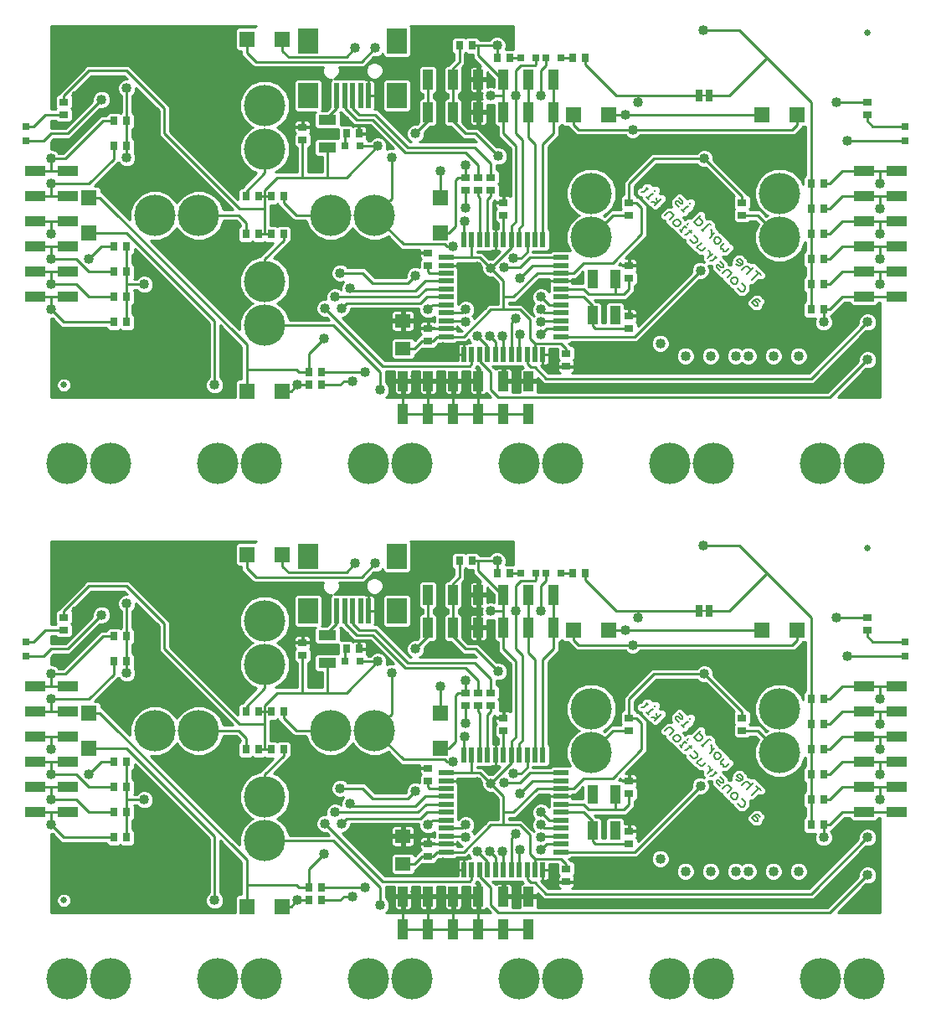
<source format=gbl>
G75*
G70*
%OFA0B0*%
%FSLAX24Y24*%
%IPPOS*%
%LPD*%
%AMOC8*
5,1,8,0,0,1.08239X$1,22.5*
%
%ADD10C,0.0070*%
%ADD11R,0.0276X0.0354*%
%ADD12R,0.0354X0.0276*%
%ADD13R,0.0433X0.0748*%
%ADD14R,0.0197X0.0984*%
%ADD15R,0.0787X0.0984*%
%ADD16R,0.0630X0.0551*%
%ADD17R,0.0315X0.0315*%
%ADD18R,0.0197X0.0591*%
%ADD19R,0.0591X0.0197*%
%ADD20C,0.1650*%
%ADD21R,0.0591X0.0630*%
%ADD22R,0.0630X0.0591*%
%ADD23R,0.0709X0.0394*%
%ADD24C,0.0080*%
%ADD25R,0.0250X0.0500*%
%ADD26R,0.0394X0.0787*%
%ADD27C,0.0250*%
%ADD28R,0.0787X0.0394*%
%ADD29C,0.0100*%
%ADD30C,0.0400*%
D10*
X027343Y012319D02*
X027432Y012319D01*
X027612Y012498D01*
X027612Y012408D02*
X027522Y012498D01*
X027762Y012258D02*
X027583Y012078D01*
X027628Y012034D02*
X027538Y012123D01*
X027762Y012258D02*
X027807Y012213D01*
X027852Y012347D02*
X027897Y012392D01*
X027917Y012103D02*
X027961Y011879D01*
X027737Y011924D01*
X027872Y011790D02*
X028141Y012058D01*
X028704Y011947D02*
X028793Y011947D01*
X028883Y011858D01*
X028972Y011858D01*
X028972Y011947D01*
X028838Y012082D01*
X028704Y011947D02*
X028704Y011858D01*
X028838Y011723D01*
X028944Y011618D02*
X029033Y011528D01*
X028989Y011573D02*
X029168Y011752D01*
X029213Y011707D01*
X029257Y011842D02*
X029302Y011887D01*
X029709Y011390D02*
X029440Y011121D01*
X029575Y010987D01*
X029664Y010987D01*
X029754Y011076D01*
X029754Y011166D01*
X029619Y011301D01*
X029215Y011074D02*
X029170Y011029D01*
X029081Y010939D02*
X028901Y010760D01*
X028946Y010715D02*
X028856Y010805D01*
X028796Y010955D02*
X028706Y010955D01*
X028616Y011045D01*
X028616Y011135D01*
X028706Y011224D01*
X028796Y011224D01*
X028885Y011135D01*
X028885Y011045D01*
X028796Y010955D01*
X029081Y010939D02*
X029125Y010894D01*
X029231Y010789D02*
X029321Y010699D01*
X029321Y010789D02*
X029141Y010610D01*
X029052Y010610D01*
X029255Y010406D02*
X029390Y010272D01*
X029479Y010272D01*
X029569Y010361D01*
X029569Y010451D01*
X029434Y010585D01*
X029725Y010836D02*
X029815Y010747D01*
X029770Y010791D02*
X030039Y011060D01*
X030084Y011016D01*
X030104Y010816D02*
X030148Y010771D01*
X030148Y010592D01*
X030059Y010502D02*
X030238Y010682D01*
X030307Y010523D02*
X030397Y010523D01*
X030486Y010434D01*
X030486Y010344D01*
X030397Y010254D01*
X030307Y010254D01*
X030217Y010344D01*
X030217Y010434D01*
X030307Y010523D01*
X030645Y010275D02*
X030510Y010141D01*
X030510Y010051D01*
X030600Y010051D01*
X030600Y009961D01*
X030690Y009961D01*
X030824Y010096D01*
X031186Y009644D02*
X031141Y009599D01*
X031320Y009420D01*
X031276Y009375D02*
X031365Y009465D01*
X031365Y009555D01*
X031276Y009644D01*
X031186Y009644D01*
X031096Y009465D02*
X031186Y009375D01*
X031276Y009375D01*
X031344Y009217D02*
X031479Y009351D01*
X031569Y009351D01*
X031658Y009262D01*
X031658Y009172D01*
X031524Y009038D02*
X031793Y009306D01*
X031906Y009193D02*
X032086Y009013D01*
X031996Y009103D02*
X031727Y008834D01*
X031473Y008547D02*
X031473Y008457D01*
X031384Y008367D01*
X031294Y008367D01*
X031160Y008502D01*
X031091Y008660D02*
X031001Y008660D01*
X030911Y008750D01*
X030911Y008840D01*
X031001Y008929D01*
X031091Y008929D01*
X031180Y008840D01*
X031180Y008750D01*
X031091Y008660D01*
X031339Y008681D02*
X031473Y008547D01*
X031880Y008050D02*
X031746Y007916D01*
X031880Y007781D01*
X031970Y007781D01*
X031970Y007871D01*
X031835Y008005D01*
X031880Y008050D02*
X031970Y008050D01*
X032059Y007961D01*
X030932Y009088D02*
X030798Y009222D01*
X030708Y009222D01*
X030574Y009088D01*
X030460Y009201D02*
X030325Y009336D01*
X030325Y009426D01*
X030415Y009426D01*
X030505Y009336D01*
X030594Y009336D01*
X030594Y009426D01*
X030460Y009560D01*
X030346Y009674D02*
X030257Y009763D01*
X030346Y009763D02*
X030167Y009584D01*
X030077Y009584D01*
X029972Y009690D02*
X030151Y009869D01*
X030061Y009779D02*
X030061Y009959D01*
X030016Y010003D01*
X029907Y010113D02*
X029772Y009979D01*
X029683Y009979D01*
X029548Y010113D01*
X029727Y010292D01*
X028637Y011383D02*
X028503Y011517D01*
X028413Y011517D01*
X028278Y011383D01*
X028458Y011204D02*
X028637Y011383D01*
X030932Y009088D02*
X030753Y008908D01*
X031880Y028281D02*
X031970Y028281D01*
X031970Y028371D01*
X031835Y028505D01*
X031880Y028550D02*
X031746Y028416D01*
X031880Y028281D01*
X032059Y028461D02*
X031970Y028550D01*
X031880Y028550D01*
X031473Y028957D02*
X031384Y028867D01*
X031294Y028867D01*
X031160Y029002D01*
X031091Y029160D02*
X031001Y029160D01*
X030911Y029250D01*
X030911Y029340D01*
X031001Y029429D01*
X031091Y029429D01*
X031180Y029340D01*
X031180Y029250D01*
X031091Y029160D01*
X031339Y029181D02*
X031473Y029047D01*
X031473Y028957D01*
X031727Y029334D02*
X031996Y029603D01*
X032086Y029513D02*
X031906Y029693D01*
X031793Y029806D02*
X031524Y029538D01*
X031658Y029672D02*
X031658Y029762D01*
X031569Y029851D01*
X031479Y029851D01*
X031344Y029717D01*
X031276Y029875D02*
X031365Y029965D01*
X031365Y030055D01*
X031276Y030144D01*
X031186Y030144D01*
X031141Y030099D01*
X031320Y029920D01*
X031276Y029875D02*
X031186Y029875D01*
X031096Y029965D01*
X030798Y029722D02*
X030932Y029588D01*
X030753Y029408D01*
X030574Y029588D02*
X030708Y029722D01*
X030798Y029722D01*
X030594Y029836D02*
X030594Y029926D01*
X030460Y030060D01*
X030415Y029926D02*
X030505Y029836D01*
X030594Y029836D01*
X030460Y029701D02*
X030325Y029836D01*
X030325Y029926D01*
X030415Y029926D01*
X030346Y030174D02*
X030257Y030263D01*
X030346Y030263D02*
X030167Y030084D01*
X030077Y030084D01*
X029972Y030190D02*
X030151Y030369D01*
X030061Y030279D02*
X030061Y030459D01*
X030016Y030503D01*
X029907Y030613D02*
X029772Y030479D01*
X029683Y030479D01*
X029548Y030613D01*
X029727Y030792D01*
X029569Y030861D02*
X029569Y030951D01*
X029434Y031085D01*
X029321Y031199D02*
X029231Y031289D01*
X029321Y031289D02*
X029141Y031110D01*
X029052Y031110D01*
X028946Y031215D02*
X028856Y031305D01*
X028901Y031260D02*
X029081Y031439D01*
X029125Y031394D01*
X029170Y031529D02*
X029215Y031574D01*
X029440Y031621D02*
X029575Y031487D01*
X029664Y031487D01*
X029754Y031576D01*
X029754Y031666D01*
X029619Y031801D01*
X029709Y031890D02*
X029440Y031621D01*
X029725Y031336D02*
X029815Y031247D01*
X029770Y031291D02*
X030039Y031560D01*
X030084Y031516D01*
X030104Y031316D02*
X030148Y031271D01*
X030148Y031092D01*
X030059Y031002D02*
X030238Y031182D01*
X030307Y031023D02*
X030397Y031023D01*
X030486Y030934D01*
X030486Y030844D01*
X030397Y030754D01*
X030307Y030754D01*
X030217Y030844D01*
X030217Y030934D01*
X030307Y031023D01*
X030645Y030775D02*
X030510Y030641D01*
X030510Y030551D01*
X030600Y030551D01*
X030600Y030461D01*
X030690Y030461D01*
X030824Y030596D01*
X029569Y030861D02*
X029479Y030772D01*
X029390Y030772D01*
X029255Y030906D01*
X028796Y031455D02*
X028706Y031455D01*
X028616Y031545D01*
X028616Y031635D01*
X028706Y031724D01*
X028796Y031724D01*
X028885Y031635D01*
X028885Y031545D01*
X028796Y031455D01*
X028458Y031704D02*
X028637Y031883D01*
X028503Y032017D01*
X028413Y032017D01*
X028278Y031883D01*
X027872Y032290D02*
X028141Y032558D01*
X027917Y032603D02*
X027961Y032379D01*
X027737Y032424D01*
X027628Y032534D02*
X027538Y032623D01*
X027583Y032578D02*
X027762Y032758D01*
X027807Y032713D01*
X027852Y032847D02*
X027897Y032892D01*
X027612Y032908D02*
X027522Y032998D01*
X027612Y032998D02*
X027432Y032819D01*
X027343Y032819D01*
X028704Y032447D02*
X028793Y032447D01*
X028883Y032358D01*
X028972Y032358D01*
X028972Y032447D01*
X028838Y032582D01*
X028704Y032447D02*
X028704Y032358D01*
X028838Y032223D01*
X028944Y032118D02*
X029033Y032028D01*
X028989Y032073D02*
X029168Y032252D01*
X029213Y032207D01*
X029257Y032342D02*
X029302Y032387D01*
D11*
X034084Y032140D03*
X034596Y032140D03*
X034596Y033140D03*
X034084Y033140D03*
X034084Y031140D03*
X034596Y031140D03*
X034596Y030140D03*
X034084Y030140D03*
X034084Y029140D03*
X034596Y029140D03*
X034596Y028140D03*
X034084Y028140D03*
X025096Y038140D03*
X024584Y038140D03*
X022096Y038140D03*
X021584Y038140D03*
X020596Y038640D03*
X020084Y038640D03*
X016096Y035140D03*
X015584Y035140D03*
X013096Y032640D03*
X012584Y032640D03*
X012096Y032640D03*
X011584Y032640D03*
X011584Y031140D03*
X012096Y031140D03*
X012584Y031140D03*
X013096Y031140D03*
X014084Y025640D03*
X014084Y025140D03*
X014596Y025140D03*
X014596Y025640D03*
X020084Y018140D03*
X020596Y018140D03*
X021584Y017640D03*
X022096Y017640D03*
X024584Y017640D03*
X025096Y017640D03*
X016096Y014640D03*
X015584Y014640D03*
X013096Y012140D03*
X012584Y012140D03*
X012096Y012140D03*
X011584Y012140D03*
X011584Y010640D03*
X012096Y010640D03*
X012584Y010640D03*
X013096Y010640D03*
X014084Y005140D03*
X014084Y004640D03*
X014596Y004640D03*
X014596Y005140D03*
X006846Y007140D03*
X006334Y007140D03*
X006334Y008140D03*
X006846Y008140D03*
X006846Y009140D03*
X006334Y009140D03*
X006334Y010140D03*
X006846Y010140D03*
X006846Y014140D03*
X006334Y014140D03*
X006334Y015140D03*
X006846Y015140D03*
X006846Y027640D03*
X006334Y027640D03*
X006334Y028640D03*
X006846Y028640D03*
X006846Y029640D03*
X006334Y029640D03*
X006334Y030640D03*
X006846Y030640D03*
X006846Y034640D03*
X006334Y034640D03*
X006334Y035640D03*
X006846Y035640D03*
X034084Y012640D03*
X034596Y012640D03*
X034596Y011640D03*
X034084Y011640D03*
X034084Y010640D03*
X034596Y010640D03*
X034596Y009640D03*
X034084Y009640D03*
X034084Y008640D03*
X034596Y008640D03*
X034596Y007640D03*
X034084Y007640D03*
D12*
X031340Y011384D03*
X031340Y011896D03*
X026840Y011896D03*
X026840Y011384D03*
X026840Y009396D03*
X026840Y008884D03*
X026840Y007396D03*
X026840Y006884D03*
X024340Y005896D03*
X024340Y005384D03*
X018840Y006384D03*
X018840Y006896D03*
X018840Y009384D03*
X018840Y009896D03*
X020340Y012384D03*
X020840Y012384D03*
X021340Y012384D03*
X021840Y011896D03*
X021840Y011384D03*
X021340Y012896D03*
X020840Y012896D03*
X020340Y012896D03*
X013840Y014384D03*
X013840Y014896D03*
X004340Y015384D03*
X004340Y015896D03*
X018840Y026884D03*
X018840Y027396D03*
X018840Y029884D03*
X018840Y030396D03*
X020340Y032884D03*
X020840Y032884D03*
X021340Y032884D03*
X021840Y032396D03*
X021840Y031884D03*
X021340Y033396D03*
X020840Y033396D03*
X020340Y033396D03*
X026840Y032396D03*
X026840Y031884D03*
X026840Y029896D03*
X026840Y029384D03*
X026840Y027896D03*
X026840Y027384D03*
X024340Y026396D03*
X024340Y025884D03*
X031340Y031884D03*
X031340Y032396D03*
X036340Y035884D03*
X036340Y036396D03*
X036340Y015896D03*
X036340Y015384D03*
X013840Y034884D03*
X013840Y035396D03*
X004340Y035884D03*
X004340Y036396D03*
D13*
X025387Y029368D03*
X026293Y029368D03*
X026293Y027912D03*
X025387Y027912D03*
X025387Y008868D03*
X026293Y008868D03*
X026293Y007412D03*
X025387Y007412D03*
D14*
X016470Y016156D03*
X016155Y016156D03*
X015840Y016156D03*
X015525Y016156D03*
X015210Y016156D03*
X015210Y036656D03*
X015525Y036656D03*
X015840Y036656D03*
X016155Y036656D03*
X016470Y036656D03*
D15*
X017612Y036656D03*
X017612Y038821D03*
X014068Y038821D03*
X014068Y036656D03*
X014068Y018321D03*
X014068Y016156D03*
X017612Y016156D03*
X017612Y018321D03*
D16*
X017840Y026589D03*
X017840Y027691D03*
X017840Y007191D03*
X017840Y006089D03*
D17*
X016135Y014140D03*
X015545Y014140D03*
X022545Y017640D03*
X023135Y017640D03*
X023545Y017640D03*
X024135Y017640D03*
X037840Y014935D03*
X037840Y014345D03*
X037840Y034845D03*
X037840Y035435D03*
X024135Y038140D03*
X023545Y038140D03*
X023135Y038140D03*
X022545Y038140D03*
X016135Y034640D03*
X015545Y034640D03*
X002840Y034845D03*
X002840Y035435D03*
X002840Y014935D03*
X002840Y014345D03*
D18*
X020265Y010423D03*
X020580Y010423D03*
X020895Y010423D03*
X021210Y010423D03*
X021525Y010423D03*
X021840Y010423D03*
X022155Y010423D03*
X022470Y010423D03*
X022785Y010423D03*
X023100Y010423D03*
X023415Y010423D03*
X023415Y005857D03*
X023100Y005857D03*
X022785Y005857D03*
X022470Y005857D03*
X022155Y005857D03*
X021840Y005857D03*
X021525Y005857D03*
X021210Y005857D03*
X020895Y005857D03*
X020580Y005857D03*
X020265Y005857D03*
X020265Y026357D03*
X020580Y026357D03*
X020895Y026357D03*
X021210Y026357D03*
X021525Y026357D03*
X021840Y026357D03*
X022155Y026357D03*
X022470Y026357D03*
X022785Y026357D03*
X023100Y026357D03*
X023415Y026357D03*
X023415Y030923D03*
X023100Y030923D03*
X022785Y030923D03*
X022470Y030923D03*
X022155Y030923D03*
X021840Y030923D03*
X021525Y030923D03*
X021210Y030923D03*
X020895Y030923D03*
X020580Y030923D03*
X020265Y030923D03*
D19*
X019557Y030215D03*
X019557Y029900D03*
X019557Y029585D03*
X019557Y029270D03*
X019557Y028955D03*
X019557Y028640D03*
X019557Y028325D03*
X019557Y028010D03*
X019557Y027695D03*
X019557Y027380D03*
X019557Y027065D03*
X024123Y027065D03*
X024123Y027380D03*
X024123Y027695D03*
X024123Y028010D03*
X024123Y028325D03*
X024123Y028640D03*
X024123Y028955D03*
X024123Y029270D03*
X024123Y029585D03*
X024123Y029900D03*
X024123Y030215D03*
X024123Y009715D03*
X024123Y009400D03*
X024123Y009085D03*
X024123Y008770D03*
X024123Y008455D03*
X024123Y008140D03*
X024123Y007825D03*
X024123Y007510D03*
X024123Y007195D03*
X024123Y006880D03*
X024123Y006565D03*
X019557Y006565D03*
X019557Y006880D03*
X019557Y007195D03*
X019557Y007510D03*
X019557Y007825D03*
X019557Y008140D03*
X019557Y008455D03*
X019557Y008770D03*
X019557Y009085D03*
X019557Y009400D03*
X019557Y009715D03*
D20*
X004465Y001515D03*
X006215Y001515D03*
X010465Y001515D03*
X012215Y001515D03*
X016465Y001515D03*
X018215Y001515D03*
X022465Y001515D03*
X024215Y001515D03*
X028465Y001515D03*
X030215Y001515D03*
X034465Y001515D03*
X036215Y001515D03*
X032840Y010515D03*
X032840Y012265D03*
X025340Y012265D03*
X025340Y010515D03*
X016715Y011390D03*
X014965Y011390D03*
X012340Y014015D03*
X012340Y015765D03*
X009715Y011390D03*
X007965Y011390D03*
X012340Y008765D03*
X012340Y007015D03*
X012215Y022015D03*
X010465Y022015D03*
X006215Y022015D03*
X004465Y022015D03*
X012340Y027515D03*
X012340Y029265D03*
X009715Y031890D03*
X007965Y031890D03*
X012340Y034515D03*
X012340Y036265D03*
X014965Y031890D03*
X016715Y031890D03*
X025340Y031015D03*
X025340Y032765D03*
X032840Y032765D03*
X032840Y031015D03*
X034465Y022015D03*
X036215Y022015D03*
X030215Y022015D03*
X028465Y022015D03*
X024215Y022015D03*
X022465Y022015D03*
X018215Y022015D03*
X016465Y022015D03*
D21*
X013049Y024890D03*
X011631Y024890D03*
X011631Y018390D03*
X013049Y018390D03*
X024631Y015390D03*
X026049Y015390D03*
X032131Y015390D03*
X033549Y015390D03*
X013049Y004390D03*
X011631Y004390D03*
X024631Y035890D03*
X026049Y035890D03*
X032131Y035890D03*
X033549Y035890D03*
X013049Y038890D03*
X011631Y038890D03*
D22*
X005340Y032599D03*
X005340Y031181D03*
X019340Y031181D03*
X019340Y032599D03*
X019340Y012099D03*
X019340Y010681D03*
X005340Y010681D03*
X005340Y012099D03*
D23*
X014840Y014089D03*
X014840Y015191D03*
X014840Y034589D03*
X014840Y035691D03*
D24*
X022790Y037290D02*
X022840Y037290D01*
X029690Y036640D02*
X029990Y036640D01*
X022840Y016790D02*
X022790Y016790D01*
X029690Y016140D02*
X029990Y016140D01*
D25*
X030040Y016140D03*
X029640Y016140D03*
X029640Y036640D03*
X030040Y036640D03*
D26*
X023840Y035990D03*
X022840Y035990D03*
X021840Y035990D03*
X020840Y035990D03*
X019840Y035990D03*
X018840Y035990D03*
X018840Y037290D03*
X019840Y037290D03*
X020840Y037290D03*
X021840Y037290D03*
X022840Y037290D03*
X023840Y037290D03*
X022840Y025290D03*
X021840Y025290D03*
X020840Y025290D03*
X019840Y025290D03*
X018840Y025290D03*
X017840Y025290D03*
X017840Y023990D03*
X018840Y023990D03*
X019840Y023990D03*
X020840Y023990D03*
X021840Y023990D03*
X022840Y023990D03*
X022840Y016790D03*
X023840Y016790D03*
X023840Y015490D03*
X022840Y015490D03*
X021840Y015490D03*
X020840Y015490D03*
X019840Y015490D03*
X018840Y015490D03*
X018840Y016790D03*
X019840Y016790D03*
X020840Y016790D03*
X021840Y016790D03*
X021840Y004790D03*
X020840Y004790D03*
X019840Y004790D03*
X018840Y004790D03*
X017840Y004790D03*
X017840Y003490D03*
X018840Y003490D03*
X019840Y003490D03*
X020840Y003490D03*
X021840Y003490D03*
X022840Y003490D03*
X022840Y004790D03*
D27*
X036340Y018640D03*
X036340Y039140D03*
X004340Y025140D03*
X004340Y004640D03*
D28*
X004490Y008140D03*
X004490Y009140D03*
X004490Y010140D03*
X004490Y011140D03*
X004490Y012140D03*
X004490Y013140D03*
X003190Y013140D03*
X003190Y012140D03*
X003190Y011140D03*
X003190Y010140D03*
X003190Y009140D03*
X003190Y008140D03*
X003190Y028640D03*
X003190Y029640D03*
X003190Y030640D03*
X003190Y031640D03*
X003190Y032640D03*
X003190Y033640D03*
X004490Y033640D03*
X004490Y032640D03*
X004490Y031640D03*
X004490Y030640D03*
X004490Y029640D03*
X004490Y028640D03*
X036190Y028640D03*
X036190Y029640D03*
X036190Y030640D03*
X036190Y031640D03*
X036190Y032640D03*
X036190Y033640D03*
X037490Y033640D03*
X037490Y032640D03*
X037490Y031640D03*
X037490Y030640D03*
X037490Y029640D03*
X037490Y028640D03*
X037490Y013140D03*
X037490Y012140D03*
X037490Y011140D03*
X037490Y010140D03*
X037490Y009140D03*
X037490Y008140D03*
X036190Y008140D03*
X036190Y009140D03*
X036190Y010140D03*
X036190Y011140D03*
X036190Y012140D03*
X036190Y013140D03*
D29*
X035340Y013140D01*
X034840Y012640D01*
X034596Y012640D01*
X035340Y012140D02*
X034840Y011640D01*
X034596Y011640D01*
X035340Y012140D02*
X036190Y012140D01*
X036840Y012140D01*
X036840Y011640D01*
X036840Y012140D02*
X037490Y012140D01*
X036840Y012640D02*
X036840Y013140D01*
X037490Y013140D01*
X036840Y013140D02*
X036190Y013140D01*
X035545Y014345D02*
X037840Y014345D01*
X037840Y014935D02*
X036545Y014935D01*
X036340Y015140D01*
X036340Y015384D01*
X036340Y015896D02*
X035096Y015896D01*
X034084Y015896D02*
X034084Y012640D01*
X034084Y011640D01*
X034084Y010640D01*
X034084Y009640D01*
X034084Y008640D01*
X034084Y007640D01*
X033776Y007626D02*
X032104Y007626D01*
X032055Y007576D02*
X032175Y007696D01*
X032175Y007786D01*
X032264Y007876D01*
X032264Y008045D01*
X032175Y008135D01*
X032055Y008255D01*
X031795Y008255D01*
X031750Y008210D01*
X031661Y008121D01*
X031661Y008121D01*
X031541Y008001D01*
X031541Y007831D01*
X031675Y007696D01*
X031795Y007576D01*
X032055Y007576D01*
X032175Y007725D02*
X033776Y007725D01*
X033776Y007823D02*
X032212Y007823D01*
X032264Y007922D02*
X033810Y007922D01*
X033776Y007888D02*
X033776Y007392D01*
X033876Y007293D01*
X034253Y007293D01*
X034220Y007214D01*
X034220Y007066D01*
X034276Y006930D01*
X034380Y006826D01*
X034516Y006770D01*
X034664Y006770D01*
X034800Y006826D01*
X034904Y006930D01*
X034960Y007066D01*
X034960Y007214D01*
X034904Y007350D01*
X034882Y007371D01*
X034904Y007392D01*
X034904Y007420D01*
X034931Y007420D01*
X035060Y007549D01*
X035431Y007920D01*
X035627Y007920D01*
X035627Y007873D01*
X035726Y007773D01*
X036655Y007773D01*
X036754Y007873D01*
X036754Y007920D01*
X036840Y007920D01*
X036840Y004140D01*
X035151Y004140D01*
X036281Y005270D01*
X036414Y005270D01*
X036550Y005326D01*
X036654Y005430D01*
X036710Y005566D01*
X036710Y005714D01*
X036654Y005850D01*
X036550Y005954D01*
X036414Y006010D01*
X036266Y006010D01*
X036130Y005954D01*
X036026Y005850D01*
X035970Y005714D01*
X035970Y005581D01*
X034749Y004360D01*
X023183Y004360D01*
X023187Y004376D01*
X023187Y004741D01*
X022888Y004741D01*
X022888Y004838D01*
X023187Y004838D01*
X023187Y004932D01*
X023320Y004799D01*
X023320Y004799D01*
X023449Y004670D01*
X034181Y004670D01*
X034310Y004799D01*
X036281Y006770D01*
X036414Y006770D01*
X036550Y006826D01*
X036654Y006930D01*
X036710Y007066D01*
X036710Y007214D01*
X036654Y007350D01*
X036550Y007454D01*
X036414Y007510D01*
X036266Y007510D01*
X036130Y007454D01*
X036026Y007350D01*
X035970Y007214D01*
X035970Y007081D01*
X033999Y005110D01*
X024581Y005110D01*
X024609Y005126D01*
X024637Y005154D01*
X024657Y005188D01*
X024667Y005227D01*
X024667Y005365D01*
X024359Y005365D01*
X024359Y005403D01*
X024667Y005403D01*
X024667Y005542D01*
X024657Y005580D01*
X024637Y005614D01*
X024625Y005626D01*
X024687Y005688D01*
X024687Y006104D01*
X024588Y006204D01*
X024537Y006204D01*
X024444Y006297D01*
X024489Y006297D01*
X024538Y006345D01*
X027156Y006345D01*
X029631Y008820D01*
X029764Y008820D01*
X029900Y008876D01*
X030004Y008980D01*
X030060Y009116D01*
X030060Y009264D01*
X030012Y009379D01*
X030120Y009379D01*
X030120Y009251D01*
X030241Y009131D01*
X030375Y008996D01*
X030489Y008883D01*
X030548Y008883D01*
X030548Y008824D01*
X030668Y008703D01*
X030706Y008703D01*
X030706Y008665D01*
X030796Y008575D01*
X030916Y008455D01*
X030955Y008455D01*
X030955Y008417D01*
X031209Y008162D01*
X031469Y008162D01*
X031589Y008282D01*
X031678Y008372D01*
X031678Y008629D01*
X031812Y008629D01*
X031996Y008813D01*
X032001Y008808D01*
X032171Y008808D01*
X032291Y008929D01*
X032291Y009098D01*
X031991Y009398D01*
X031878Y009511D01*
X031708Y009511D01*
X031703Y009507D01*
X031654Y009556D01*
X031570Y009556D01*
X031570Y009640D01*
X031481Y009729D01*
X031361Y009849D01*
X031101Y009849D01*
X031056Y009804D01*
X030936Y009684D01*
X030936Y009595D01*
X030891Y009550D01*
X030891Y009418D01*
X030883Y009427D01*
X030799Y009427D01*
X030799Y009510D01*
X030553Y009756D01*
X030775Y009756D01*
X030895Y009876D01*
X031029Y010011D01*
X031029Y010181D01*
X030909Y010301D01*
X030850Y010301D01*
X030850Y010360D01*
X030730Y010480D01*
X030691Y010480D01*
X030691Y010519D01*
X030571Y010639D01*
X030482Y010728D01*
X030443Y010728D01*
X030443Y010767D01*
X030323Y010887D01*
X030284Y010926D01*
X030289Y010931D01*
X030289Y011100D01*
X030244Y011145D01*
X030242Y011147D01*
X030124Y011265D01*
X029954Y011265D01*
X029951Y011263D01*
X029949Y011261D01*
X029909Y011301D01*
X029914Y011305D01*
X029914Y011475D01*
X029794Y011595D01*
X029624Y011595D01*
X029534Y011506D01*
X029414Y011385D01*
X029355Y011326D01*
X029304Y011275D01*
X029300Y011279D01*
X029130Y011279D01*
X029081Y011229D01*
X028987Y011323D01*
X029118Y011323D01*
X029238Y011443D01*
X029238Y011502D01*
X029298Y011502D01*
X029418Y011622D01*
X029418Y011712D01*
X029507Y011802D01*
X029507Y011971D01*
X029387Y012092D01*
X029217Y012092D01*
X029168Y012042D01*
X028923Y012287D01*
X028753Y012287D01*
X028633Y012167D01*
X028633Y012152D01*
X028619Y012152D01*
X028499Y012032D01*
X028499Y011773D01*
X028549Y011722D01*
X028328Y011722D01*
X028208Y011602D01*
X028073Y011468D01*
X028073Y011298D01*
X028194Y011178D01*
X028253Y011178D01*
X028253Y011119D01*
X028373Y010999D01*
X028411Y010999D01*
X028411Y010960D01*
X028501Y010870D01*
X028621Y010750D01*
X028651Y010750D01*
X028651Y010720D01*
X028861Y010510D01*
X028967Y010405D01*
X029050Y010405D01*
X029050Y010321D01*
X029305Y010067D01*
X029343Y010067D01*
X029343Y010028D01*
X029463Y009908D01*
X029598Y009774D01*
X029767Y009774D01*
X029767Y009605D01*
X029845Y009526D01*
X029764Y009560D01*
X029616Y009560D01*
X029480Y009504D01*
X029376Y009400D01*
X029320Y009264D01*
X029320Y009131D01*
X027187Y006998D01*
X027187Y007092D01*
X027125Y007154D01*
X027137Y007166D01*
X027157Y007200D01*
X027167Y007238D01*
X027167Y007377D01*
X026859Y007377D01*
X026859Y007415D01*
X026821Y007415D01*
X026821Y007684D01*
X026679Y007684D01*
X026679Y007856D01*
X026580Y007956D01*
X026006Y007956D01*
X025906Y007856D01*
X025906Y007104D01*
X025774Y007104D01*
X025774Y007856D01*
X025674Y007956D01*
X025535Y007956D01*
X025478Y008013D01*
X025471Y008020D01*
X026731Y008020D01*
X026931Y008220D01*
X027060Y008349D01*
X027060Y008576D01*
X027088Y008576D01*
X027187Y008676D01*
X027187Y009092D01*
X027125Y009154D01*
X027137Y009166D01*
X027157Y009200D01*
X027167Y009238D01*
X027167Y009377D01*
X026859Y009377D01*
X026859Y009415D01*
X026821Y009415D01*
X026821Y009684D01*
X026695Y009684D01*
X027431Y010420D01*
X027431Y010420D01*
X027560Y010549D01*
X027560Y011781D01*
X027354Y011987D01*
X027225Y012116D01*
X027175Y012116D01*
X027088Y012204D01*
X027060Y012204D01*
X027060Y012549D01*
X027931Y013420D01*
X029537Y013420D01*
X029630Y013326D01*
X029766Y013270D01*
X029899Y013270D01*
X031029Y012140D01*
X030993Y012104D01*
X030993Y011688D01*
X031041Y011640D01*
X030993Y011592D01*
X030993Y011176D01*
X031092Y011076D01*
X031588Y011076D01*
X031675Y011164D01*
X031880Y011164D01*
X031987Y011057D01*
X031845Y010713D01*
X031845Y010317D01*
X031996Y009951D01*
X032276Y009671D01*
X032642Y009520D01*
X033038Y009520D01*
X033404Y009671D01*
X033684Y009951D01*
X033835Y010317D01*
X033835Y010334D01*
X033864Y010305D01*
X033864Y009975D01*
X033776Y009888D01*
X033776Y009392D01*
X033864Y009305D01*
X033864Y008975D01*
X033776Y008888D01*
X033776Y008392D01*
X033864Y008305D01*
X033864Y007975D01*
X033776Y007888D01*
X033864Y008020D02*
X032264Y008020D01*
X032191Y008119D02*
X033864Y008119D01*
X033864Y008217D02*
X032093Y008217D01*
X031757Y008217D02*
X031523Y008217D01*
X031622Y008316D02*
X033853Y008316D01*
X033776Y008414D02*
X031678Y008414D01*
X031678Y008513D02*
X033776Y008513D01*
X033776Y008611D02*
X031678Y008611D01*
X031892Y008710D02*
X033776Y008710D01*
X033776Y008808D02*
X031991Y008808D01*
X032269Y008907D02*
X033795Y008907D01*
X033864Y009005D02*
X032291Y009005D01*
X032286Y009104D02*
X033864Y009104D01*
X033864Y009202D02*
X032187Y009202D01*
X032089Y009301D02*
X033864Y009301D01*
X033776Y009399D02*
X031990Y009399D01*
X031991Y009398D02*
X031991Y009398D01*
X031892Y009498D02*
X033776Y009498D01*
X033776Y009596D02*
X033221Y009596D01*
X033427Y009695D02*
X033776Y009695D01*
X033776Y009793D02*
X033525Y009793D01*
X033624Y009892D02*
X033780Y009892D01*
X033700Y009990D02*
X033864Y009990D01*
X033864Y010089D02*
X033740Y010089D01*
X033781Y010187D02*
X033864Y010187D01*
X033864Y010286D02*
X033822Y010286D01*
X034596Y010640D02*
X034840Y010640D01*
X035340Y011140D01*
X036190Y011140D01*
X036840Y011140D01*
X036840Y010640D01*
X036840Y010140D02*
X036190Y010140D01*
X035340Y010140D01*
X034840Y009640D01*
X034596Y009640D01*
X035340Y009140D02*
X034840Y008640D01*
X034596Y008640D01*
X035340Y008140D02*
X034840Y007640D01*
X034596Y007640D01*
X034596Y007146D01*
X034590Y007140D01*
X034960Y007134D02*
X035970Y007134D01*
X035978Y007232D02*
X034952Y007232D01*
X034912Y007331D02*
X036018Y007331D01*
X036106Y007429D02*
X034940Y007429D01*
X035039Y007528D02*
X036840Y007528D01*
X036840Y007626D02*
X035137Y007626D01*
X035236Y007725D02*
X036840Y007725D01*
X036840Y007823D02*
X036704Y007823D01*
X036574Y007429D02*
X036840Y007429D01*
X036840Y007331D02*
X036662Y007331D01*
X036702Y007232D02*
X036840Y007232D01*
X036840Y007134D02*
X036710Y007134D01*
X036697Y007035D02*
X036840Y007035D01*
X036840Y006937D02*
X036656Y006937D01*
X036561Y006838D02*
X036840Y006838D01*
X036840Y006740D02*
X036251Y006740D01*
X036152Y006641D02*
X036840Y006641D01*
X036840Y006543D02*
X036054Y006543D01*
X035955Y006444D02*
X036840Y006444D01*
X036840Y006346D02*
X035857Y006346D01*
X035758Y006247D02*
X036840Y006247D01*
X036840Y006149D02*
X035660Y006149D01*
X035561Y006050D02*
X036840Y006050D01*
X036840Y005952D02*
X036552Y005952D01*
X036650Y005853D02*
X036840Y005853D01*
X036840Y005755D02*
X036693Y005755D01*
X036710Y005656D02*
X036840Y005656D01*
X036840Y005558D02*
X036706Y005558D01*
X036666Y005459D02*
X036840Y005459D01*
X036840Y005361D02*
X036584Y005361D01*
X036840Y005262D02*
X036273Y005262D01*
X036175Y005164D02*
X036840Y005164D01*
X036840Y005065D02*
X036076Y005065D01*
X035978Y004967D02*
X036840Y004967D01*
X036840Y004868D02*
X035879Y004868D01*
X035781Y004770D02*
X036840Y004770D01*
X036840Y004671D02*
X035682Y004671D01*
X035584Y004573D02*
X036840Y004573D01*
X036840Y004474D02*
X035485Y004474D01*
X035387Y004376D02*
X036840Y004376D01*
X036840Y004277D02*
X035288Y004277D01*
X035190Y004179D02*
X036840Y004179D01*
X035749Y005361D02*
X034872Y005361D01*
X034970Y005459D02*
X035848Y005459D01*
X035946Y005558D02*
X035069Y005558D01*
X035167Y005656D02*
X035970Y005656D01*
X035987Y005755D02*
X035266Y005755D01*
X035364Y005853D02*
X036030Y005853D01*
X036128Y005952D02*
X035463Y005952D01*
X035136Y006247D02*
X028460Y006247D01*
X028460Y006216D02*
X028404Y006080D01*
X028300Y005976D01*
X028164Y005920D01*
X028016Y005920D01*
X027880Y005976D01*
X027776Y006080D01*
X027720Y006216D01*
X027720Y006364D01*
X027776Y006500D01*
X027880Y006604D01*
X028016Y006660D01*
X028164Y006660D01*
X028300Y006604D01*
X028404Y006500D01*
X028460Y006364D01*
X028460Y006216D01*
X028432Y006149D02*
X028989Y006149D01*
X029016Y006160D02*
X028880Y006104D01*
X028776Y006000D01*
X028720Y005864D01*
X028720Y005716D01*
X028776Y005580D01*
X028880Y005476D01*
X029016Y005420D01*
X029164Y005420D01*
X029300Y005476D01*
X029404Y005580D01*
X029460Y005716D01*
X029460Y005864D01*
X029404Y006000D01*
X029300Y006104D01*
X029164Y006160D01*
X029016Y006160D01*
X029191Y006149D02*
X029989Y006149D01*
X030016Y006160D02*
X029880Y006104D01*
X029776Y006000D01*
X029720Y005864D01*
X029720Y005716D01*
X029776Y005580D01*
X029880Y005476D01*
X030016Y005420D01*
X030164Y005420D01*
X030300Y005476D01*
X030404Y005580D01*
X030460Y005716D01*
X030460Y005864D01*
X030404Y006000D01*
X030300Y006104D01*
X030164Y006160D01*
X030016Y006160D01*
X030191Y006149D02*
X030989Y006149D01*
X031016Y006160D02*
X030880Y006104D01*
X030776Y006000D01*
X030720Y005864D01*
X030720Y005716D01*
X030776Y005580D01*
X030880Y005476D01*
X031016Y005420D01*
X031164Y005420D01*
X031300Y005476D01*
X031340Y005517D01*
X031380Y005476D01*
X031516Y005420D01*
X031664Y005420D01*
X031800Y005476D01*
X031904Y005580D01*
X031960Y005716D01*
X031960Y005864D01*
X031904Y006000D01*
X031800Y006104D01*
X031664Y006160D01*
X031516Y006160D01*
X031380Y006104D01*
X031340Y006063D01*
X031300Y006104D01*
X031164Y006160D01*
X031016Y006160D01*
X031191Y006149D02*
X031489Y006149D01*
X031691Y006149D02*
X032489Y006149D01*
X032516Y006160D02*
X032380Y006104D01*
X032276Y006000D01*
X032220Y005864D01*
X032220Y005716D01*
X032276Y005580D01*
X032380Y005476D01*
X032516Y005420D01*
X032664Y005420D01*
X032800Y005476D01*
X032904Y005580D01*
X032960Y005716D01*
X032960Y005864D01*
X032904Y006000D01*
X032800Y006104D01*
X032664Y006160D01*
X032516Y006160D01*
X032691Y006149D02*
X033489Y006149D01*
X033516Y006160D02*
X033380Y006104D01*
X033276Y006000D01*
X033220Y005864D01*
X033220Y005716D01*
X033276Y005580D01*
X033380Y005476D01*
X033516Y005420D01*
X033664Y005420D01*
X033800Y005476D01*
X033904Y005580D01*
X033960Y005716D01*
X033960Y005864D01*
X033904Y006000D01*
X033800Y006104D01*
X033664Y006160D01*
X033516Y006160D01*
X033691Y006149D02*
X035037Y006149D01*
X034939Y006050D02*
X033853Y006050D01*
X033924Y005952D02*
X034840Y005952D01*
X034742Y005853D02*
X033960Y005853D01*
X033960Y005755D02*
X034643Y005755D01*
X034545Y005656D02*
X033935Y005656D01*
X033881Y005558D02*
X034446Y005558D01*
X034348Y005459D02*
X033758Y005459D01*
X033422Y005459D02*
X032758Y005459D01*
X032881Y005558D02*
X033299Y005558D01*
X033245Y005656D02*
X032935Y005656D01*
X032960Y005755D02*
X033220Y005755D01*
X033220Y005853D02*
X032960Y005853D01*
X032924Y005952D02*
X033256Y005952D01*
X033327Y006050D02*
X032853Y006050D01*
X032327Y006050D02*
X031853Y006050D01*
X031924Y005952D02*
X032256Y005952D01*
X032220Y005853D02*
X031960Y005853D01*
X031960Y005755D02*
X032220Y005755D01*
X032245Y005656D02*
X031935Y005656D01*
X031881Y005558D02*
X032299Y005558D01*
X032422Y005459D02*
X031758Y005459D01*
X031422Y005459D02*
X031258Y005459D01*
X030922Y005459D02*
X030258Y005459D01*
X030381Y005558D02*
X030799Y005558D01*
X030745Y005656D02*
X030435Y005656D01*
X030460Y005755D02*
X030720Y005755D01*
X030720Y005853D02*
X030460Y005853D01*
X030424Y005952D02*
X030756Y005952D01*
X030827Y006050D02*
X030353Y006050D01*
X029827Y006050D02*
X029353Y006050D01*
X029424Y005952D02*
X029756Y005952D01*
X029720Y005853D02*
X029460Y005853D01*
X029460Y005755D02*
X029720Y005755D01*
X029745Y005656D02*
X029435Y005656D01*
X029381Y005558D02*
X029799Y005558D01*
X029922Y005459D02*
X029258Y005459D01*
X028922Y005459D02*
X024667Y005459D01*
X024667Y005361D02*
X034249Y005361D01*
X034151Y005262D02*
X024667Y005262D01*
X024643Y005164D02*
X034052Y005164D01*
X034090Y004890D02*
X023540Y004890D01*
X023090Y005340D01*
X022930Y005340D01*
X022785Y005485D01*
X022785Y005857D01*
X023100Y005857D02*
X023100Y006280D01*
X023100Y006290D01*
X024140Y006290D01*
X024340Y006090D01*
X024340Y005896D01*
X024687Y005853D02*
X028720Y005853D01*
X028720Y005755D02*
X024687Y005755D01*
X024655Y005656D02*
X028745Y005656D01*
X028799Y005558D02*
X024663Y005558D01*
X024321Y005403D02*
X024321Y005365D01*
X024013Y005365D01*
X024013Y005227D01*
X024023Y005188D01*
X024043Y005154D01*
X024071Y005126D01*
X024099Y005110D01*
X023631Y005110D01*
X023330Y005411D01*
X023415Y005411D01*
X023533Y005411D01*
X023571Y005421D01*
X023605Y005441D01*
X023633Y005469D01*
X023653Y005503D01*
X023663Y005542D01*
X023663Y005857D01*
X023663Y006070D01*
X023993Y006070D01*
X023993Y005688D01*
X024055Y005626D01*
X024043Y005614D01*
X024023Y005580D01*
X024013Y005542D01*
X024013Y005403D01*
X024321Y005403D01*
X024013Y005361D02*
X023381Y005361D01*
X023415Y005411D02*
X023415Y005857D01*
X023663Y005857D01*
X023415Y005857D01*
X023415Y005857D01*
X023415Y005411D01*
X023415Y005459D02*
X023415Y005459D01*
X023415Y005558D02*
X023415Y005558D01*
X023415Y005656D02*
X023415Y005656D01*
X023415Y005755D02*
X023415Y005755D01*
X023415Y005853D02*
X023415Y005853D01*
X023415Y005857D02*
X023415Y005857D01*
X023663Y005853D02*
X023993Y005853D01*
X023993Y005755D02*
X023663Y005755D01*
X023663Y005656D02*
X024025Y005656D01*
X024017Y005558D02*
X023663Y005558D01*
X023623Y005459D02*
X024013Y005459D01*
X024013Y005262D02*
X023479Y005262D01*
X023578Y005164D02*
X024037Y005164D01*
X023448Y004671D02*
X023187Y004671D01*
X023187Y004573D02*
X034961Y004573D01*
X035060Y004671D02*
X034182Y004671D01*
X034281Y004770D02*
X035158Y004770D01*
X035257Y004868D02*
X034379Y004868D01*
X034310Y004799D02*
X034310Y004799D01*
X034478Y004967D02*
X035355Y004967D01*
X035454Y005065D02*
X034576Y005065D01*
X034675Y005164D02*
X035552Y005164D01*
X035651Y005262D02*
X034773Y005262D01*
X034090Y004890D02*
X036340Y007140D01*
X035924Y007035D02*
X034947Y007035D01*
X034906Y006937D02*
X035825Y006937D01*
X035727Y006838D02*
X034811Y006838D01*
X034369Y006838D02*
X027649Y006838D01*
X027551Y006740D02*
X035628Y006740D01*
X035530Y006641D02*
X028209Y006641D01*
X028361Y006543D02*
X035431Y006543D01*
X035333Y006444D02*
X028427Y006444D01*
X028460Y006346D02*
X035234Y006346D01*
X034274Y006937D02*
X027748Y006937D01*
X027846Y007035D02*
X034233Y007035D01*
X034220Y007134D02*
X027945Y007134D01*
X028043Y007232D02*
X034228Y007232D01*
X033838Y007331D02*
X028142Y007331D01*
X028240Y007429D02*
X033776Y007429D01*
X033776Y007528D02*
X028339Y007528D01*
X028437Y007626D02*
X031745Y007626D01*
X031647Y007725D02*
X028536Y007725D01*
X028634Y007823D02*
X031548Y007823D01*
X031541Y007922D02*
X028733Y007922D01*
X028831Y008020D02*
X031560Y008020D01*
X031658Y008119D02*
X028930Y008119D01*
X029028Y008217D02*
X031154Y008217D01*
X031056Y008316D02*
X029127Y008316D01*
X029225Y008414D02*
X030957Y008414D01*
X030859Y008513D02*
X029324Y008513D01*
X029422Y008611D02*
X030760Y008611D01*
X030662Y008710D02*
X029521Y008710D01*
X029619Y008808D02*
X030563Y008808D01*
X030465Y008907D02*
X029930Y008907D01*
X030014Y009005D02*
X030366Y009005D01*
X030375Y008996D02*
X030375Y008996D01*
X030268Y009104D02*
X030055Y009104D01*
X030060Y009202D02*
X030169Y009202D01*
X030120Y009301D02*
X030045Y009301D01*
X029690Y009190D02*
X027065Y006565D01*
X024123Y006565D01*
X024123Y006880D02*
X023580Y006880D01*
X023340Y006640D01*
X023100Y006280D02*
X022890Y006490D01*
X022890Y007240D01*
X022490Y007640D01*
X021840Y007640D01*
X021340Y007640D01*
X020265Y006565D01*
X019557Y006565D01*
X019215Y006565D01*
X019034Y006384D01*
X018840Y006384D01*
X018584Y006384D01*
X018289Y006089D01*
X017840Y006089D01*
X017355Y006050D02*
X016691Y006050D01*
X016593Y006149D02*
X017355Y006149D01*
X017355Y006247D02*
X016494Y006247D01*
X016396Y006346D02*
X017355Y006346D01*
X017355Y006435D02*
X017355Y005743D01*
X017455Y005643D01*
X018225Y005643D01*
X018325Y005743D01*
X018325Y005869D01*
X018380Y005869D01*
X018509Y005998D01*
X018590Y006079D01*
X018592Y006076D01*
X019088Y006076D01*
X019187Y006176D01*
X019187Y006226D01*
X019258Y006297D01*
X019922Y006297D01*
X019971Y006345D01*
X020356Y006345D01*
X020451Y006440D01*
X020476Y006380D01*
X020535Y006322D01*
X020411Y006322D01*
X020390Y006300D01*
X020383Y006302D01*
X020265Y006302D01*
X020147Y006302D01*
X020109Y006292D01*
X020075Y006272D01*
X020047Y006244D01*
X020027Y006210D01*
X020017Y006172D01*
X020017Y005857D01*
X020265Y005857D01*
X020265Y006302D01*
X020265Y005857D01*
X020265Y005857D01*
X020265Y005857D01*
X020017Y005857D01*
X020017Y005610D01*
X017131Y005610D01*
X015421Y007320D01*
X015464Y007320D01*
X015600Y007376D01*
X015704Y007480D01*
X015760Y007616D01*
X015760Y007670D01*
X018470Y007670D01*
X018470Y007566D01*
X018526Y007430D01*
X018630Y007326D01*
X018766Y007270D01*
X018914Y007270D01*
X019050Y007326D01*
X019091Y007368D01*
X019091Y007164D01*
X019075Y007173D01*
X019037Y007184D01*
X018859Y007184D01*
X018859Y006915D01*
X018821Y006915D01*
X018821Y007184D01*
X018643Y007184D01*
X018605Y007173D01*
X018571Y007154D01*
X018543Y007126D01*
X018523Y007092D01*
X018513Y007053D01*
X018513Y006915D01*
X018821Y006915D01*
X018821Y006877D01*
X018513Y006877D01*
X018513Y006738D01*
X018523Y006700D01*
X018543Y006666D01*
X018555Y006654D01*
X018505Y006604D01*
X018493Y006604D01*
X018324Y006435D01*
X018225Y006534D01*
X017455Y006534D01*
X017355Y006435D01*
X017364Y006444D02*
X016297Y006444D01*
X016199Y006543D02*
X018431Y006543D01*
X018333Y006444D02*
X018316Y006444D01*
X018542Y006641D02*
X016100Y006641D01*
X016002Y006740D02*
X018513Y006740D01*
X018513Y006838D02*
X018283Y006838D01*
X018275Y006823D02*
X018295Y006858D01*
X018305Y006896D01*
X018305Y007141D01*
X017890Y007141D01*
X017890Y006766D01*
X018175Y006766D01*
X018213Y006776D01*
X018247Y006796D01*
X018275Y006823D01*
X018305Y006937D02*
X018513Y006937D01*
X018513Y007035D02*
X018305Y007035D01*
X018305Y007134D02*
X018551Y007134D01*
X018626Y007331D02*
X018305Y007331D01*
X018305Y007241D02*
X018305Y007487D01*
X018295Y007525D01*
X018275Y007559D01*
X018247Y007587D01*
X018213Y007607D01*
X018175Y007617D01*
X017890Y007617D01*
X017890Y007241D01*
X018305Y007241D01*
X018305Y007429D02*
X018528Y007429D01*
X018486Y007528D02*
X018293Y007528D01*
X018470Y007626D02*
X015760Y007626D01*
X015723Y007528D02*
X017387Y007528D01*
X017385Y007525D02*
X017375Y007487D01*
X017375Y007241D01*
X017790Y007241D01*
X017790Y007141D01*
X017890Y007141D01*
X017890Y007241D01*
X017790Y007241D01*
X017790Y007617D01*
X017505Y007617D01*
X017467Y007607D01*
X017433Y007587D01*
X017405Y007559D01*
X017385Y007525D01*
X017375Y007429D02*
X015652Y007429D01*
X015489Y007331D02*
X017375Y007331D01*
X017375Y007141D02*
X017375Y006896D01*
X017385Y006858D01*
X017405Y006823D01*
X017433Y006796D01*
X017467Y006776D01*
X017505Y006766D01*
X017790Y006766D01*
X017790Y007141D01*
X017375Y007141D01*
X017375Y007134D02*
X015608Y007134D01*
X015509Y007232D02*
X017790Y007232D01*
X017790Y007134D02*
X017890Y007134D01*
X017890Y007232D02*
X019091Y007232D01*
X019091Y007331D02*
X019054Y007331D01*
X018859Y007134D02*
X018821Y007134D01*
X018821Y007035D02*
X018859Y007035D01*
X018859Y006937D02*
X018821Y006937D01*
X018859Y006915D02*
X019111Y006915D01*
X019111Y006880D01*
X019557Y006880D01*
X019557Y006880D01*
X020002Y006880D01*
X020002Y006785D01*
X020174Y006785D01*
X020190Y006801D01*
X020130Y006826D01*
X020026Y006930D01*
X020008Y006975D01*
X020002Y006975D01*
X020002Y006880D01*
X019557Y006880D01*
X019557Y006880D01*
X019111Y006880D01*
X019111Y006877D01*
X018859Y006877D01*
X018859Y006915D01*
X018840Y007640D02*
X019025Y007825D01*
X019557Y007825D01*
X019557Y007510D02*
X020210Y007510D01*
X020340Y007640D01*
X020710Y007626D02*
X021015Y007626D01*
X021113Y007725D02*
X020705Y007725D01*
X020710Y007714D02*
X020654Y007850D01*
X020550Y007954D01*
X020414Y008010D01*
X020266Y008010D01*
X020130Y007954D01*
X020026Y007850D01*
X020022Y007839D01*
X020022Y007971D01*
X020022Y009254D01*
X020000Y009275D01*
X020002Y009282D01*
X020002Y009400D01*
X020002Y009495D01*
X020824Y009495D01*
X020970Y009349D01*
X020970Y009216D01*
X021026Y009080D01*
X021130Y008976D01*
X021266Y008920D01*
X021399Y008920D01*
X021620Y008699D01*
X021620Y007860D01*
X021249Y007860D01*
X021120Y007731D01*
X020679Y007290D01*
X020654Y007350D01*
X020613Y007390D01*
X020654Y007430D01*
X020710Y007566D01*
X020710Y007714D01*
X020665Y007823D02*
X021212Y007823D01*
X020916Y007528D02*
X020694Y007528D01*
X020652Y007429D02*
X020818Y007429D01*
X020719Y007331D02*
X020662Y007331D01*
X020340Y007140D02*
X020285Y007195D01*
X019557Y007195D01*
X020002Y006937D02*
X020024Y006937D01*
X020002Y006838D02*
X020119Y006838D01*
X020357Y006346D02*
X020511Y006346D01*
X020265Y006247D02*
X020265Y006247D01*
X020265Y006149D02*
X020265Y006149D01*
X020265Y006050D02*
X020265Y006050D01*
X020265Y005952D02*
X020265Y005952D01*
X020017Y005952D02*
X018463Y005952D01*
X018561Y006050D02*
X020017Y006050D01*
X020017Y006149D02*
X019160Y006149D01*
X019208Y006247D02*
X020050Y006247D01*
X020017Y005853D02*
X018325Y005853D01*
X018325Y005755D02*
X020017Y005755D01*
X020017Y005656D02*
X018238Y005656D01*
X018187Y005170D02*
X018493Y005170D01*
X018493Y004838D01*
X018792Y004838D01*
X018792Y004741D01*
X018888Y004741D01*
X018888Y004246D01*
X019057Y004246D01*
X019095Y004256D01*
X019129Y004276D01*
X019157Y004304D01*
X019177Y004338D01*
X019187Y004376D01*
X019187Y004741D01*
X018888Y004741D01*
X018888Y004838D01*
X019187Y004838D01*
X019187Y005170D01*
X019493Y005170D01*
X019493Y004838D01*
X019792Y004838D01*
X019792Y004741D01*
X019888Y004741D01*
X019888Y004246D01*
X020057Y004246D01*
X020095Y004256D01*
X020129Y004276D01*
X020157Y004304D01*
X020177Y004338D01*
X020187Y004376D01*
X020187Y004741D01*
X019888Y004741D01*
X019888Y004838D01*
X020187Y004838D01*
X020187Y005170D01*
X020493Y005170D01*
X020493Y004838D01*
X020792Y004838D01*
X020792Y005333D01*
X020744Y005333D01*
X020790Y005379D01*
X020888Y005280D01*
X020888Y004838D01*
X020792Y004838D01*
X020792Y004741D01*
X020888Y004741D01*
X020888Y004246D01*
X021057Y004246D01*
X021095Y004256D01*
X021129Y004276D01*
X021157Y004304D01*
X021160Y004309D01*
X021329Y004140D01*
X017163Y004140D01*
X017254Y004230D01*
X017310Y004366D01*
X017310Y004514D01*
X017254Y004650D01*
X017160Y004743D01*
X017160Y005170D01*
X017493Y005170D01*
X017493Y004838D01*
X017792Y004838D01*
X017792Y004741D01*
X017888Y004741D01*
X017888Y004246D01*
X018057Y004246D01*
X018095Y004256D01*
X018129Y004276D01*
X018157Y004304D01*
X018177Y004338D01*
X018187Y004376D01*
X018187Y004741D01*
X017888Y004741D01*
X017888Y004838D01*
X018187Y004838D01*
X018187Y005170D01*
X018187Y005164D02*
X018493Y005164D01*
X018493Y005065D02*
X018187Y005065D01*
X018187Y004967D02*
X018493Y004967D01*
X018493Y004868D02*
X018187Y004868D01*
X018187Y004671D02*
X018493Y004671D01*
X018493Y004741D02*
X018493Y004376D01*
X018503Y004338D01*
X018523Y004304D01*
X018551Y004276D01*
X018585Y004256D01*
X018623Y004246D01*
X018792Y004246D01*
X018792Y004741D01*
X018493Y004741D01*
X018493Y004573D02*
X018187Y004573D01*
X018187Y004474D02*
X018493Y004474D01*
X018493Y004376D02*
X018187Y004376D01*
X018130Y004277D02*
X018550Y004277D01*
X018792Y004277D02*
X018888Y004277D01*
X018888Y004376D02*
X018792Y004376D01*
X018792Y004474D02*
X018888Y004474D01*
X018888Y004573D02*
X018792Y004573D01*
X018840Y004640D02*
X018840Y003490D01*
X019130Y004277D02*
X019550Y004277D01*
X019551Y004276D02*
X019585Y004256D01*
X019623Y004246D01*
X019792Y004246D01*
X019792Y004741D01*
X019493Y004741D01*
X019493Y004376D01*
X019503Y004338D01*
X019523Y004304D01*
X019551Y004276D01*
X019493Y004376D02*
X019187Y004376D01*
X019187Y004474D02*
X019493Y004474D01*
X019493Y004573D02*
X019187Y004573D01*
X019187Y004671D02*
X019493Y004671D01*
X019493Y004868D02*
X019187Y004868D01*
X019187Y004967D02*
X019493Y004967D01*
X019493Y005065D02*
X019187Y005065D01*
X019187Y005164D02*
X019493Y005164D01*
X019792Y004770D02*
X018888Y004770D01*
X018792Y004770D02*
X017888Y004770D01*
X017792Y004770D02*
X017160Y004770D01*
X017160Y004868D02*
X017493Y004868D01*
X017493Y004967D02*
X017160Y004967D01*
X017160Y005065D02*
X017493Y005065D01*
X017493Y005164D02*
X017160Y005164D01*
X016940Y005140D02*
X016940Y004440D01*
X017202Y004179D02*
X021290Y004179D01*
X021192Y004277D02*
X021130Y004277D01*
X020888Y004277D02*
X020792Y004277D01*
X020792Y004246D02*
X020792Y004741D01*
X020493Y004741D01*
X020493Y004376D01*
X020503Y004338D01*
X020523Y004304D01*
X020551Y004276D01*
X020585Y004256D01*
X020623Y004246D01*
X020792Y004246D01*
X020792Y004376D02*
X020888Y004376D01*
X020888Y004474D02*
X020792Y004474D01*
X020792Y004573D02*
X020888Y004573D01*
X020840Y004640D02*
X020840Y003490D01*
X020550Y004277D02*
X020130Y004277D01*
X020187Y004376D02*
X020493Y004376D01*
X020493Y004474D02*
X020187Y004474D01*
X020187Y004573D02*
X020493Y004573D01*
X020493Y004671D02*
X020187Y004671D01*
X020340Y004790D02*
X020840Y004790D01*
X020792Y004770D02*
X019888Y004770D01*
X019888Y004671D02*
X019792Y004671D01*
X019840Y004640D02*
X019840Y003490D01*
X019792Y004277D02*
X019888Y004277D01*
X019888Y004376D02*
X019792Y004376D01*
X019792Y004474D02*
X019888Y004474D01*
X019888Y004573D02*
X019792Y004573D01*
X020187Y004868D02*
X020493Y004868D01*
X020493Y004967D02*
X020187Y004967D01*
X020187Y005065D02*
X020493Y005065D01*
X020493Y005164D02*
X020187Y005164D01*
X020490Y005390D02*
X017040Y005390D01*
X014740Y007690D01*
X014478Y007429D02*
X013245Y007429D01*
X013205Y007528D02*
X014407Y007528D01*
X014426Y007480D02*
X014530Y007376D01*
X014666Y007320D01*
X014799Y007320D01*
X014884Y007235D01*
X013326Y007235D01*
X013184Y007579D01*
X012904Y007859D01*
X012828Y007890D01*
X012904Y007921D01*
X013184Y008201D01*
X013335Y008567D01*
X013335Y008963D01*
X013184Y009329D01*
X012904Y009609D01*
X012703Y009692D01*
X013187Y010176D01*
X013304Y010293D01*
X013304Y010293D01*
X013404Y010392D01*
X013404Y010888D01*
X013304Y010987D01*
X012888Y010987D01*
X012840Y010939D01*
X012792Y010987D01*
X012560Y010987D01*
X012560Y011793D01*
X012792Y011793D01*
X012840Y011841D01*
X012876Y011805D01*
X012876Y011793D01*
X013005Y011664D01*
X013499Y011170D01*
X013979Y011170D01*
X014121Y010826D01*
X014401Y010546D01*
X014767Y010395D01*
X015163Y010395D01*
X015529Y010546D01*
X015809Y010826D01*
X015840Y010902D01*
X015871Y010826D01*
X016151Y010546D01*
X016517Y010395D01*
X016913Y010395D01*
X017257Y010537D01*
X017774Y010020D01*
X018513Y010020D01*
X018513Y009915D01*
X018821Y009915D01*
X018821Y009877D01*
X018513Y009877D01*
X018513Y009738D01*
X018523Y009700D01*
X018543Y009666D01*
X018555Y009654D01*
X018493Y009592D01*
X018493Y009327D01*
X018414Y009360D01*
X018266Y009360D01*
X018130Y009304D01*
X018026Y009200D01*
X017970Y009064D01*
X017970Y008931D01*
X017949Y008910D01*
X016731Y008910D01*
X016331Y009310D01*
X015643Y009310D01*
X015550Y009404D01*
X015414Y009460D01*
X015266Y009460D01*
X015130Y009404D01*
X015026Y009300D01*
X014970Y009164D01*
X014970Y009016D01*
X015026Y008880D01*
X015130Y008776D01*
X015266Y008720D01*
X015414Y008720D01*
X015470Y008743D01*
X015426Y008700D01*
X015370Y008564D01*
X015370Y008433D01*
X015350Y008454D01*
X015214Y008510D01*
X015066Y008510D01*
X014930Y008454D01*
X014826Y008350D01*
X014770Y008214D01*
X014770Y008066D01*
X014773Y008060D01*
X014666Y008060D01*
X014530Y008004D01*
X014426Y007900D01*
X014370Y007764D01*
X014370Y007616D01*
X014426Y007480D01*
X014370Y007626D02*
X013136Y007626D01*
X013038Y007725D02*
X014370Y007725D01*
X014395Y007823D02*
X012939Y007823D01*
X012904Y007922D02*
X014448Y007922D01*
X014570Y008020D02*
X013002Y008020D01*
X013101Y008119D02*
X014770Y008119D01*
X014771Y008217D02*
X013190Y008217D01*
X013231Y008316D02*
X014812Y008316D01*
X014891Y008414D02*
X013272Y008414D01*
X013312Y008513D02*
X015370Y008513D01*
X015390Y008611D02*
X013335Y008611D01*
X013335Y008710D02*
X015436Y008710D01*
X015099Y008808D02*
X013335Y008808D01*
X013335Y008907D02*
X015016Y008907D01*
X014975Y009005D02*
X013318Y009005D01*
X013277Y009104D02*
X014970Y009104D01*
X014986Y009202D02*
X013236Y009202D01*
X013195Y009301D02*
X015027Y009301D01*
X015126Y009399D02*
X013113Y009399D01*
X013015Y009498D02*
X018493Y009498D01*
X018497Y009596D02*
X012916Y009596D01*
X012804Y009793D02*
X018513Y009793D01*
X018526Y009695D02*
X012706Y009695D01*
X012903Y009892D02*
X018821Y009892D01*
X018513Y009990D02*
X013001Y009990D01*
X013100Y010089D02*
X017705Y010089D01*
X017607Y010187D02*
X013198Y010187D01*
X013297Y010286D02*
X017508Y010286D01*
X017410Y010384D02*
X013395Y010384D01*
X013404Y010483D02*
X014556Y010483D01*
X014367Y010581D02*
X013404Y010581D01*
X013404Y010680D02*
X014268Y010680D01*
X014170Y010778D02*
X013404Y010778D01*
X013404Y010877D02*
X014101Y010877D01*
X014060Y010975D02*
X013316Y010975D01*
X013497Y011172D02*
X012560Y011172D01*
X012560Y011074D02*
X014019Y011074D01*
X013590Y011390D02*
X013096Y011884D01*
X013096Y012140D01*
X012906Y011763D02*
X012560Y011763D01*
X012560Y011665D02*
X013004Y011665D01*
X013103Y011566D02*
X012560Y011566D01*
X012560Y011468D02*
X013201Y011468D01*
X013300Y011369D02*
X012560Y011369D01*
X012560Y011271D02*
X013398Y011271D01*
X013590Y011390D02*
X014965Y011390D01*
X015662Y010680D02*
X016018Y010680D01*
X015920Y010778D02*
X015760Y010778D01*
X015829Y010877D02*
X015851Y010877D01*
X016117Y010581D02*
X015563Y010581D01*
X015374Y010483D02*
X016306Y010483D01*
X017124Y010483D02*
X017311Y010483D01*
X017865Y010240D02*
X019490Y010240D01*
X019590Y010140D01*
X019840Y010140D01*
X019557Y009715D02*
X020590Y009715D01*
X020580Y009725D01*
X020580Y010423D01*
X020265Y010423D02*
X020265Y011090D01*
X020315Y011140D01*
X019940Y010940D02*
X019681Y010681D01*
X019340Y010681D01*
X019940Y010940D02*
X019940Y012790D01*
X020046Y012896D01*
X020340Y012896D01*
X020340Y013390D01*
X020340Y013890D02*
X020840Y013390D01*
X020840Y012896D01*
X021340Y012896D02*
X021340Y013440D01*
X020690Y014090D01*
X018040Y014090D01*
X016740Y015390D01*
X016090Y015390D01*
X015840Y015640D01*
X015840Y016156D01*
X015525Y016156D02*
X015525Y015655D01*
X015990Y015190D01*
X016640Y015190D01*
X017940Y013890D01*
X020340Y013890D01*
X020249Y014420D02*
X020649Y014420D01*
X020759Y014310D01*
X018510Y014310D01*
X018550Y014326D01*
X018654Y014430D01*
X018710Y014566D01*
X018710Y014699D01*
X018938Y014927D01*
X019107Y014927D01*
X019207Y015026D01*
X019207Y015955D01*
X019107Y016054D01*
X019060Y016054D01*
X019060Y016226D01*
X019107Y016226D01*
X019207Y016325D01*
X019207Y017254D01*
X019107Y017353D01*
X018573Y017353D01*
X018473Y017254D01*
X018473Y016325D01*
X018573Y016226D01*
X018620Y016226D01*
X018620Y016054D01*
X018573Y016054D01*
X018473Y015955D01*
X018473Y015084D01*
X018399Y015010D01*
X018266Y015010D01*
X018130Y014954D01*
X018026Y014850D01*
X017970Y014714D01*
X017970Y014566D01*
X018026Y014430D01*
X018130Y014326D01*
X018170Y014310D01*
X018131Y014310D01*
X016831Y015610D01*
X016709Y015610D01*
X016718Y015644D01*
X016718Y016156D01*
X016718Y016668D01*
X016708Y016706D01*
X016688Y016740D01*
X016660Y016768D01*
X016626Y016788D01*
X016588Y016798D01*
X016470Y016798D01*
X016470Y016156D01*
X016470Y016156D01*
X016470Y016798D01*
X016352Y016798D01*
X016345Y016796D01*
X016324Y016818D01*
X015103Y016818D01*
X015171Y016846D01*
X015268Y016943D01*
X015321Y017071D01*
X015321Y017209D01*
X015296Y017270D01*
X016281Y017270D01*
X016410Y017399D01*
X016681Y017670D01*
X016814Y017670D01*
X016950Y017726D01*
X017048Y017825D01*
X017048Y017759D01*
X017148Y017659D01*
X018076Y017659D01*
X018175Y017759D01*
X018175Y018884D01*
X018129Y018930D01*
X022220Y018930D01*
X022220Y017987D01*
X021921Y017987D01*
X021954Y018066D01*
X021954Y018214D01*
X021898Y018350D01*
X021794Y018454D01*
X021658Y018510D01*
X021510Y018510D01*
X021375Y018454D01*
X021281Y018360D01*
X020904Y018360D01*
X020904Y018388D01*
X020804Y018487D01*
X020388Y018487D01*
X020340Y018439D01*
X020292Y018487D01*
X019876Y018487D01*
X019776Y018388D01*
X019776Y017892D01*
X019864Y017805D01*
X019864Y017575D01*
X019749Y017460D01*
X019642Y017353D01*
X019573Y017353D01*
X019473Y017254D01*
X019473Y016325D01*
X019573Y016226D01*
X019620Y016226D01*
X019620Y016054D01*
X019573Y016054D01*
X019473Y015955D01*
X019473Y015026D01*
X019573Y014927D01*
X019742Y014927D01*
X020249Y014420D01*
X020246Y014423D02*
X018646Y014423D01*
X018691Y014521D02*
X020148Y014521D01*
X020049Y014620D02*
X018710Y014620D01*
X018729Y014718D02*
X019951Y014718D01*
X019852Y014817D02*
X018828Y014817D01*
X018926Y014915D02*
X019754Y014915D01*
X019840Y015140D02*
X020340Y014640D01*
X020740Y014640D01*
X021640Y013740D01*
X022010Y013733D02*
X022120Y013733D01*
X022120Y013635D02*
X021997Y013635D01*
X022010Y013666D02*
X022010Y013814D01*
X021954Y013950D01*
X021850Y014054D01*
X021714Y014110D01*
X021581Y014110D01*
X020960Y014731D01*
X020831Y014860D01*
X020431Y014860D01*
X020207Y015084D01*
X020207Y015955D01*
X020107Y016054D01*
X020060Y016054D01*
X020060Y016226D01*
X020107Y016226D01*
X020207Y016325D01*
X020207Y017254D01*
X020186Y017275D01*
X020304Y017393D01*
X020304Y017805D01*
X020340Y017841D01*
X020388Y017793D01*
X020620Y017793D01*
X020620Y017649D01*
X020749Y017520D01*
X020936Y017333D01*
X020888Y017333D01*
X020888Y016838D01*
X020792Y016838D01*
X020792Y017333D01*
X020623Y017333D01*
X020585Y017323D01*
X020551Y017303D01*
X020523Y017275D01*
X020503Y017241D01*
X020493Y017203D01*
X020493Y016838D01*
X020792Y016838D01*
X020792Y016741D01*
X020888Y016741D01*
X020888Y016246D01*
X020983Y016246D01*
X020970Y016214D01*
X020970Y016066D01*
X020983Y016034D01*
X020888Y016034D01*
X020888Y015539D01*
X020792Y015539D01*
X020792Y016034D01*
X020623Y016034D01*
X020585Y016024D01*
X020551Y016004D01*
X020523Y015976D01*
X020503Y015942D01*
X020493Y015904D01*
X020493Y015539D01*
X020792Y015539D01*
X020792Y015442D01*
X020888Y015442D01*
X020888Y014947D01*
X021057Y014947D01*
X021095Y014957D01*
X021129Y014977D01*
X021157Y015005D01*
X021177Y015039D01*
X021187Y015077D01*
X021187Y015442D01*
X020888Y015442D01*
X020888Y015539D01*
X021187Y015539D01*
X021187Y015803D01*
X021266Y015770D01*
X021414Y015770D01*
X021473Y015795D01*
X021473Y015026D01*
X021573Y014927D01*
X021620Y014927D01*
X021620Y014549D01*
X021749Y014420D01*
X022120Y014049D01*
X022120Y012143D01*
X022109Y012154D01*
X022075Y012173D01*
X022037Y012184D01*
X021859Y012184D01*
X021859Y011915D01*
X021821Y011915D01*
X021821Y012184D01*
X021687Y012184D01*
X021687Y012592D01*
X021639Y012640D01*
X021687Y012688D01*
X021687Y013104D01*
X021588Y013204D01*
X021560Y013204D01*
X021560Y013373D01*
X021566Y013370D01*
X021714Y013370D01*
X021850Y013426D01*
X021954Y013530D01*
X022010Y013666D01*
X021956Y013536D02*
X022120Y013536D01*
X022120Y013438D02*
X021861Y013438D01*
X022120Y013339D02*
X021560Y013339D01*
X021560Y013241D02*
X022120Y013241D01*
X022120Y013142D02*
X021649Y013142D01*
X021687Y013044D02*
X022120Y013044D01*
X022120Y012945D02*
X021687Y012945D01*
X021687Y012847D02*
X022120Y012847D01*
X022120Y012748D02*
X021687Y012748D01*
X021649Y012650D02*
X022120Y012650D01*
X022120Y012551D02*
X021687Y012551D01*
X021687Y012453D02*
X022120Y012453D01*
X022120Y012354D02*
X021687Y012354D01*
X021687Y012256D02*
X022120Y012256D01*
X022120Y012157D02*
X022104Y012157D01*
X021859Y012157D02*
X021821Y012157D01*
X021821Y012059D02*
X021859Y012059D01*
X021859Y011960D02*
X021821Y011960D01*
X021821Y011915D02*
X021821Y011877D01*
X021513Y011877D01*
X021513Y011738D01*
X021523Y011700D01*
X021543Y011666D01*
X021555Y011654D01*
X021493Y011592D01*
X021493Y011176D01*
X021592Y011076D01*
X021620Y011076D01*
X021620Y010869D01*
X021525Y010869D01*
X021430Y010869D01*
X021430Y011919D01*
X021431Y011920D01*
X021513Y012002D01*
X021513Y011915D01*
X021821Y011915D01*
X021513Y011960D02*
X021471Y011960D01*
X021430Y011862D02*
X021513Y011862D01*
X021513Y011763D02*
X021430Y011763D01*
X021430Y011665D02*
X021544Y011665D01*
X021493Y011566D02*
X021430Y011566D01*
X021430Y011468D02*
X021493Y011468D01*
X021493Y011369D02*
X021430Y011369D01*
X021430Y011271D02*
X021493Y011271D01*
X021497Y011172D02*
X021430Y011172D01*
X021430Y011074D02*
X021620Y011074D01*
X021620Y010975D02*
X021430Y010975D01*
X021430Y010877D02*
X021620Y010877D01*
X021525Y010869D02*
X021525Y010423D01*
X021525Y010423D01*
X021525Y009978D01*
X021407Y009978D01*
X021401Y009980D01*
X021379Y009958D01*
X020800Y009958D01*
X020800Y009935D01*
X020824Y009935D01*
X021006Y009935D01*
X021281Y009660D01*
X021399Y009660D01*
X021697Y009958D01*
X021671Y009958D01*
X021649Y009980D01*
X021643Y009978D01*
X021525Y009978D01*
X021525Y010423D01*
X021525Y010869D01*
X021525Y010778D02*
X021525Y010778D01*
X021525Y010680D02*
X021525Y010680D01*
X021525Y010581D02*
X021525Y010581D01*
X021525Y010483D02*
X021525Y010483D01*
X021525Y010423D02*
X021525Y010423D01*
X021525Y010384D02*
X021525Y010384D01*
X021525Y010286D02*
X021525Y010286D01*
X021525Y010187D02*
X021525Y010187D01*
X021525Y010089D02*
X021525Y010089D01*
X021525Y009990D02*
X021525Y009990D01*
X021630Y009892D02*
X021050Y009892D01*
X021148Y009793D02*
X021532Y009793D01*
X021433Y009695D02*
X021247Y009695D01*
X020915Y009715D02*
X021340Y009290D01*
X021840Y008790D01*
X021840Y008140D01*
X022240Y008140D01*
X023185Y009085D01*
X024123Y009085D01*
X024635Y009085D01*
X025040Y009490D01*
X026190Y009490D01*
X027340Y010640D01*
X027340Y011690D01*
X027134Y011896D01*
X026840Y011896D01*
X026840Y012640D01*
X027840Y013640D01*
X029840Y013640D01*
X031340Y012140D01*
X031340Y011896D01*
X031687Y011862D02*
X031930Y011862D01*
X031889Y011960D02*
X031687Y011960D01*
X031687Y012059D02*
X031849Y012059D01*
X031845Y012067D02*
X031996Y011701D01*
X032276Y011421D01*
X032352Y011390D01*
X032298Y011368D01*
X032062Y011604D01*
X031675Y011604D01*
X031639Y011640D01*
X031687Y011688D01*
X031687Y012104D01*
X031588Y012204D01*
X031560Y012204D01*
X031560Y012231D01*
X030210Y013581D01*
X030210Y013714D01*
X030154Y013850D01*
X030050Y013954D01*
X029914Y014010D01*
X029766Y014010D01*
X029630Y013954D01*
X029537Y013860D01*
X027749Y013860D01*
X026620Y012731D01*
X026620Y012204D01*
X026592Y012204D01*
X026493Y012104D01*
X026493Y011688D01*
X026541Y011640D01*
X026505Y011604D01*
X026118Y011604D01*
X025882Y011368D01*
X025828Y011390D01*
X025904Y011421D01*
X026184Y011701D01*
X026335Y012067D01*
X026335Y012463D01*
X026184Y012829D01*
X025904Y013109D01*
X025538Y013260D01*
X025142Y013260D01*
X024776Y013109D01*
X024496Y012829D01*
X024345Y012463D01*
X024345Y012067D01*
X024496Y011701D01*
X024776Y011421D01*
X024852Y011390D01*
X024776Y011359D01*
X024496Y011079D01*
X024345Y010713D01*
X024345Y010317D01*
X024483Y009983D01*
X023758Y009983D01*
X023709Y009935D01*
X023005Y009935D01*
X023005Y009958D01*
X023584Y009958D01*
X023683Y010058D01*
X023683Y010789D01*
X023635Y010838D01*
X023635Y014124D01*
X023931Y014420D01*
X024060Y014549D01*
X024060Y014927D01*
X024107Y014927D01*
X024176Y014995D01*
X024266Y014905D01*
X024414Y014905D01*
X024540Y014779D01*
X024749Y014570D01*
X026687Y014570D01*
X026780Y014476D01*
X026916Y014420D01*
X027064Y014420D01*
X027200Y014476D01*
X027293Y014570D01*
X033431Y014570D01*
X033560Y014699D01*
X033766Y014905D01*
X033864Y014905D01*
X033864Y012975D01*
X033776Y012888D01*
X033776Y012605D01*
X033684Y012829D01*
X033404Y013109D01*
X033038Y013260D01*
X032642Y013260D01*
X032276Y013109D01*
X031996Y012829D01*
X031845Y012463D01*
X031845Y012067D01*
X031845Y012157D02*
X031634Y012157D01*
X031536Y012256D02*
X031845Y012256D01*
X031845Y012354D02*
X031437Y012354D01*
X031339Y012453D02*
X031845Y012453D01*
X031881Y012551D02*
X031240Y012551D01*
X031142Y012650D02*
X031922Y012650D01*
X031963Y012748D02*
X031043Y012748D01*
X030945Y012847D02*
X032014Y012847D01*
X032113Y012945D02*
X030846Y012945D01*
X030748Y013044D02*
X032211Y013044D01*
X032357Y013142D02*
X030649Y013142D01*
X030551Y013241D02*
X032595Y013241D01*
X033085Y013241D02*
X033864Y013241D01*
X033864Y013339D02*
X030452Y013339D01*
X030354Y013438D02*
X033864Y013438D01*
X033864Y013536D02*
X030255Y013536D01*
X030210Y013635D02*
X033864Y013635D01*
X033864Y013733D02*
X030202Y013733D01*
X030161Y013832D02*
X033864Y013832D01*
X033864Y013930D02*
X030073Y013930D01*
X029607Y013930D02*
X023635Y013930D01*
X023635Y013832D02*
X027720Y013832D01*
X027622Y013733D02*
X023635Y013733D01*
X023635Y013635D02*
X027523Y013635D01*
X027425Y013536D02*
X023635Y013536D01*
X023635Y013438D02*
X027326Y013438D01*
X027228Y013339D02*
X023635Y013339D01*
X023635Y013241D02*
X025095Y013241D01*
X024857Y013142D02*
X023635Y013142D01*
X023635Y013044D02*
X024711Y013044D01*
X024613Y012945D02*
X023635Y012945D01*
X023635Y012847D02*
X024514Y012847D01*
X024463Y012748D02*
X023635Y012748D01*
X023635Y012650D02*
X024422Y012650D01*
X024381Y012551D02*
X023635Y012551D01*
X023635Y012453D02*
X024345Y012453D01*
X024345Y012354D02*
X023635Y012354D01*
X023635Y012256D02*
X024345Y012256D01*
X024345Y012157D02*
X023635Y012157D01*
X023635Y012059D02*
X024349Y012059D01*
X024389Y011960D02*
X023635Y011960D01*
X023635Y011862D02*
X024430Y011862D01*
X024471Y011763D02*
X023635Y011763D01*
X023635Y011665D02*
X024533Y011665D01*
X024632Y011566D02*
X023635Y011566D01*
X023635Y011468D02*
X024730Y011468D01*
X024802Y011369D02*
X023635Y011369D01*
X023635Y011271D02*
X024688Y011271D01*
X024590Y011172D02*
X023635Y011172D01*
X023635Y011074D02*
X024494Y011074D01*
X024454Y010975D02*
X023635Y010975D01*
X023635Y010877D02*
X024413Y010877D01*
X024372Y010778D02*
X023683Y010778D01*
X023683Y010680D02*
X024345Y010680D01*
X024345Y010581D02*
X023683Y010581D01*
X023683Y010483D02*
X024345Y010483D01*
X024345Y010384D02*
X023683Y010384D01*
X023683Y010286D02*
X024358Y010286D01*
X024399Y010187D02*
X023683Y010187D01*
X023683Y010089D02*
X024440Y010089D01*
X024480Y009990D02*
X023615Y009990D01*
X023415Y010423D02*
X023415Y014215D01*
X023840Y014640D01*
X023840Y015490D01*
X023840Y016640D01*
X023840Y016790D02*
X023840Y015490D01*
X024060Y014915D02*
X024256Y014915D01*
X024060Y014817D02*
X024502Y014817D01*
X024601Y014718D02*
X024060Y014718D01*
X024060Y014620D02*
X024699Y014620D01*
X024840Y014790D02*
X024631Y014999D01*
X024631Y015390D01*
X024840Y014790D02*
X026990Y014790D01*
X033340Y014790D01*
X033549Y014999D01*
X033549Y015390D01*
X034084Y015896D02*
X032340Y017640D01*
X030840Y016140D01*
X030040Y016140D01*
X029640Y016140D02*
X027190Y016140D01*
X026340Y016140D01*
X025096Y017384D01*
X025096Y017640D01*
X024584Y017640D02*
X024135Y017640D01*
X023545Y017640D02*
X023545Y017345D01*
X023340Y017140D01*
X023340Y016140D01*
X022840Y015490D02*
X022840Y016790D01*
X023090Y017340D02*
X022540Y017340D01*
X022340Y017140D01*
X022340Y016140D01*
X022340Y014640D01*
X022590Y014390D01*
X022590Y010990D01*
X022470Y010870D01*
X022470Y010423D01*
X022785Y010423D02*
X022785Y009935D01*
X022540Y009690D01*
X022240Y009690D01*
X022155Y010105D02*
X022155Y010423D01*
X022155Y010955D01*
X022340Y011140D01*
X022340Y014140D01*
X021840Y014640D01*
X021840Y015490D01*
X021840Y016140D01*
X021340Y016140D01*
X021190Y015802D02*
X021187Y015802D01*
X021187Y015703D02*
X021473Y015703D01*
X021473Y015605D02*
X021187Y015605D01*
X021187Y015408D02*
X021473Y015408D01*
X021473Y015506D02*
X020888Y015506D01*
X020792Y015506D02*
X020207Y015506D01*
X020207Y015408D02*
X020493Y015408D01*
X020493Y015442D02*
X020493Y015077D01*
X020503Y015039D01*
X020523Y015005D01*
X020551Y014977D01*
X020585Y014957D01*
X020623Y014947D01*
X020792Y014947D01*
X020792Y015442D01*
X020493Y015442D01*
X020493Y015309D02*
X020207Y015309D01*
X020207Y015211D02*
X020493Y015211D01*
X020493Y015112D02*
X020207Y015112D01*
X020278Y015014D02*
X020518Y015014D01*
X020376Y014915D02*
X021620Y014915D01*
X021620Y014817D02*
X020875Y014817D01*
X020973Y014718D02*
X021620Y014718D01*
X021620Y014620D02*
X021072Y014620D01*
X021170Y014521D02*
X021648Y014521D01*
X021746Y014423D02*
X021269Y014423D01*
X021367Y014324D02*
X021845Y014324D01*
X021943Y014226D02*
X021466Y014226D01*
X021564Y014127D02*
X022042Y014127D01*
X022120Y014029D02*
X021875Y014029D01*
X021962Y013930D02*
X022120Y013930D01*
X022120Y013832D02*
X022003Y013832D01*
X022840Y014490D02*
X023100Y014230D01*
X023100Y010423D01*
X022915Y009715D02*
X022515Y009315D01*
X021865Y009315D01*
X021340Y009290D02*
X022155Y010105D01*
X022155Y010423D02*
X022155Y010655D01*
X021840Y010423D02*
X021840Y011384D01*
X021210Y012010D02*
X021340Y012140D01*
X021340Y012384D01*
X021210Y012010D02*
X021210Y010423D01*
X020895Y010423D02*
X020895Y012085D01*
X020840Y012140D01*
X020840Y012384D01*
X020340Y012384D02*
X020340Y011690D01*
X019340Y012099D02*
X019340Y013140D01*
X018544Y014324D02*
X020745Y014324D01*
X020792Y015014D02*
X020888Y015014D01*
X020888Y015112D02*
X020792Y015112D01*
X020792Y015211D02*
X020888Y015211D01*
X020888Y015309D02*
X020792Y015309D01*
X020792Y015408D02*
X020888Y015408D01*
X020888Y015605D02*
X020792Y015605D01*
X020792Y015703D02*
X020888Y015703D01*
X020888Y015802D02*
X020792Y015802D01*
X020792Y015900D02*
X020888Y015900D01*
X020888Y015999D02*
X020792Y015999D01*
X020970Y016097D02*
X020060Y016097D01*
X020060Y016196D02*
X020970Y016196D01*
X020888Y016294D02*
X020792Y016294D01*
X020792Y016246D02*
X020792Y016741D01*
X020493Y016741D01*
X020493Y016376D01*
X020503Y016338D01*
X020523Y016304D01*
X020551Y016276D01*
X020585Y016256D01*
X020623Y016246D01*
X020792Y016246D01*
X020792Y016393D02*
X020888Y016393D01*
X020888Y016491D02*
X020792Y016491D01*
X020792Y016590D02*
X020888Y016590D01*
X020888Y016688D02*
X020792Y016688D01*
X020792Y016787D02*
X020207Y016787D01*
X020207Y016885D02*
X020493Y016885D01*
X020493Y016984D02*
X020207Y016984D01*
X020207Y017082D02*
X020493Y017082D01*
X020493Y017181D02*
X020207Y017181D01*
X020190Y017279D02*
X020527Y017279D01*
X020289Y017378D02*
X020891Y017378D01*
X020888Y017279D02*
X020792Y017279D01*
X020792Y017181D02*
X020888Y017181D01*
X020888Y017082D02*
X020792Y017082D01*
X020792Y016984D02*
X020888Y016984D01*
X020888Y016885D02*
X020792Y016885D01*
X020888Y016838D02*
X021187Y016838D01*
X021187Y017082D01*
X021473Y016796D01*
X021473Y016485D01*
X021414Y016510D01*
X021266Y016510D01*
X021187Y016477D01*
X021187Y016741D01*
X020888Y016741D01*
X020888Y016838D01*
X020888Y016787D02*
X021473Y016787D01*
X021473Y016688D02*
X021187Y016688D01*
X021187Y016590D02*
X021473Y016590D01*
X021459Y016491D02*
X021473Y016491D01*
X021221Y016491D02*
X021187Y016491D01*
X021187Y016885D02*
X021384Y016885D01*
X021285Y016984D02*
X021187Y016984D01*
X020793Y017476D02*
X020304Y017476D01*
X020304Y017575D02*
X020694Y017575D01*
X020620Y017673D02*
X020304Y017673D01*
X020304Y017772D02*
X020620Y017772D01*
X020840Y017740D02*
X020840Y018140D01*
X021584Y018140D01*
X021584Y017640D01*
X022096Y017640D02*
X022545Y017640D01*
X023135Y017640D02*
X023135Y017385D01*
X023090Y017340D01*
X022220Y018067D02*
X021954Y018067D01*
X021954Y018166D02*
X022220Y018166D01*
X022220Y018264D02*
X021933Y018264D01*
X021885Y018363D02*
X022220Y018363D01*
X022220Y018461D02*
X021776Y018461D01*
X021392Y018461D02*
X020830Y018461D01*
X020904Y018363D02*
X021283Y018363D01*
X020840Y018140D02*
X020596Y018140D01*
X020362Y018461D02*
X020318Y018461D01*
X020084Y018140D02*
X020084Y017484D01*
X019840Y017240D01*
X019840Y016790D01*
X019840Y015490D01*
X019840Y015140D01*
X019473Y015112D02*
X019207Y015112D01*
X019207Y015211D02*
X019473Y015211D01*
X019473Y015309D02*
X019207Y015309D01*
X019207Y015408D02*
X019473Y015408D01*
X019473Y015506D02*
X019207Y015506D01*
X019207Y015605D02*
X019473Y015605D01*
X019473Y015703D02*
X019207Y015703D01*
X019207Y015802D02*
X019473Y015802D01*
X019473Y015900D02*
X019207Y015900D01*
X019163Y015999D02*
X019517Y015999D01*
X019620Y016097D02*
X019060Y016097D01*
X019060Y016196D02*
X019620Y016196D01*
X019505Y016294D02*
X019175Y016294D01*
X019207Y016393D02*
X019473Y016393D01*
X019473Y016491D02*
X019207Y016491D01*
X019207Y016590D02*
X019473Y016590D01*
X019473Y016688D02*
X019207Y016688D01*
X019207Y016787D02*
X019473Y016787D01*
X019473Y016885D02*
X019207Y016885D01*
X019207Y016984D02*
X019473Y016984D01*
X019473Y017082D02*
X019207Y017082D01*
X019207Y017181D02*
X019473Y017181D01*
X019498Y017279D02*
X019182Y017279D01*
X019666Y017378D02*
X016960Y017378D01*
X017000Y017337D02*
X016903Y017434D01*
X016775Y017487D01*
X016637Y017487D01*
X016509Y017434D01*
X016412Y017337D01*
X016359Y017209D01*
X016359Y017071D01*
X016412Y016943D01*
X016509Y016846D01*
X016637Y016793D01*
X016775Y016793D01*
X016903Y016846D01*
X017000Y016943D01*
X017053Y017071D01*
X017053Y017209D01*
X017000Y017337D01*
X017024Y017279D02*
X018498Y017279D01*
X018473Y017181D02*
X017053Y017181D01*
X017053Y017082D02*
X018473Y017082D01*
X018473Y016984D02*
X017017Y016984D01*
X016942Y016885D02*
X018473Y016885D01*
X018473Y016787D02*
X018107Y016787D01*
X018076Y016818D02*
X017148Y016818D01*
X017048Y016718D01*
X017048Y015593D01*
X017148Y015494D01*
X018076Y015494D01*
X018175Y015593D01*
X018175Y016718D01*
X018076Y016818D01*
X018175Y016688D02*
X018473Y016688D01*
X018473Y016590D02*
X018175Y016590D01*
X018175Y016491D02*
X018473Y016491D01*
X018473Y016393D02*
X018175Y016393D01*
X018175Y016294D02*
X018505Y016294D01*
X018620Y016196D02*
X018175Y016196D01*
X018175Y016097D02*
X018620Y016097D01*
X018517Y015999D02*
X018175Y015999D01*
X018175Y015900D02*
X018473Y015900D01*
X018473Y015802D02*
X018175Y015802D01*
X018175Y015703D02*
X018473Y015703D01*
X018473Y015605D02*
X018175Y015605D01*
X018088Y015506D02*
X018473Y015506D01*
X018473Y015408D02*
X017034Y015408D01*
X016935Y015506D02*
X017135Y015506D01*
X017048Y015605D02*
X016837Y015605D01*
X016718Y015703D02*
X017048Y015703D01*
X017048Y015802D02*
X016718Y015802D01*
X016718Y015900D02*
X017048Y015900D01*
X017048Y015999D02*
X016718Y015999D01*
X016718Y016097D02*
X017048Y016097D01*
X017048Y016196D02*
X016718Y016196D01*
X016718Y016156D02*
X016470Y016156D01*
X016470Y016156D01*
X016718Y016156D01*
X016718Y016294D02*
X017048Y016294D01*
X017048Y016393D02*
X016718Y016393D01*
X016718Y016491D02*
X017048Y016491D01*
X017048Y016590D02*
X016718Y016590D01*
X016713Y016688D02*
X017048Y016688D01*
X017116Y016787D02*
X016628Y016787D01*
X016470Y016787D02*
X016470Y016787D01*
X016470Y016885D02*
X015210Y016885D01*
X015285Y016984D02*
X016395Y016984D01*
X016359Y017082D02*
X015321Y017082D01*
X015321Y017181D02*
X016359Y017181D01*
X016388Y017279D02*
X016290Y017279D01*
X016389Y017378D02*
X016453Y017378D01*
X016487Y017476D02*
X016610Y017476D01*
X016586Y017575D02*
X019863Y017575D01*
X019864Y017673D02*
X018090Y017673D01*
X018175Y017772D02*
X019864Y017772D01*
X019799Y017870D02*
X018175Y017870D01*
X018175Y017969D02*
X019776Y017969D01*
X019776Y018067D02*
X018175Y018067D01*
X018175Y018166D02*
X019776Y018166D01*
X019776Y018264D02*
X018175Y018264D01*
X018175Y018363D02*
X019776Y018363D01*
X019850Y018461D02*
X018175Y018461D01*
X018175Y018560D02*
X022220Y018560D01*
X022220Y018658D02*
X018175Y018658D01*
X018175Y018757D02*
X022220Y018757D01*
X022220Y018855D02*
X018175Y018855D01*
X017048Y017772D02*
X016995Y017772D01*
X017133Y017673D02*
X016821Y017673D01*
X016802Y017476D02*
X019765Y017476D01*
X020207Y016688D02*
X020493Y016688D01*
X020493Y016590D02*
X020207Y016590D01*
X020207Y016491D02*
X020493Y016491D01*
X020493Y016393D02*
X020207Y016393D01*
X020175Y016294D02*
X020533Y016294D01*
X020545Y015999D02*
X020163Y015999D01*
X020207Y015900D02*
X020493Y015900D01*
X020493Y015802D02*
X020207Y015802D01*
X020207Y015703D02*
X020493Y015703D01*
X020493Y015605D02*
X020207Y015605D01*
X019486Y015014D02*
X019194Y015014D01*
X018840Y015140D02*
X018840Y015490D01*
X018840Y016790D01*
X018473Y015309D02*
X017132Y015309D01*
X017231Y015211D02*
X018473Y015211D01*
X018473Y015112D02*
X017329Y015112D01*
X017428Y015014D02*
X018402Y015014D01*
X018092Y014915D02*
X017526Y014915D01*
X017625Y014817D02*
X018013Y014817D01*
X017972Y014718D02*
X017723Y014718D01*
X017822Y014620D02*
X017970Y014620D01*
X017989Y014521D02*
X017920Y014521D01*
X018019Y014423D02*
X018034Y014423D01*
X018117Y014324D02*
X018136Y014324D01*
X018340Y014640D02*
X018840Y015140D01*
X017459Y014060D02*
X017316Y014060D01*
X017185Y014005D01*
X017210Y014066D01*
X017210Y014214D01*
X017154Y014350D01*
X017050Y014454D01*
X016914Y014510D01*
X016766Y014510D01*
X016630Y014454D01*
X016537Y014360D01*
X016463Y014360D01*
X016463Y014368D01*
X016384Y014447D01*
X016384Y014621D01*
X016115Y014621D01*
X016115Y014659D01*
X016384Y014659D01*
X016384Y014837D01*
X016373Y014875D01*
X016354Y014909D01*
X016326Y014937D01*
X016292Y014957D01*
X016253Y014967D01*
X016115Y014967D01*
X016115Y014659D01*
X016077Y014659D01*
X016077Y014967D01*
X015938Y014967D01*
X015900Y014957D01*
X015866Y014937D01*
X015854Y014925D01*
X015792Y014987D01*
X015376Y014987D01*
X015364Y014976D01*
X015364Y015458D01*
X015342Y015481D01*
X015355Y015494D01*
X015375Y015494D01*
X015770Y015099D01*
X015899Y014970D01*
X016549Y014970D01*
X017459Y014060D01*
X017392Y014127D02*
X017210Y014127D01*
X017205Y014226D02*
X017293Y014226D01*
X017195Y014324D02*
X017164Y014324D01*
X017096Y014423D02*
X017081Y014423D01*
X016998Y014521D02*
X016384Y014521D01*
X016384Y014620D02*
X016899Y014620D01*
X016801Y014718D02*
X016384Y014718D01*
X016384Y014817D02*
X016702Y014817D01*
X016604Y014915D02*
X016348Y014915D01*
X016115Y014915D02*
X016077Y014915D01*
X016077Y014817D02*
X016115Y014817D01*
X016115Y014718D02*
X016077Y014718D01*
X015855Y015014D02*
X015364Y015014D01*
X015364Y015112D02*
X015757Y015112D01*
X015658Y015211D02*
X015364Y015211D01*
X015364Y015309D02*
X015560Y015309D01*
X015461Y015408D02*
X015364Y015408D01*
X015210Y015660D02*
X014840Y015290D01*
X014840Y015191D01*
X014797Y015558D02*
X014597Y015558D01*
X014632Y015593D01*
X014632Y016718D01*
X014532Y016818D01*
X013604Y016818D01*
X013505Y016718D01*
X013505Y015593D01*
X013604Y015494D01*
X014351Y015494D01*
X014316Y015458D01*
X014316Y014924D01*
X014415Y014824D01*
X015265Y014824D01*
X015276Y014836D01*
X015276Y014444D01*
X015265Y014456D01*
X014415Y014456D01*
X014316Y014356D01*
X014316Y013822D01*
X014415Y013722D01*
X014620Y013722D01*
X014620Y013110D01*
X014060Y013110D01*
X014060Y014076D01*
X014088Y014076D01*
X014187Y014176D01*
X014187Y014592D01*
X014125Y014654D01*
X014137Y014666D01*
X014157Y014700D01*
X014167Y014738D01*
X014167Y014877D01*
X013859Y014877D01*
X013859Y014915D01*
X013821Y014915D01*
X013821Y015184D01*
X013643Y015184D01*
X013605Y015173D01*
X013571Y015154D01*
X013543Y015126D01*
X013523Y015092D01*
X013513Y015053D01*
X013513Y014915D01*
X012888Y014915D01*
X012904Y014921D02*
X013184Y015201D01*
X013335Y015567D01*
X013335Y015963D01*
X013184Y016329D01*
X012904Y016609D01*
X012538Y016760D01*
X012142Y016760D01*
X011776Y016609D01*
X011496Y016329D01*
X011345Y015963D01*
X011345Y015567D01*
X011496Y015201D01*
X011776Y014921D01*
X011852Y014890D01*
X011776Y014859D01*
X011496Y014579D01*
X011345Y014213D01*
X011345Y013817D01*
X011496Y013451D01*
X011776Y013171D01*
X012013Y013074D01*
X011426Y012487D01*
X011376Y012487D01*
X011276Y012388D01*
X011276Y012015D01*
X008560Y014731D01*
X008560Y015731D01*
X008431Y015860D01*
X006931Y017360D01*
X005249Y017360D01*
X005120Y017231D01*
X004120Y016231D01*
X004120Y016204D01*
X004092Y016204D01*
X003993Y016104D01*
X003993Y015688D01*
X004041Y015640D01*
X004005Y015604D01*
X003840Y015604D01*
X003840Y018930D01*
X012016Y018930D01*
X011987Y018918D01*
X011944Y018875D01*
X011266Y018875D01*
X011166Y018775D01*
X011166Y018005D01*
X011266Y017905D01*
X011411Y017905D01*
X011411Y017758D01*
X011899Y017270D01*
X014652Y017270D01*
X014627Y017209D01*
X014627Y017071D01*
X014680Y016943D01*
X014777Y016846D01*
X014905Y016793D01*
X015016Y016793D01*
X014942Y016718D01*
X014942Y015703D01*
X014632Y015703D01*
X014632Y015605D02*
X014843Y015605D01*
X014797Y015558D02*
X014942Y015703D01*
X014942Y015802D02*
X014632Y015802D01*
X014632Y015900D02*
X014942Y015900D01*
X014942Y015999D02*
X014632Y015999D01*
X014632Y016097D02*
X014942Y016097D01*
X014942Y016196D02*
X014632Y016196D01*
X014632Y016294D02*
X014942Y016294D01*
X014942Y016393D02*
X014632Y016393D01*
X014632Y016491D02*
X014942Y016491D01*
X014942Y016590D02*
X014632Y016590D01*
X014632Y016688D02*
X014942Y016688D01*
X015010Y016787D02*
X014564Y016787D01*
X014738Y016885D02*
X007406Y016885D01*
X007308Y016984D02*
X014663Y016984D01*
X014627Y017082D02*
X007209Y017082D01*
X007111Y017181D02*
X014627Y017181D01*
X013573Y016787D02*
X007505Y016787D01*
X007603Y016688D02*
X011968Y016688D01*
X011757Y016590D02*
X007702Y016590D01*
X007800Y016491D02*
X011659Y016491D01*
X011560Y016393D02*
X007899Y016393D01*
X007997Y016294D02*
X011482Y016294D01*
X011441Y016196D02*
X008096Y016196D01*
X008194Y016097D02*
X011401Y016097D01*
X011360Y015999D02*
X008293Y015999D01*
X008391Y015900D02*
X011345Y015900D01*
X011345Y015802D02*
X008490Y015802D01*
X008560Y015703D02*
X011345Y015703D01*
X011345Y015605D02*
X008560Y015605D01*
X008560Y015506D02*
X011370Y015506D01*
X011411Y015408D02*
X008560Y015408D01*
X008560Y015309D02*
X011452Y015309D01*
X011493Y015211D02*
X008560Y015211D01*
X008560Y015112D02*
X011586Y015112D01*
X011684Y015014D02*
X008560Y015014D01*
X008560Y014915D02*
X011792Y014915D01*
X011734Y014817D02*
X008560Y014817D01*
X008573Y014718D02*
X011636Y014718D01*
X011537Y014620D02*
X008672Y014620D01*
X008770Y014521D02*
X011473Y014521D01*
X011432Y014423D02*
X008869Y014423D01*
X008967Y014324D02*
X011391Y014324D01*
X011350Y014226D02*
X009066Y014226D01*
X009164Y014127D02*
X011345Y014127D01*
X011345Y014029D02*
X009263Y014029D01*
X009361Y013930D02*
X011345Y013930D01*
X011345Y013832D02*
X009460Y013832D01*
X009558Y013733D02*
X011380Y013733D01*
X011421Y013635D02*
X009657Y013635D01*
X009755Y013536D02*
X011461Y013536D01*
X011510Y013438D02*
X009854Y013438D01*
X009952Y013339D02*
X011609Y013339D01*
X011707Y013241D02*
X010051Y013241D01*
X010149Y013142D02*
X011847Y013142D01*
X011982Y013044D02*
X010248Y013044D01*
X010346Y012945D02*
X011884Y012945D01*
X011785Y012847D02*
X010445Y012847D01*
X010543Y012748D02*
X011687Y012748D01*
X011588Y012650D02*
X010642Y012650D01*
X010740Y012551D02*
X011490Y012551D01*
X011341Y012453D02*
X010839Y012453D01*
X010937Y012354D02*
X011276Y012354D01*
X011276Y012256D02*
X011036Y012256D01*
X011134Y012157D02*
X011276Y012157D01*
X011276Y012059D02*
X011233Y012059D01*
X011584Y012140D02*
X011584Y012334D01*
X012340Y013090D01*
X012340Y014015D01*
X012973Y013241D02*
X013620Y013241D01*
X013620Y013339D02*
X013071Y013339D01*
X013170Y013438D02*
X013620Y013438D01*
X013620Y013536D02*
X013219Y013536D01*
X013184Y013451D02*
X013335Y013817D01*
X013335Y014213D01*
X013184Y014579D01*
X012904Y014859D01*
X012828Y014890D01*
X012904Y014921D01*
X012946Y014817D02*
X013513Y014817D01*
X013513Y014877D02*
X013513Y014738D01*
X013523Y014700D01*
X013543Y014666D01*
X013555Y014654D01*
X013493Y014592D01*
X013493Y014176D01*
X013592Y014076D01*
X013620Y014076D01*
X013620Y013110D01*
X012755Y013110D01*
X012904Y013171D01*
X013184Y013451D01*
X013259Y013635D02*
X013620Y013635D01*
X013620Y013733D02*
X013300Y013733D01*
X013335Y013832D02*
X013620Y013832D01*
X013620Y013930D02*
X013335Y013930D01*
X013335Y014029D02*
X013620Y014029D01*
X013542Y014127D02*
X013335Y014127D01*
X013330Y014226D02*
X013493Y014226D01*
X013493Y014324D02*
X013289Y014324D01*
X013248Y014423D02*
X013493Y014423D01*
X013493Y014521D02*
X013207Y014521D01*
X013143Y014620D02*
X013520Y014620D01*
X013518Y014718D02*
X013044Y014718D01*
X012996Y015014D02*
X013513Y015014D01*
X013513Y014915D02*
X013821Y014915D01*
X013859Y014915D01*
X013859Y015184D01*
X014037Y015184D01*
X014075Y015173D01*
X014109Y015154D01*
X014137Y015126D01*
X014157Y015092D01*
X014167Y015053D01*
X014167Y014915D01*
X014325Y014915D01*
X014316Y015014D02*
X014167Y015014D01*
X014167Y014915D02*
X013859Y014915D01*
X013821Y014915D02*
X013821Y014877D01*
X013513Y014877D01*
X013535Y015112D02*
X013094Y015112D01*
X013187Y015211D02*
X014316Y015211D01*
X014316Y015309D02*
X013228Y015309D01*
X013269Y015408D02*
X014316Y015408D01*
X014316Y015112D02*
X014145Y015112D01*
X013859Y015112D02*
X013821Y015112D01*
X013821Y015014D02*
X013859Y015014D01*
X014167Y014817D02*
X015276Y014817D01*
X015276Y014718D02*
X014162Y014718D01*
X014160Y014620D02*
X015276Y014620D01*
X015276Y014521D02*
X014187Y014521D01*
X014187Y014423D02*
X014382Y014423D01*
X014316Y014324D02*
X014187Y014324D01*
X014187Y014226D02*
X014316Y014226D01*
X014316Y014127D02*
X014138Y014127D01*
X014060Y014029D02*
X014316Y014029D01*
X014316Y013930D02*
X014060Y013930D01*
X014060Y013832D02*
X014316Y013832D01*
X014404Y013733D02*
X014060Y013733D01*
X014060Y013635D02*
X014620Y013635D01*
X014620Y013536D02*
X014060Y013536D01*
X014060Y013438D02*
X014620Y013438D01*
X014620Y013339D02*
X014060Y013339D01*
X014060Y013241D02*
X014620Y013241D01*
X014620Y013142D02*
X014060Y013142D01*
X013840Y012890D02*
X012840Y012890D01*
X012340Y012390D01*
X012340Y012140D01*
X012584Y012140D01*
X012340Y012140D02*
X012096Y012140D01*
X012340Y012140D02*
X012340Y011640D01*
X011340Y011640D01*
X008340Y014640D01*
X008340Y015640D01*
X006840Y017140D01*
X005340Y017140D01*
X004340Y016140D01*
X004340Y015896D01*
X004687Y015900D02*
X005439Y015900D01*
X005470Y015931D02*
X004399Y014860D01*
X003840Y014860D01*
X003840Y015164D01*
X004005Y015164D01*
X004092Y015076D01*
X004588Y015076D01*
X004687Y015176D01*
X004687Y015592D01*
X004639Y015640D01*
X004687Y015688D01*
X004687Y016104D01*
X004651Y016140D01*
X005431Y016920D01*
X006749Y016920D01*
X006853Y016816D01*
X006772Y016816D01*
X006636Y016760D01*
X006532Y016655D01*
X006476Y016520D01*
X006476Y016372D01*
X006532Y016236D01*
X006626Y016143D01*
X006626Y015475D01*
X006590Y015439D01*
X006542Y015487D01*
X006126Y015487D01*
X006026Y015388D01*
X006026Y015360D01*
X005799Y015360D01*
X004299Y013860D01*
X004143Y013860D01*
X004050Y013954D01*
X003914Y014010D01*
X003840Y014010D01*
X003840Y014329D01*
X003931Y014420D01*
X004581Y014420D01*
X005781Y015620D01*
X005914Y015620D01*
X006050Y015676D01*
X006154Y015780D01*
X006210Y015916D01*
X006210Y016064D01*
X006154Y016200D01*
X006050Y016304D01*
X005914Y016360D01*
X005766Y016360D01*
X005630Y016304D01*
X005526Y016200D01*
X005470Y016064D01*
X005470Y015931D01*
X005470Y015999D02*
X004687Y015999D01*
X004687Y016097D02*
X005484Y016097D01*
X005525Y016196D02*
X004707Y016196D01*
X004805Y016294D02*
X005621Y016294D01*
X005840Y015990D02*
X004490Y014640D01*
X003840Y014640D01*
X003545Y014345D01*
X002840Y014345D01*
X002840Y014935D02*
X003135Y014935D01*
X003584Y015384D01*
X004340Y015384D01*
X004687Y015408D02*
X004946Y015408D01*
X005045Y015506D02*
X004687Y015506D01*
X004675Y015605D02*
X005143Y015605D01*
X005242Y015703D02*
X004687Y015703D01*
X004687Y015802D02*
X005340Y015802D01*
X005667Y015506D02*
X006626Y015506D01*
X006626Y015605D02*
X005766Y015605D01*
X005569Y015408D02*
X006046Y015408D01*
X006076Y015703D02*
X006626Y015703D01*
X006626Y015802D02*
X006162Y015802D01*
X006203Y015900D02*
X006626Y015900D01*
X006626Y015999D02*
X006210Y015999D01*
X006196Y016097D02*
X006626Y016097D01*
X006573Y016196D02*
X006155Y016196D01*
X006059Y016294D02*
X006508Y016294D01*
X006476Y016393D02*
X004904Y016393D01*
X005002Y016491D02*
X006476Y016491D01*
X006505Y016590D02*
X005101Y016590D01*
X005199Y016688D02*
X006565Y016688D01*
X006701Y016787D02*
X005298Y016787D01*
X005396Y016885D02*
X006784Y016885D01*
X006846Y016446D02*
X006846Y015140D01*
X006846Y014140D01*
X006840Y014134D01*
X006840Y013680D01*
X006984Y013339D02*
X009330Y013339D01*
X009428Y013241D02*
X006252Y013241D01*
X006350Y013339D02*
X006696Y013339D01*
X006630Y013366D02*
X006766Y013310D01*
X006914Y013310D01*
X007050Y013366D01*
X007154Y013470D01*
X007210Y013606D01*
X007210Y013754D01*
X007154Y013890D01*
X007152Y013891D01*
X007154Y013892D01*
X007154Y014388D01*
X007066Y014475D01*
X007066Y014805D01*
X007154Y014892D01*
X007154Y015388D01*
X007066Y015475D01*
X007066Y016143D01*
X007160Y016236D01*
X007216Y016372D01*
X007216Y016453D01*
X008120Y015549D01*
X008120Y014549D01*
X011059Y011610D01*
X010701Y011610D01*
X010559Y011954D01*
X010279Y012234D01*
X009913Y012385D01*
X009517Y012385D01*
X009151Y012234D01*
X008871Y011954D01*
X008840Y011878D01*
X008809Y011954D01*
X008529Y012234D01*
X008163Y012385D01*
X007767Y012385D01*
X007401Y012234D01*
X007121Y011954D01*
X006970Y011588D01*
X006970Y011221D01*
X005872Y012319D01*
X005825Y012319D01*
X005825Y012464D01*
X005725Y012564D01*
X005575Y012564D01*
X006513Y013502D01*
X006526Y013470D01*
X006630Y013366D01*
X006559Y013438D02*
X006449Y013438D01*
X006334Y013634D02*
X005340Y012640D01*
X003840Y012640D01*
X003840Y012140D01*
X003190Y012140D01*
X003840Y012140D02*
X004490Y012140D01*
X005340Y012099D02*
X005781Y012099D01*
X011631Y006249D01*
X011631Y005240D01*
X011631Y004390D01*
X011166Y004376D02*
X010599Y004376D01*
X010550Y004326D02*
X010654Y004430D01*
X010710Y004566D01*
X010710Y004714D01*
X010654Y004850D01*
X010560Y004943D01*
X010560Y007009D01*
X011411Y006158D01*
X011411Y004875D01*
X011266Y004875D01*
X011166Y004775D01*
X011166Y004140D01*
X003840Y004140D01*
X003840Y007270D01*
X003899Y007270D01*
X004249Y006920D01*
X006026Y006920D01*
X006026Y006892D01*
X006126Y006793D01*
X006542Y006793D01*
X006590Y006841D01*
X006638Y006793D01*
X007054Y006793D01*
X007154Y006892D01*
X007154Y007388D01*
X007066Y007475D01*
X007066Y007805D01*
X007154Y007892D01*
X007154Y008388D01*
X007121Y008420D01*
X007237Y008420D01*
X007330Y008326D01*
X007466Y008270D01*
X007614Y008270D01*
X007750Y008326D01*
X007854Y008430D01*
X007910Y008566D01*
X007910Y008714D01*
X007854Y008850D01*
X007750Y008954D01*
X007614Y009010D01*
X007466Y009010D01*
X007330Y008954D01*
X007237Y008860D01*
X007121Y008860D01*
X007154Y008892D01*
X007154Y009388D01*
X007066Y009475D01*
X007066Y009805D01*
X007154Y009892D01*
X007154Y010065D01*
X010120Y007099D01*
X010120Y004943D01*
X010026Y004850D01*
X009970Y004714D01*
X009970Y004566D01*
X010026Y004430D01*
X010130Y004326D01*
X010266Y004270D01*
X010414Y004270D01*
X010550Y004326D01*
X010431Y004277D02*
X011166Y004277D01*
X011166Y004179D02*
X003840Y004179D01*
X003840Y004277D02*
X010249Y004277D01*
X010081Y004376D02*
X004472Y004376D01*
X004507Y004390D02*
X004399Y004345D01*
X004281Y004345D01*
X004173Y004390D01*
X004090Y004473D01*
X004045Y004581D01*
X004045Y004699D01*
X004090Y004807D01*
X004173Y004890D01*
X004281Y004935D01*
X004399Y004935D01*
X004507Y004890D01*
X004590Y004807D01*
X004635Y004699D01*
X004635Y004581D01*
X004590Y004473D01*
X004507Y004390D01*
X004591Y004474D02*
X010008Y004474D01*
X009970Y004573D02*
X004631Y004573D01*
X004635Y004671D02*
X009970Y004671D01*
X009993Y004770D02*
X004606Y004770D01*
X004529Y004868D02*
X010045Y004868D01*
X010120Y004967D02*
X003840Y004967D01*
X003840Y005065D02*
X010120Y005065D01*
X010120Y005164D02*
X003840Y005164D01*
X003840Y005262D02*
X010120Y005262D01*
X010120Y005361D02*
X003840Y005361D01*
X003840Y005459D02*
X010120Y005459D01*
X010120Y005558D02*
X003840Y005558D01*
X003840Y005656D02*
X010120Y005656D01*
X010120Y005755D02*
X003840Y005755D01*
X003840Y005853D02*
X010120Y005853D01*
X010120Y005952D02*
X003840Y005952D01*
X003840Y006050D02*
X010120Y006050D01*
X010120Y006149D02*
X003840Y006149D01*
X003840Y006247D02*
X010120Y006247D01*
X010120Y006346D02*
X003840Y006346D01*
X003840Y006444D02*
X010120Y006444D01*
X010120Y006543D02*
X003840Y006543D01*
X003840Y006641D02*
X010120Y006641D01*
X010120Y006740D02*
X003840Y006740D01*
X003840Y006838D02*
X006081Y006838D01*
X006334Y007140D02*
X004340Y007140D01*
X003840Y007640D01*
X003840Y008140D01*
X003190Y008140D01*
X003840Y008140D02*
X004490Y008140D01*
X004840Y008640D02*
X003840Y008640D01*
X003840Y009140D01*
X004490Y009140D01*
X004840Y008640D02*
X005340Y008140D01*
X006334Y008140D01*
X006840Y008140D02*
X006846Y008140D01*
X006846Y008640D01*
X006846Y009140D01*
X006846Y010140D01*
X007154Y009990D02*
X007229Y009990D01*
X007153Y009892D02*
X007327Y009892D01*
X007426Y009793D02*
X007066Y009793D01*
X007066Y009695D02*
X007524Y009695D01*
X007623Y009596D02*
X007066Y009596D01*
X007066Y009498D02*
X007721Y009498D01*
X007820Y009399D02*
X007142Y009399D01*
X007154Y009301D02*
X007918Y009301D01*
X008017Y009202D02*
X007154Y009202D01*
X007154Y009104D02*
X008115Y009104D01*
X008214Y009005D02*
X007626Y009005D01*
X007454Y009005D02*
X007154Y009005D01*
X007154Y008907D02*
X007283Y008907D01*
X007540Y008640D02*
X006846Y008640D01*
X007127Y008414D02*
X007243Y008414D01*
X007154Y008316D02*
X007357Y008316D01*
X007154Y008217D02*
X009002Y008217D01*
X009100Y008119D02*
X007154Y008119D01*
X007154Y008020D02*
X009199Y008020D01*
X009297Y007922D02*
X007154Y007922D01*
X007084Y007823D02*
X009396Y007823D01*
X009494Y007725D02*
X007066Y007725D01*
X007066Y007626D02*
X009593Y007626D01*
X009691Y007528D02*
X007066Y007528D01*
X007112Y007429D02*
X009790Y007429D01*
X009888Y007331D02*
X007154Y007331D01*
X007154Y007232D02*
X009987Y007232D01*
X010085Y007134D02*
X007154Y007134D01*
X007154Y007035D02*
X010120Y007035D01*
X010120Y006937D02*
X007154Y006937D01*
X007099Y006838D02*
X010120Y006838D01*
X010340Y007190D02*
X010340Y004640D01*
X010687Y004770D02*
X011166Y004770D01*
X011166Y004671D02*
X010710Y004671D01*
X010710Y004573D02*
X011166Y004573D01*
X011166Y004474D02*
X010672Y004474D01*
X010635Y004868D02*
X011259Y004868D01*
X011411Y004967D02*
X010560Y004967D01*
X010560Y005065D02*
X011411Y005065D01*
X011411Y005164D02*
X010560Y005164D01*
X010560Y005262D02*
X011411Y005262D01*
X011411Y005361D02*
X010560Y005361D01*
X010560Y005459D02*
X011411Y005459D01*
X011411Y005558D02*
X010560Y005558D01*
X010560Y005656D02*
X011411Y005656D01*
X011411Y005755D02*
X010560Y005755D01*
X010560Y005853D02*
X011411Y005853D01*
X011411Y005952D02*
X010560Y005952D01*
X010560Y006050D02*
X011411Y006050D01*
X011411Y006149D02*
X010560Y006149D01*
X010560Y006247D02*
X011322Y006247D01*
X011223Y006346D02*
X010560Y006346D01*
X010560Y006444D02*
X011125Y006444D01*
X011026Y006543D02*
X010560Y006543D01*
X010560Y006641D02*
X010928Y006641D01*
X010829Y006740D02*
X010560Y006740D01*
X010560Y006838D02*
X010731Y006838D01*
X010632Y006937D02*
X010560Y006937D01*
X010340Y007190D02*
X006849Y010681D01*
X005340Y010681D01*
X005840Y010140D02*
X005340Y009640D01*
X005840Y010140D02*
X006334Y010140D01*
X006334Y009140D02*
X005340Y009140D01*
X004840Y009640D01*
X003840Y009640D01*
X003840Y010140D01*
X003190Y010140D01*
X003840Y010140D02*
X004490Y010140D01*
X003840Y010640D02*
X003840Y011140D01*
X003190Y011140D01*
X003840Y011140D02*
X004490Y011140D01*
X005825Y012354D02*
X007692Y012354D01*
X007455Y012256D02*
X005936Y012256D01*
X006034Y012157D02*
X007325Y012157D01*
X007226Y012059D02*
X006133Y012059D01*
X006231Y011960D02*
X007128Y011960D01*
X007083Y011862D02*
X006330Y011862D01*
X006428Y011763D02*
X007043Y011763D01*
X007002Y011665D02*
X006527Y011665D01*
X006625Y011566D02*
X006970Y011566D01*
X006970Y011468D02*
X006724Y011468D01*
X006822Y011369D02*
X006970Y011369D01*
X006970Y011271D02*
X006921Y011271D01*
X007796Y010395D02*
X008163Y010395D01*
X008529Y010546D01*
X008809Y010826D01*
X008840Y010902D01*
X008871Y010826D01*
X009151Y010546D01*
X009517Y010395D01*
X009913Y010395D01*
X010279Y010546D01*
X010559Y010826D01*
X010701Y011170D01*
X011199Y011170D01*
X011364Y011005D01*
X011364Y010975D01*
X010620Y010975D01*
X010579Y010877D02*
X011276Y010877D01*
X011276Y010888D02*
X011276Y010392D01*
X011376Y010293D01*
X011792Y010293D01*
X011840Y010341D01*
X011888Y010293D01*
X012304Y010293D01*
X012340Y010329D01*
X012376Y010293D01*
X012682Y010293D01*
X012149Y009760D01*
X012142Y009760D01*
X011776Y009609D01*
X011496Y009329D01*
X011345Y008963D01*
X011345Y008567D01*
X011496Y008201D01*
X011776Y007921D01*
X011852Y007890D01*
X011776Y007859D01*
X011496Y007579D01*
X011345Y007213D01*
X011345Y006846D01*
X007796Y010395D01*
X007807Y010384D02*
X011285Y010384D01*
X011276Y010483D02*
X010124Y010483D01*
X010313Y010581D02*
X011276Y010581D01*
X011276Y010680D02*
X010412Y010680D01*
X010510Y010778D02*
X011276Y010778D01*
X011276Y010888D02*
X011364Y010975D01*
X011295Y011074D02*
X010661Y011074D01*
X011290Y011390D02*
X011584Y011096D01*
X011584Y010640D01*
X012096Y010640D02*
X012340Y010640D01*
X012584Y010640D01*
X012340Y010640D02*
X012340Y011640D01*
X012804Y010975D02*
X012876Y010975D01*
X013096Y010640D02*
X013096Y010396D01*
X012340Y009640D01*
X012340Y008765D01*
X011408Y008414D02*
X009777Y008414D01*
X009679Y008513D02*
X011368Y008513D01*
X011345Y008611D02*
X009580Y008611D01*
X009482Y008710D02*
X011345Y008710D01*
X011345Y008808D02*
X009383Y008808D01*
X009285Y008907D02*
X011345Y008907D01*
X011362Y009005D02*
X009186Y009005D01*
X009088Y009104D02*
X011403Y009104D01*
X011444Y009202D02*
X008989Y009202D01*
X008891Y009301D02*
X011485Y009301D01*
X011567Y009399D02*
X008792Y009399D01*
X008694Y009498D02*
X011665Y009498D01*
X011764Y009596D02*
X008595Y009596D01*
X008497Y009695D02*
X011984Y009695D01*
X012182Y009793D02*
X008398Y009793D01*
X008300Y009892D02*
X012280Y009892D01*
X012379Y009990D02*
X008201Y009990D01*
X008103Y010089D02*
X012477Y010089D01*
X012576Y010187D02*
X008004Y010187D01*
X007906Y010286D02*
X012674Y010286D01*
X011290Y011390D02*
X009715Y011390D01*
X009018Y010680D02*
X008662Y010680D01*
X008760Y010778D02*
X008920Y010778D01*
X008851Y010877D02*
X008829Y010877D01*
X008563Y010581D02*
X009117Y010581D01*
X009306Y010483D02*
X008374Y010483D01*
X008802Y011960D02*
X008878Y011960D01*
X008976Y012059D02*
X008704Y012059D01*
X008605Y012157D02*
X009075Y012157D01*
X009205Y012256D02*
X008475Y012256D01*
X008238Y012354D02*
X009442Y012354D01*
X009988Y012354D02*
X010315Y012354D01*
X010225Y012256D02*
X010413Y012256D01*
X010355Y012157D02*
X010512Y012157D01*
X010454Y012059D02*
X010610Y012059D01*
X010552Y011960D02*
X010709Y011960D01*
X010807Y011862D02*
X010597Y011862D01*
X010637Y011763D02*
X010906Y011763D01*
X011004Y011665D02*
X010678Y011665D01*
X010216Y012453D02*
X005825Y012453D01*
X005738Y012551D02*
X010118Y012551D01*
X010019Y012650D02*
X005661Y012650D01*
X005759Y012748D02*
X009921Y012748D01*
X009822Y012847D02*
X005858Y012847D01*
X005956Y012945D02*
X009724Y012945D01*
X009625Y013044D02*
X006055Y013044D01*
X006153Y013142D02*
X009527Y013142D01*
X009231Y013438D02*
X007121Y013438D01*
X007181Y013536D02*
X009133Y013536D01*
X009034Y013635D02*
X007210Y013635D01*
X007210Y013733D02*
X008936Y013733D01*
X008837Y013832D02*
X007178Y013832D01*
X007154Y013930D02*
X008739Y013930D01*
X008640Y014029D02*
X007154Y014029D01*
X007154Y014127D02*
X008542Y014127D01*
X008443Y014226D02*
X007154Y014226D01*
X007154Y014324D02*
X008345Y014324D01*
X008246Y014423D02*
X007119Y014423D01*
X007066Y014521D02*
X008148Y014521D01*
X008120Y014620D02*
X007066Y014620D01*
X007066Y014718D02*
X008120Y014718D01*
X008120Y014817D02*
X007078Y014817D01*
X007154Y014915D02*
X008120Y014915D01*
X008120Y015014D02*
X007154Y015014D01*
X007154Y015112D02*
X008120Y015112D01*
X008120Y015211D02*
X007154Y015211D01*
X007154Y015309D02*
X008120Y015309D01*
X008120Y015408D02*
X007134Y015408D01*
X007066Y015506D02*
X008120Y015506D01*
X008064Y015605D02*
X007066Y015605D01*
X007066Y015703D02*
X007966Y015703D01*
X007867Y015802D02*
X007066Y015802D01*
X007066Y015900D02*
X007769Y015900D01*
X007670Y015999D02*
X007066Y015999D01*
X007066Y016097D02*
X007572Y016097D01*
X007473Y016196D02*
X007119Y016196D01*
X007183Y016294D02*
X007375Y016294D01*
X007276Y016393D02*
X007216Y016393D01*
X007012Y017279D02*
X011890Y017279D01*
X011791Y017378D02*
X003840Y017378D01*
X003840Y017476D02*
X011693Y017476D01*
X011594Y017575D02*
X003840Y017575D01*
X003840Y017673D02*
X011496Y017673D01*
X011411Y017772D02*
X003840Y017772D01*
X003840Y017870D02*
X011411Y017870D01*
X011631Y017849D02*
X011990Y017490D01*
X016190Y017490D01*
X016740Y018040D01*
X015940Y018040D02*
X015590Y017690D01*
X013290Y017690D01*
X013049Y017931D01*
X013049Y018390D01*
X011631Y018390D02*
X011631Y017849D01*
X011202Y017969D02*
X003840Y017969D01*
X003840Y018067D02*
X011166Y018067D01*
X011166Y018166D02*
X003840Y018166D01*
X003840Y018264D02*
X011166Y018264D01*
X011166Y018363D02*
X003840Y018363D01*
X003840Y018461D02*
X011166Y018461D01*
X011166Y018560D02*
X003840Y018560D01*
X003840Y018658D02*
X011166Y018658D01*
X011166Y018757D02*
X003840Y018757D01*
X003840Y018855D02*
X011246Y018855D01*
X012712Y016688D02*
X013505Y016688D01*
X013505Y016590D02*
X012923Y016590D01*
X013021Y016491D02*
X013505Y016491D01*
X013505Y016393D02*
X013120Y016393D01*
X013198Y016294D02*
X013505Y016294D01*
X013505Y016196D02*
X013239Y016196D01*
X013279Y016097D02*
X013505Y016097D01*
X013505Y015999D02*
X013320Y015999D01*
X013335Y015900D02*
X013505Y015900D01*
X013505Y015802D02*
X013335Y015802D01*
X013335Y015703D02*
X013505Y015703D01*
X013505Y015605D02*
X013335Y015605D01*
X013310Y015506D02*
X013592Y015506D01*
X013840Y014384D02*
X013840Y012890D01*
X014840Y012890D01*
X015590Y012890D01*
X016840Y014140D01*
X016135Y014140D01*
X016408Y014423D02*
X016599Y014423D01*
X017194Y014029D02*
X017240Y014029D01*
X017390Y013690D02*
X017390Y012065D01*
X016715Y011390D01*
X017865Y010240D01*
X018127Y009301D02*
X016341Y009301D01*
X016439Y009202D02*
X018029Y009202D01*
X017987Y009104D02*
X016538Y009104D01*
X016636Y009005D02*
X017970Y009005D01*
X018040Y008690D02*
X018340Y008990D01*
X018040Y008690D02*
X016640Y008690D01*
X016240Y009090D01*
X015340Y009090D01*
X015554Y009399D02*
X018493Y009399D01*
X018840Y009384D02*
X018840Y009140D01*
X018895Y009085D01*
X019557Y009085D01*
X019557Y009400D02*
X019557Y009400D01*
X020002Y009400D01*
X019557Y009400D01*
X020002Y009399D02*
X020920Y009399D01*
X020970Y009301D02*
X020002Y009301D01*
X020022Y009202D02*
X020976Y009202D01*
X021017Y009104D02*
X020022Y009104D01*
X020022Y009005D02*
X021102Y009005D01*
X021412Y008907D02*
X020022Y008907D01*
X020022Y008808D02*
X021511Y008808D01*
X021609Y008710D02*
X020022Y008710D01*
X020022Y008611D02*
X021620Y008611D01*
X021620Y008513D02*
X020022Y008513D01*
X020022Y008414D02*
X021620Y008414D01*
X021620Y008316D02*
X020022Y008316D01*
X020022Y008217D02*
X021620Y008217D01*
X021620Y008119D02*
X020022Y008119D01*
X020022Y008020D02*
X021620Y008020D01*
X021620Y007922D02*
X020582Y007922D01*
X020098Y007922D02*
X020022Y007922D01*
X019557Y008140D02*
X018790Y008140D01*
X018540Y007890D01*
X015590Y007890D01*
X015390Y007690D01*
X015140Y008140D02*
X018440Y008140D01*
X018755Y008455D01*
X019557Y008455D01*
X019557Y008770D02*
X018720Y008770D01*
X018340Y008390D01*
X015840Y008390D01*
X015740Y008490D01*
X014641Y007331D02*
X013286Y007331D01*
X012340Y007015D02*
X015065Y007015D01*
X016940Y005140D01*
X017232Y004671D02*
X017493Y004671D01*
X017493Y004741D02*
X017493Y004376D01*
X017503Y004338D01*
X017523Y004304D01*
X017551Y004276D01*
X017585Y004256D01*
X017623Y004246D01*
X017792Y004246D01*
X017792Y004741D01*
X017493Y004741D01*
X017493Y004573D02*
X017286Y004573D01*
X017310Y004474D02*
X017493Y004474D01*
X017493Y004376D02*
X017310Y004376D01*
X017273Y004277D02*
X017550Y004277D01*
X017792Y004277D02*
X017888Y004277D01*
X017888Y004376D02*
X017792Y004376D01*
X017792Y004474D02*
X017888Y004474D01*
X017888Y004573D02*
X017792Y004573D01*
X017840Y004640D02*
X017840Y003640D01*
X017840Y003490D01*
X021840Y003490D01*
X022840Y003490D01*
X022690Y003490D02*
X022840Y003640D01*
X022690Y003490D02*
X021840Y003490D01*
X021640Y004140D02*
X021340Y004440D01*
X021340Y005140D01*
X020895Y005585D01*
X020895Y005857D01*
X020580Y005857D02*
X020580Y005480D01*
X020490Y005390D01*
X020772Y005361D02*
X020808Y005361D01*
X020792Y005262D02*
X020888Y005262D01*
X020888Y005164D02*
X020792Y005164D01*
X020792Y005065D02*
X020888Y005065D01*
X020888Y004967D02*
X020792Y004967D01*
X020792Y004868D02*
X020888Y004868D01*
X020888Y004671D02*
X020792Y004671D01*
X021431Y005360D02*
X021400Y005391D01*
X021694Y005391D01*
X022567Y005391D01*
X022625Y005333D01*
X022623Y005333D01*
X022585Y005323D01*
X022551Y005303D01*
X022523Y005275D01*
X022503Y005241D01*
X022493Y005203D01*
X022493Y004838D01*
X022792Y004838D01*
X022792Y004741D01*
X022493Y004741D01*
X022493Y004376D01*
X022497Y004360D01*
X022183Y004360D01*
X022187Y004376D01*
X022187Y004741D01*
X021888Y004741D01*
X021888Y004838D01*
X021792Y004838D01*
X021792Y005333D01*
X021623Y005333D01*
X021585Y005323D01*
X021551Y005303D01*
X021523Y005275D01*
X021520Y005271D01*
X021431Y005360D01*
X021431Y005361D02*
X022598Y005361D01*
X022515Y005262D02*
X022165Y005262D01*
X022157Y005275D02*
X022129Y005303D01*
X022095Y005323D01*
X022057Y005333D01*
X021888Y005333D01*
X021888Y004838D01*
X022187Y004838D01*
X022187Y005203D01*
X022177Y005241D01*
X022157Y005275D01*
X022187Y005164D02*
X022493Y005164D01*
X022493Y005065D02*
X022187Y005065D01*
X022187Y004967D02*
X022493Y004967D01*
X022493Y004868D02*
X022187Y004868D01*
X022187Y004671D02*
X022493Y004671D01*
X022493Y004573D02*
X022187Y004573D01*
X022187Y004474D02*
X022493Y004474D01*
X022493Y004376D02*
X022187Y004376D01*
X021888Y004770D02*
X022792Y004770D01*
X022888Y004770D02*
X023349Y004770D01*
X023251Y004868D02*
X023187Y004868D01*
X023187Y004474D02*
X034863Y004474D01*
X034764Y004376D02*
X023187Y004376D01*
X021888Y004868D02*
X021792Y004868D01*
X021792Y004967D02*
X021888Y004967D01*
X021888Y005065D02*
X021792Y005065D01*
X021792Y005164D02*
X021888Y005164D01*
X021888Y005262D02*
X021792Y005262D01*
X021840Y005857D02*
X021840Y006540D01*
X021790Y006590D01*
X021525Y006355D02*
X021290Y006590D01*
X021525Y006355D02*
X021525Y005857D01*
X021210Y005857D02*
X021210Y006170D01*
X020790Y006590D01*
X022155Y007105D02*
X022155Y005857D01*
X022470Y005857D02*
X022470Y006620D01*
X022490Y006640D01*
X022155Y007105D02*
X022340Y007290D01*
X022717Y007725D02*
X022975Y007725D01*
X022970Y007714D02*
X022970Y007566D01*
X023026Y007430D01*
X023067Y007390D01*
X023059Y007382D01*
X022981Y007460D01*
X022581Y007860D01*
X022060Y007860D01*
X022060Y007920D01*
X022331Y007920D01*
X022460Y008049D01*
X023276Y008865D01*
X023678Y008865D01*
X023678Y008770D01*
X024123Y008770D01*
X024123Y008770D01*
X023678Y008770D01*
X023678Y008652D01*
X023680Y008645D01*
X023658Y008624D01*
X023658Y008339D01*
X023654Y008350D01*
X023550Y008454D01*
X023414Y008510D01*
X023266Y008510D01*
X023130Y008454D01*
X023026Y008350D01*
X022970Y008214D01*
X022970Y008066D01*
X023026Y007930D01*
X023067Y007890D01*
X023026Y007850D01*
X022970Y007714D01*
X022970Y007626D02*
X022815Y007626D01*
X022914Y007528D02*
X022986Y007528D01*
X023012Y007429D02*
X023028Y007429D01*
X023340Y007640D02*
X023470Y007510D01*
X024123Y007510D01*
X024123Y007195D02*
X023395Y007195D01*
X023340Y007140D01*
X023655Y007825D02*
X023340Y008140D01*
X023589Y008414D02*
X023658Y008414D01*
X023658Y008513D02*
X022924Y008513D01*
X023022Y008611D02*
X023658Y008611D01*
X023678Y008710D02*
X023121Y008710D01*
X023219Y008808D02*
X023678Y008808D01*
X024123Y008770D02*
X024569Y008770D01*
X024569Y008865D01*
X024726Y008865D01*
X025001Y009140D01*
X025001Y008675D01*
X024569Y008675D01*
X024569Y008770D01*
X024123Y008770D01*
X024123Y008770D01*
X024123Y008455D02*
X025025Y008455D01*
X025240Y008240D01*
X026290Y008240D01*
X026309Y008259D01*
X026309Y008884D01*
X026293Y008868D01*
X026840Y008884D02*
X026840Y008440D01*
X026640Y008240D01*
X026290Y008240D01*
X025972Y007922D02*
X025708Y007922D01*
X025774Y007823D02*
X025906Y007823D01*
X025906Y007725D02*
X025774Y007725D01*
X025774Y007626D02*
X025906Y007626D01*
X025906Y007528D02*
X025774Y007528D01*
X025774Y007429D02*
X025906Y007429D01*
X025906Y007331D02*
X025774Y007331D01*
X025774Y007232D02*
X025906Y007232D01*
X025906Y007134D02*
X025774Y007134D01*
X025496Y006884D02*
X025387Y006993D01*
X025387Y007412D01*
X025387Y007793D01*
X025040Y008140D01*
X024123Y008140D01*
X024123Y007825D02*
X023655Y007825D01*
X023035Y007922D02*
X022333Y007922D01*
X022431Y008020D02*
X022989Y008020D01*
X022970Y008119D02*
X022530Y008119D01*
X022628Y008217D02*
X022971Y008217D01*
X023012Y008316D02*
X022727Y008316D01*
X022825Y008414D02*
X023091Y008414D01*
X023015Y007823D02*
X022618Y007823D01*
X021840Y007640D02*
X021840Y008140D01*
X022490Y008890D02*
X023000Y009400D01*
X024123Y009400D01*
X024123Y009715D02*
X022915Y009715D01*
X024569Y008808D02*
X025001Y008808D01*
X025001Y008710D02*
X024569Y008710D01*
X024768Y008907D02*
X025001Y008907D01*
X025001Y009005D02*
X024866Y009005D01*
X024965Y009104D02*
X025001Y009104D01*
X026423Y009412D02*
X026513Y009502D01*
X026513Y009415D01*
X026821Y009415D01*
X026821Y009377D01*
X026615Y009377D01*
X026580Y009412D01*
X026423Y009412D01*
X026509Y009498D02*
X026513Y009498D01*
X026593Y009399D02*
X026821Y009399D01*
X026859Y009399D02*
X029376Y009399D01*
X029335Y009301D02*
X027167Y009301D01*
X027157Y009202D02*
X029320Y009202D01*
X029292Y009104D02*
X027176Y009104D01*
X027187Y009005D02*
X029194Y009005D01*
X029095Y008907D02*
X027187Y008907D01*
X027187Y008808D02*
X028997Y008808D01*
X028898Y008710D02*
X027187Y008710D01*
X027122Y008611D02*
X028800Y008611D01*
X028701Y008513D02*
X027060Y008513D01*
X027060Y008414D02*
X028603Y008414D01*
X028504Y008316D02*
X027027Y008316D01*
X026928Y008217D02*
X028406Y008217D01*
X028307Y008119D02*
X026830Y008119D01*
X026731Y008020D02*
X028209Y008020D01*
X028110Y007922D02*
X026614Y007922D01*
X026679Y007823D02*
X028012Y007823D01*
X027913Y007725D02*
X026679Y007725D01*
X026821Y007626D02*
X026859Y007626D01*
X026859Y007684D02*
X026859Y007415D01*
X027167Y007415D01*
X027167Y007553D01*
X027157Y007592D01*
X027137Y007626D01*
X027815Y007626D01*
X027716Y007528D02*
X027167Y007528D01*
X027167Y007429D02*
X027618Y007429D01*
X027519Y007331D02*
X027167Y007331D01*
X027165Y007232D02*
X027421Y007232D01*
X027322Y007134D02*
X027146Y007134D01*
X027187Y007035D02*
X027224Y007035D01*
X026840Y006884D02*
X025496Y006884D01*
X024643Y006149D02*
X027748Y006149D01*
X027720Y006247D02*
X024494Y006247D01*
X024687Y006050D02*
X027807Y006050D01*
X027940Y005952D02*
X024687Y005952D01*
X023993Y005952D02*
X023663Y005952D01*
X023663Y006050D02*
X023993Y006050D01*
X021640Y004140D02*
X034840Y004140D01*
X036340Y005640D01*
X035676Y007823D02*
X035334Y007823D01*
X035340Y008140D02*
X036190Y008140D01*
X037490Y008140D01*
X036840Y008640D02*
X036840Y009140D01*
X036190Y009140D01*
X035340Y009140D01*
X036840Y009140D02*
X037490Y009140D01*
X036840Y009640D02*
X036840Y010140D01*
X037490Y010140D01*
X037490Y011140D02*
X036840Y011140D01*
X033776Y012650D02*
X033758Y012650D01*
X033776Y012748D02*
X033717Y012748D01*
X033666Y012847D02*
X033776Y012847D01*
X033834Y012945D02*
X033567Y012945D01*
X033469Y013044D02*
X033864Y013044D01*
X033864Y013142D02*
X033323Y013142D01*
X033864Y014029D02*
X023635Y014029D01*
X023638Y014127D02*
X033864Y014127D01*
X033864Y014226D02*
X023737Y014226D01*
X023835Y014324D02*
X033864Y014324D01*
X033864Y014423D02*
X027070Y014423D01*
X026910Y014423D02*
X023934Y014423D01*
X024032Y014521D02*
X026736Y014521D01*
X027244Y014521D02*
X033864Y014521D01*
X033864Y014620D02*
X033481Y014620D01*
X033579Y014718D02*
X033864Y014718D01*
X033864Y014817D02*
X033678Y014817D01*
X032131Y015390D02*
X026690Y015390D01*
X026049Y015390D01*
X027190Y015890D02*
X027190Y016140D01*
X027850Y013339D02*
X029618Y013339D01*
X029928Y013241D02*
X027752Y013241D01*
X027653Y013142D02*
X030027Y013142D01*
X030125Y013044D02*
X027555Y013044D01*
X027456Y012945D02*
X030224Y012945D01*
X030322Y012847D02*
X027358Y012847D01*
X027259Y012748D02*
X030421Y012748D01*
X030519Y012650D02*
X027750Y012650D01*
X027697Y012703D02*
X027437Y012703D01*
X027317Y012583D01*
X027317Y012524D01*
X027258Y012524D01*
X027138Y012404D01*
X027138Y012234D01*
X027258Y012114D01*
X027333Y012114D01*
X027333Y012038D01*
X027543Y011829D01*
X027554Y011829D01*
X027614Y011740D01*
X027667Y011729D01*
X027667Y011705D01*
X027787Y011585D01*
X027957Y011585D01*
X028062Y011690D01*
X028085Y011695D01*
X028109Y011731D01*
X028146Y011756D01*
X028150Y011778D01*
X028346Y011974D01*
X028346Y012143D01*
X028226Y012263D01*
X028058Y012263D01*
X028102Y012307D01*
X028102Y012477D01*
X027981Y012597D01*
X027812Y012597D01*
X027807Y012593D01*
X027697Y012703D01*
X027384Y012650D02*
X027161Y012650D01*
X027062Y012551D02*
X027317Y012551D01*
X027187Y012453D02*
X027060Y012453D01*
X027060Y012354D02*
X027138Y012354D01*
X027138Y012256D02*
X027060Y012256D01*
X027134Y012157D02*
X027214Y012157D01*
X027283Y012059D02*
X027333Y012059D01*
X027381Y011960D02*
X027411Y011960D01*
X027480Y011862D02*
X027510Y011862D01*
X027560Y011763D02*
X027598Y011763D01*
X027560Y011665D02*
X027707Y011665D01*
X027560Y011566D02*
X028172Y011566D01*
X028270Y011665D02*
X028037Y011665D01*
X028147Y011763D02*
X028508Y011763D01*
X028499Y011862D02*
X028234Y011862D01*
X028332Y011960D02*
X028499Y011960D01*
X028525Y012059D02*
X028346Y012059D01*
X028332Y012157D02*
X028633Y012157D01*
X028722Y012256D02*
X028234Y012256D01*
X028102Y012354D02*
X030815Y012354D01*
X030913Y012256D02*
X028954Y012256D01*
X029053Y012157D02*
X031012Y012157D01*
X030993Y012059D02*
X029420Y012059D01*
X029507Y011960D02*
X030993Y011960D01*
X030993Y011862D02*
X029507Y011862D01*
X029469Y011763D02*
X030993Y011763D01*
X031016Y011665D02*
X029418Y011665D01*
X029361Y011566D02*
X029595Y011566D01*
X029534Y011506D02*
X029534Y011506D01*
X029496Y011468D02*
X029238Y011468D01*
X029164Y011369D02*
X029398Y011369D01*
X029414Y011385D02*
X029414Y011385D01*
X029355Y011326D02*
X029355Y011326D01*
X029122Y011271D02*
X029039Y011271D01*
X028495Y010877D02*
X027560Y010877D01*
X027560Y010975D02*
X028411Y010975D01*
X028298Y011074D02*
X027560Y011074D01*
X027560Y011172D02*
X028253Y011172D01*
X028101Y011271D02*
X027560Y011271D01*
X027560Y011369D02*
X028073Y011369D01*
X028073Y011468D02*
X027560Y011468D01*
X027560Y010778D02*
X028593Y010778D01*
X028692Y010680D02*
X027560Y010680D01*
X027560Y010581D02*
X028790Y010581D01*
X028889Y010483D02*
X027494Y010483D01*
X027395Y010384D02*
X029050Y010384D01*
X029086Y010286D02*
X027297Y010286D01*
X027198Y010187D02*
X029184Y010187D01*
X029283Y010089D02*
X027100Y010089D01*
X027001Y009990D02*
X029381Y009990D01*
X029480Y009892D02*
X026903Y009892D01*
X026804Y009793D02*
X029578Y009793D01*
X029767Y009695D02*
X026706Y009695D01*
X026821Y009596D02*
X026859Y009596D01*
X026859Y009684D02*
X026859Y009415D01*
X027167Y009415D01*
X027167Y009553D01*
X027157Y009592D01*
X027137Y009626D01*
X027109Y009654D01*
X027075Y009673D01*
X027037Y009684D01*
X026859Y009684D01*
X026859Y009498D02*
X026821Y009498D01*
X027167Y009498D02*
X029474Y009498D01*
X029775Y009596D02*
X027154Y009596D01*
X027037Y007684D02*
X026859Y007684D01*
X026859Y007528D02*
X026821Y007528D01*
X026821Y007429D02*
X026859Y007429D01*
X027037Y007684D02*
X027075Y007673D01*
X027109Y007654D01*
X027137Y007626D01*
X027452Y006641D02*
X027971Y006641D01*
X027819Y006543D02*
X027354Y006543D01*
X027255Y006444D02*
X027753Y006444D01*
X027720Y006346D02*
X027157Y006346D01*
X028240Y005952D02*
X028756Y005952D01*
X028827Y006050D02*
X028373Y006050D01*
X030799Y009498D02*
X030891Y009498D01*
X030936Y009596D02*
X030714Y009596D01*
X030615Y009695D02*
X030946Y009695D01*
X031045Y009793D02*
X030811Y009793D01*
X030910Y009892D02*
X032056Y009892D01*
X031980Y009990D02*
X031008Y009990D01*
X031029Y010089D02*
X031940Y010089D01*
X031899Y010187D02*
X031023Y010187D01*
X030924Y010286D02*
X031858Y010286D01*
X031845Y010384D02*
X030826Y010384D01*
X030691Y010483D02*
X031845Y010483D01*
X031845Y010581D02*
X030629Y010581D01*
X030530Y010680D02*
X031845Y010680D01*
X031872Y010778D02*
X030432Y010778D01*
X030333Y010877D02*
X031913Y010877D01*
X031954Y010975D02*
X030289Y010975D01*
X030323Y010887D02*
X030323Y010887D01*
X030289Y011074D02*
X031970Y011074D01*
X031971Y011384D02*
X031340Y011384D01*
X030993Y011369D02*
X029914Y011369D01*
X029914Y011468D02*
X030993Y011468D01*
X030993Y011566D02*
X029823Y011566D01*
X029939Y011271D02*
X030993Y011271D01*
X030997Y011172D02*
X030217Y011172D01*
X029184Y012059D02*
X029151Y012059D01*
X028102Y012453D02*
X030716Y012453D01*
X030618Y012551D02*
X028028Y012551D01*
X027129Y013241D02*
X025585Y013241D01*
X025823Y013142D02*
X027031Y013142D01*
X026932Y013044D02*
X025969Y013044D01*
X026067Y012945D02*
X026834Y012945D01*
X026735Y012847D02*
X026166Y012847D01*
X026217Y012748D02*
X026637Y012748D01*
X026620Y012650D02*
X026258Y012650D01*
X026299Y012551D02*
X026620Y012551D01*
X026620Y012453D02*
X026335Y012453D01*
X026335Y012354D02*
X026620Y012354D01*
X026620Y012256D02*
X026335Y012256D01*
X026335Y012157D02*
X026546Y012157D01*
X026493Y012059D02*
X026331Y012059D01*
X026291Y011960D02*
X026493Y011960D01*
X026493Y011862D02*
X026250Y011862D01*
X026209Y011763D02*
X026493Y011763D01*
X026516Y011665D02*
X026147Y011665D01*
X026080Y011566D02*
X026048Y011566D01*
X025981Y011468D02*
X025950Y011468D01*
X025883Y011369D02*
X025878Y011369D01*
X026209Y011384D02*
X025340Y010515D01*
X026209Y011384D02*
X026840Y011384D01*
X022840Y014490D02*
X022840Y015490D01*
X021840Y016140D02*
X021840Y016790D01*
X021790Y016790D01*
X020840Y017740D01*
X021187Y015309D02*
X021473Y015309D01*
X021473Y015211D02*
X021187Y015211D01*
X021187Y015112D02*
X021473Y015112D01*
X021486Y015014D02*
X021162Y015014D01*
X016470Y016196D02*
X016470Y016196D01*
X016470Y016294D02*
X016470Y016294D01*
X016470Y016393D02*
X016470Y016393D01*
X016470Y016491D02*
X016470Y016491D01*
X016470Y016590D02*
X016470Y016590D01*
X016470Y016688D02*
X016470Y016688D01*
X015210Y016156D02*
X015210Y015660D01*
X015584Y014640D02*
X015545Y014601D01*
X015545Y014140D01*
X014840Y014089D02*
X014840Y012890D01*
X013620Y013142D02*
X012833Y013142D01*
X008411Y008808D02*
X007871Y008808D01*
X007910Y008710D02*
X008509Y008710D01*
X008608Y008611D02*
X007910Y008611D01*
X007888Y008513D02*
X008706Y008513D01*
X008805Y008414D02*
X007837Y008414D01*
X007723Y008316D02*
X008903Y008316D01*
X008312Y008907D02*
X007797Y008907D01*
X006846Y008134D02*
X006840Y008140D01*
X006846Y008134D02*
X006846Y007140D01*
X006593Y006838D02*
X006587Y006838D01*
X004232Y006937D02*
X003840Y006937D01*
X003840Y007035D02*
X004134Y007035D01*
X004035Y007134D02*
X003840Y007134D01*
X003840Y007232D02*
X003937Y007232D01*
X003840Y009140D02*
X003190Y009140D01*
X003190Y013140D02*
X003840Y013140D01*
X003840Y013640D01*
X004390Y013640D01*
X005890Y015140D01*
X006334Y015140D01*
X005748Y015309D02*
X005470Y015309D01*
X005372Y015211D02*
X005649Y015211D01*
X005551Y015112D02*
X005273Y015112D01*
X005175Y015014D02*
X005452Y015014D01*
X005354Y014915D02*
X005076Y014915D01*
X004978Y014817D02*
X005255Y014817D01*
X005157Y014718D02*
X004879Y014718D01*
X004781Y014620D02*
X005058Y014620D01*
X004960Y014521D02*
X004682Y014521D01*
X004584Y014423D02*
X004861Y014423D01*
X004763Y014324D02*
X003840Y014324D01*
X003840Y014226D02*
X004664Y014226D01*
X004566Y014127D02*
X003840Y014127D01*
X003840Y014029D02*
X004467Y014029D01*
X004369Y013930D02*
X004073Y013930D01*
X003840Y013140D02*
X004490Y013140D01*
X006334Y013634D02*
X006334Y014140D01*
X004848Y015309D02*
X004687Y015309D01*
X004687Y015211D02*
X004749Y015211D01*
X004651Y015112D02*
X004623Y015112D01*
X004552Y015014D02*
X003840Y015014D01*
X003840Y015112D02*
X004057Y015112D01*
X003840Y014915D02*
X004454Y014915D01*
X004005Y015605D02*
X003840Y015605D01*
X003840Y015703D02*
X003993Y015703D01*
X003993Y015802D02*
X003840Y015802D01*
X003840Y015900D02*
X003993Y015900D01*
X003993Y015999D02*
X003840Y015999D01*
X003840Y016097D02*
X003993Y016097D01*
X004084Y016196D02*
X003840Y016196D01*
X003840Y016294D02*
X004183Y016294D01*
X004281Y016393D02*
X003840Y016393D01*
X003840Y016491D02*
X004380Y016491D01*
X004478Y016590D02*
X003840Y016590D01*
X003840Y016688D02*
X004577Y016688D01*
X004675Y016787D02*
X003840Y016787D01*
X003840Y016885D02*
X004774Y016885D01*
X004872Y016984D02*
X003840Y016984D01*
X003840Y017082D02*
X004971Y017082D01*
X005069Y017181D02*
X003840Y017181D01*
X003840Y017279D02*
X005168Y017279D01*
X003840Y024640D02*
X003840Y027770D01*
X003899Y027770D01*
X004249Y027420D01*
X006026Y027420D01*
X006026Y027392D01*
X006126Y027293D01*
X006542Y027293D01*
X006590Y027341D01*
X006638Y027293D01*
X007054Y027293D01*
X007154Y027392D01*
X007154Y027888D01*
X007066Y027975D01*
X007066Y028305D01*
X007154Y028392D01*
X007154Y028888D01*
X007121Y028920D01*
X007237Y028920D01*
X007330Y028826D01*
X007466Y028770D01*
X007614Y028770D01*
X007750Y028826D01*
X007854Y028930D01*
X007910Y029066D01*
X007910Y029214D01*
X007854Y029350D01*
X007750Y029454D01*
X007614Y029510D01*
X007466Y029510D01*
X007330Y029454D01*
X007237Y029360D01*
X007121Y029360D01*
X007154Y029392D01*
X007154Y029888D01*
X007066Y029975D01*
X007066Y030305D01*
X007154Y030392D01*
X007154Y030565D01*
X010120Y027599D01*
X010120Y025443D01*
X010026Y025350D01*
X009970Y025214D01*
X009970Y025066D01*
X010026Y024930D01*
X010130Y024826D01*
X010266Y024770D01*
X010414Y024770D01*
X010550Y024826D01*
X010654Y024930D01*
X010710Y025066D01*
X010710Y025214D01*
X010654Y025350D01*
X010560Y025443D01*
X010560Y027509D01*
X011411Y026658D01*
X011411Y025375D01*
X011266Y025375D01*
X011166Y025275D01*
X011166Y024640D01*
X003840Y024640D01*
X003840Y024667D02*
X011166Y024667D01*
X011166Y024765D02*
X003840Y024765D01*
X003840Y024864D02*
X004237Y024864D01*
X004281Y024845D02*
X004173Y024890D01*
X004090Y024973D01*
X004045Y025081D01*
X004045Y025199D01*
X004090Y025307D01*
X004173Y025390D01*
X004281Y025435D01*
X004399Y025435D01*
X004507Y025390D01*
X004590Y025307D01*
X004635Y025199D01*
X004635Y025081D01*
X004590Y024973D01*
X004507Y024890D01*
X004399Y024845D01*
X004281Y024845D01*
X004443Y024864D02*
X010093Y024864D01*
X010013Y024962D02*
X004579Y024962D01*
X004626Y025061D02*
X009972Y025061D01*
X009970Y025159D02*
X004635Y025159D01*
X004611Y025258D02*
X009988Y025258D01*
X010033Y025356D02*
X004541Y025356D01*
X004139Y025356D02*
X003840Y025356D01*
X003840Y025258D02*
X004069Y025258D01*
X004045Y025159D02*
X003840Y025159D01*
X003840Y025061D02*
X004054Y025061D01*
X004101Y024962D02*
X003840Y024962D01*
X003840Y025455D02*
X010120Y025455D01*
X010120Y025553D02*
X003840Y025553D01*
X003840Y025652D02*
X010120Y025652D01*
X010120Y025750D02*
X003840Y025750D01*
X003840Y025849D02*
X010120Y025849D01*
X010120Y025947D02*
X003840Y025947D01*
X003840Y026046D02*
X010120Y026046D01*
X010120Y026144D02*
X003840Y026144D01*
X003840Y026243D02*
X010120Y026243D01*
X010120Y026341D02*
X003840Y026341D01*
X003840Y026440D02*
X010120Y026440D01*
X010120Y026538D02*
X003840Y026538D01*
X003840Y026637D02*
X010120Y026637D01*
X010120Y026735D02*
X003840Y026735D01*
X003840Y026834D02*
X010120Y026834D01*
X010120Y026932D02*
X003840Y026932D01*
X003840Y027031D02*
X010120Y027031D01*
X010120Y027129D02*
X003840Y027129D01*
X003840Y027228D02*
X010120Y027228D01*
X010120Y027326D02*
X007087Y027326D01*
X007154Y027425D02*
X010120Y027425D01*
X010120Y027523D02*
X007154Y027523D01*
X007154Y027622D02*
X010097Y027622D01*
X009999Y027720D02*
X007154Y027720D01*
X007154Y027819D02*
X009900Y027819D01*
X009802Y027917D02*
X007124Y027917D01*
X007066Y028016D02*
X009703Y028016D01*
X009605Y028114D02*
X007066Y028114D01*
X007066Y028213D02*
X009506Y028213D01*
X009408Y028311D02*
X007072Y028311D01*
X007154Y028410D02*
X009309Y028410D01*
X009211Y028508D02*
X007154Y028508D01*
X007154Y028607D02*
X009112Y028607D01*
X009014Y028705D02*
X007154Y028705D01*
X007154Y028804D02*
X007385Y028804D01*
X007255Y028902D02*
X007139Y028902D01*
X006846Y029140D02*
X006846Y028640D01*
X006840Y028640D01*
X006846Y028634D01*
X006846Y027640D01*
X006604Y027326D02*
X006576Y027326D01*
X006334Y027640D02*
X004340Y027640D01*
X003840Y028140D01*
X003840Y028640D01*
X003190Y028640D01*
X003840Y028640D02*
X004490Y028640D01*
X004840Y029140D02*
X003840Y029140D01*
X003840Y029640D01*
X004490Y029640D01*
X004840Y029140D02*
X005340Y028640D01*
X006334Y028640D01*
X006846Y029140D02*
X006846Y029640D01*
X006846Y030640D01*
X007154Y030478D02*
X007241Y030478D01*
X007339Y030380D02*
X007141Y030380D01*
X007066Y030281D02*
X007438Y030281D01*
X007536Y030183D02*
X007066Y030183D01*
X007066Y030084D02*
X007635Y030084D01*
X007733Y029986D02*
X007066Y029986D01*
X007154Y029887D02*
X007832Y029887D01*
X007930Y029789D02*
X007154Y029789D01*
X007154Y029690D02*
X008029Y029690D01*
X008127Y029592D02*
X007154Y029592D01*
X007154Y029493D02*
X007426Y029493D01*
X007271Y029395D02*
X007154Y029395D01*
X006846Y029140D02*
X007540Y029140D01*
X007883Y029001D02*
X008718Y029001D01*
X008620Y029099D02*
X007910Y029099D01*
X007910Y029198D02*
X008521Y029198D01*
X008423Y029296D02*
X007876Y029296D01*
X007809Y029395D02*
X008324Y029395D01*
X008226Y029493D02*
X007654Y029493D01*
X007825Y028902D02*
X008817Y028902D01*
X008915Y028804D02*
X007695Y028804D01*
X008804Y029887D02*
X011555Y029887D01*
X011496Y029829D02*
X011345Y029463D01*
X011345Y029067D01*
X011496Y028701D01*
X011776Y028421D01*
X011852Y028390D01*
X011776Y028359D01*
X011496Y028079D01*
X011345Y027713D01*
X011345Y027346D01*
X007796Y030895D01*
X008163Y030895D01*
X008529Y031046D01*
X008809Y031326D01*
X008840Y031402D01*
X008871Y031326D01*
X009151Y031046D01*
X009517Y030895D01*
X009913Y030895D01*
X010279Y031046D01*
X010559Y031326D01*
X010701Y031670D01*
X011199Y031670D01*
X011364Y031505D01*
X011364Y031475D01*
X011276Y031388D01*
X011276Y030892D01*
X011376Y030793D01*
X011792Y030793D01*
X011840Y030841D01*
X011888Y030793D01*
X012304Y030793D01*
X012340Y030829D01*
X012376Y030793D01*
X012682Y030793D01*
X012149Y030260D01*
X012142Y030260D01*
X011776Y030109D01*
X011496Y029829D01*
X011480Y029789D02*
X008903Y029789D01*
X009001Y029690D02*
X011439Y029690D01*
X011398Y029592D02*
X009100Y029592D01*
X009198Y029493D02*
X011357Y029493D01*
X011345Y029395D02*
X009297Y029395D01*
X009395Y029296D02*
X011345Y029296D01*
X011345Y029198D02*
X009494Y029198D01*
X009592Y029099D02*
X011345Y029099D01*
X011373Y029001D02*
X009691Y029001D01*
X009789Y028902D02*
X011413Y028902D01*
X011454Y028804D02*
X009888Y028804D01*
X009986Y028705D02*
X011495Y028705D01*
X011591Y028607D02*
X010085Y028607D01*
X010183Y028508D02*
X011690Y028508D01*
X011805Y028410D02*
X010282Y028410D01*
X010380Y028311D02*
X011729Y028311D01*
X011630Y028213D02*
X010479Y028213D01*
X010577Y028114D02*
X011532Y028114D01*
X011470Y028016D02*
X010676Y028016D01*
X010774Y027917D02*
X011430Y027917D01*
X011389Y027819D02*
X010873Y027819D01*
X010971Y027720D02*
X011348Y027720D01*
X011345Y027622D02*
X011070Y027622D01*
X011168Y027523D02*
X011345Y027523D01*
X011345Y027425D02*
X011267Y027425D01*
X010940Y027129D02*
X010560Y027129D01*
X010560Y027031D02*
X011038Y027031D01*
X011137Y026932D02*
X010560Y026932D01*
X010560Y026834D02*
X011235Y026834D01*
X011334Y026735D02*
X010560Y026735D01*
X010560Y026637D02*
X011411Y026637D01*
X011411Y026538D02*
X010560Y026538D01*
X010560Y026440D02*
X011411Y026440D01*
X011411Y026341D02*
X010560Y026341D01*
X010560Y026243D02*
X011411Y026243D01*
X011411Y026144D02*
X010560Y026144D01*
X010560Y026046D02*
X011411Y026046D01*
X011411Y025947D02*
X010560Y025947D01*
X010560Y025849D02*
X011411Y025849D01*
X011411Y025750D02*
X010560Y025750D01*
X010560Y025652D02*
X011411Y025652D01*
X011411Y025553D02*
X010560Y025553D01*
X010560Y025455D02*
X011411Y025455D01*
X011247Y025356D02*
X010647Y025356D01*
X010692Y025258D02*
X011166Y025258D01*
X011166Y025159D02*
X010710Y025159D01*
X010708Y025061D02*
X011166Y025061D01*
X011166Y024962D02*
X010667Y024962D01*
X010587Y024864D02*
X011166Y024864D01*
X011631Y024890D02*
X011631Y025740D01*
X011631Y026749D01*
X005781Y032599D01*
X005340Y032599D01*
X005575Y033064D02*
X006513Y034002D01*
X006526Y033970D01*
X006630Y033866D01*
X006766Y033810D01*
X006914Y033810D01*
X007050Y033866D01*
X007154Y033970D01*
X007210Y034106D01*
X007210Y034254D01*
X007154Y034390D01*
X007152Y034391D01*
X007154Y034392D01*
X007154Y034888D01*
X007066Y034975D01*
X007066Y035305D01*
X007154Y035392D01*
X007154Y035888D01*
X007066Y035975D01*
X007066Y036643D01*
X007160Y036736D01*
X007216Y036872D01*
X007216Y036953D01*
X008120Y036049D01*
X008120Y035049D01*
X011059Y032110D01*
X010701Y032110D01*
X010559Y032454D01*
X010279Y032734D01*
X009913Y032885D01*
X009517Y032885D01*
X009151Y032734D01*
X008871Y032454D01*
X008840Y032378D01*
X008809Y032454D01*
X008529Y032734D01*
X008163Y032885D01*
X007767Y032885D01*
X007401Y032734D01*
X007121Y032454D01*
X006970Y032088D01*
X006970Y031721D01*
X005872Y032819D01*
X005825Y032819D01*
X005825Y032964D01*
X005725Y033064D01*
X005575Y033064D01*
X005649Y033138D02*
X010031Y033138D01*
X009933Y033236D02*
X005747Y033236D01*
X005846Y033335D02*
X009834Y033335D01*
X009736Y033433D02*
X005944Y033433D01*
X006043Y033532D02*
X009637Y033532D01*
X009539Y033630D02*
X006141Y033630D01*
X006240Y033729D02*
X009440Y033729D01*
X009342Y033827D02*
X006955Y033827D01*
X007109Y033926D02*
X009243Y033926D01*
X009145Y034024D02*
X007176Y034024D01*
X007210Y034123D02*
X009046Y034123D01*
X008948Y034221D02*
X007210Y034221D01*
X007183Y034320D02*
X008849Y034320D01*
X008751Y034418D02*
X007154Y034418D01*
X007154Y034517D02*
X008652Y034517D01*
X008554Y034615D02*
X007154Y034615D01*
X007154Y034714D02*
X008455Y034714D01*
X008357Y034812D02*
X007154Y034812D01*
X007131Y034911D02*
X008258Y034911D01*
X008160Y035009D02*
X007066Y035009D01*
X007066Y035108D02*
X008120Y035108D01*
X008120Y035206D02*
X007066Y035206D01*
X007066Y035305D02*
X008120Y035305D01*
X008120Y035403D02*
X007154Y035403D01*
X007154Y035502D02*
X008120Y035502D01*
X008120Y035600D02*
X007154Y035600D01*
X007154Y035699D02*
X008120Y035699D01*
X008120Y035797D02*
X007154Y035797D01*
X007146Y035896D02*
X008120Y035896D01*
X008120Y035994D02*
X007066Y035994D01*
X007066Y036093D02*
X008076Y036093D01*
X007978Y036191D02*
X007066Y036191D01*
X007066Y036290D02*
X007879Y036290D01*
X007781Y036388D02*
X007066Y036388D01*
X007066Y036487D02*
X007682Y036487D01*
X007584Y036585D02*
X007066Y036585D01*
X007107Y036684D02*
X007485Y036684D01*
X007387Y036782D02*
X007179Y036782D01*
X007216Y036881D02*
X007288Y036881D01*
X007615Y037176D02*
X011940Y037176D01*
X011776Y037109D02*
X012142Y037260D01*
X012538Y037260D01*
X012904Y037109D01*
X013184Y036829D01*
X013335Y036463D01*
X013335Y036067D01*
X013184Y035701D01*
X012904Y035421D01*
X012828Y035390D01*
X012904Y035359D01*
X013184Y035079D01*
X013335Y034713D01*
X013335Y034317D01*
X013184Y033951D01*
X012904Y033671D01*
X012755Y033610D01*
X013620Y033610D01*
X013620Y034576D01*
X013592Y034576D01*
X013493Y034676D01*
X013493Y035092D01*
X013555Y035154D01*
X013543Y035166D01*
X013523Y035200D01*
X013513Y035238D01*
X013513Y035377D01*
X013821Y035377D01*
X013821Y035415D01*
X013821Y035684D01*
X013643Y035684D01*
X013605Y035673D01*
X013571Y035654D01*
X013543Y035626D01*
X013523Y035592D01*
X013513Y035553D01*
X013513Y035415D01*
X013821Y035415D01*
X013859Y035415D01*
X013859Y035684D01*
X014037Y035684D01*
X014075Y035673D01*
X014109Y035654D01*
X014137Y035626D01*
X014157Y035592D01*
X014167Y035553D01*
X014167Y035415D01*
X013859Y035415D01*
X013859Y035377D01*
X014167Y035377D01*
X014167Y035238D01*
X014157Y035200D01*
X014137Y035166D01*
X014125Y035154D01*
X014187Y035092D01*
X014187Y034676D01*
X014088Y034576D01*
X014060Y034576D01*
X014060Y033610D01*
X014620Y033610D01*
X014620Y034222D01*
X014415Y034222D01*
X014316Y034322D01*
X014316Y034856D01*
X014415Y034956D01*
X015265Y034956D01*
X015276Y034944D01*
X015276Y035336D01*
X015265Y035324D01*
X014415Y035324D01*
X014316Y035424D01*
X014316Y035958D01*
X014351Y035994D01*
X013604Y035994D01*
X013305Y035994D01*
X013335Y036093D02*
X013505Y036093D01*
X013604Y035994D01*
X013505Y036093D02*
X013505Y037218D01*
X013604Y037318D01*
X014532Y037318D01*
X014632Y037218D01*
X014632Y036093D01*
X014597Y036058D01*
X014797Y036058D01*
X014942Y036203D01*
X014942Y037218D01*
X015016Y037293D01*
X014905Y037293D01*
X014777Y037346D01*
X014680Y037443D01*
X014627Y037571D01*
X014627Y037709D01*
X014652Y037770D01*
X011899Y037770D01*
X011411Y038258D01*
X011411Y038405D01*
X011266Y038405D01*
X011166Y038505D01*
X011166Y039275D01*
X011266Y039375D01*
X011944Y039375D01*
X011987Y039418D01*
X012016Y039430D01*
X003840Y039430D01*
X003840Y036104D01*
X004005Y036104D01*
X004041Y036140D01*
X003993Y036188D01*
X003993Y036604D01*
X004092Y036704D01*
X004120Y036704D01*
X004120Y036731D01*
X005120Y037731D01*
X005249Y037860D01*
X006931Y037860D01*
X008560Y036231D01*
X008560Y035231D01*
X011276Y032515D01*
X011276Y032888D01*
X011376Y032987D01*
X011426Y032987D01*
X012013Y033574D01*
X011776Y033671D01*
X011496Y033951D01*
X011345Y034317D01*
X011345Y034713D01*
X011496Y035079D01*
X011776Y035359D01*
X011852Y035390D01*
X011776Y035421D01*
X011496Y035701D01*
X011345Y036067D01*
X011345Y036463D01*
X011496Y036829D01*
X011776Y037109D01*
X011745Y037078D02*
X007714Y037078D01*
X007812Y036979D02*
X011647Y036979D01*
X011548Y036881D02*
X007911Y036881D01*
X008009Y036782D02*
X011477Y036782D01*
X011436Y036684D02*
X008108Y036684D01*
X008206Y036585D02*
X011396Y036585D01*
X011355Y036487D02*
X008305Y036487D01*
X008403Y036388D02*
X011345Y036388D01*
X011345Y036290D02*
X008502Y036290D01*
X008560Y036191D02*
X011345Y036191D01*
X011345Y036093D02*
X008560Y036093D01*
X008560Y035994D02*
X011375Y035994D01*
X011416Y035896D02*
X008560Y035896D01*
X008560Y035797D02*
X011457Y035797D01*
X011499Y035699D02*
X008560Y035699D01*
X008560Y035600D02*
X011598Y035600D01*
X011696Y035502D02*
X008560Y035502D01*
X008560Y035403D02*
X011821Y035403D01*
X011722Y035305D02*
X008560Y035305D01*
X008585Y035206D02*
X011624Y035206D01*
X011525Y035108D02*
X008684Y035108D01*
X008782Y035009D02*
X011468Y035009D01*
X011427Y034911D02*
X008881Y034911D01*
X008979Y034812D02*
X011386Y034812D01*
X011345Y034714D02*
X009078Y034714D01*
X009176Y034615D02*
X011345Y034615D01*
X011345Y034517D02*
X009275Y034517D01*
X009373Y034418D02*
X011345Y034418D01*
X011345Y034320D02*
X009472Y034320D01*
X009570Y034221D02*
X011385Y034221D01*
X011426Y034123D02*
X009669Y034123D01*
X009767Y034024D02*
X011466Y034024D01*
X011522Y033926D02*
X009866Y033926D01*
X009964Y033827D02*
X011621Y033827D01*
X011719Y033729D02*
X010063Y033729D01*
X010161Y033630D02*
X011876Y033630D01*
X011970Y033532D02*
X010260Y033532D01*
X010358Y033433D02*
X011872Y033433D01*
X011773Y033335D02*
X010457Y033335D01*
X010555Y033236D02*
X011675Y033236D01*
X011576Y033138D02*
X010654Y033138D01*
X010752Y033039D02*
X011478Y033039D01*
X011329Y032941D02*
X010851Y032941D01*
X010949Y032842D02*
X011276Y032842D01*
X011276Y032744D02*
X011048Y032744D01*
X011146Y032645D02*
X011276Y032645D01*
X011276Y032547D02*
X011245Y032547D01*
X011584Y032640D02*
X011584Y032834D01*
X012340Y033590D01*
X012340Y034515D01*
X013335Y034517D02*
X013620Y034517D01*
X013620Y034418D02*
X013335Y034418D01*
X013335Y034320D02*
X013620Y034320D01*
X013620Y034221D02*
X013295Y034221D01*
X013254Y034123D02*
X013620Y034123D01*
X013620Y034024D02*
X013214Y034024D01*
X013158Y033926D02*
X013620Y033926D01*
X013620Y033827D02*
X013059Y033827D01*
X012961Y033729D02*
X013620Y033729D01*
X013620Y033630D02*
X012804Y033630D01*
X012840Y033390D02*
X012340Y032890D01*
X012340Y032640D01*
X012584Y032640D01*
X012340Y032640D02*
X012096Y032640D01*
X012340Y032640D02*
X012340Y032140D01*
X011340Y032140D01*
X008340Y035140D01*
X008340Y036140D01*
X006840Y037640D01*
X005340Y037640D01*
X004340Y036640D01*
X004340Y036396D01*
X004687Y036388D02*
X005427Y036388D01*
X005470Y036431D02*
X004399Y035360D01*
X003840Y035360D01*
X003840Y035664D01*
X004005Y035664D01*
X004092Y035576D01*
X004588Y035576D01*
X004687Y035676D01*
X004687Y036092D01*
X004639Y036140D01*
X004687Y036188D01*
X004687Y036604D01*
X004651Y036640D01*
X005431Y037420D01*
X006749Y037420D01*
X006853Y037316D01*
X006772Y037316D01*
X006636Y037260D01*
X006532Y037155D01*
X006476Y037020D01*
X006476Y036872D01*
X006532Y036736D01*
X006626Y036643D01*
X006626Y035975D01*
X006590Y035939D01*
X006542Y035987D01*
X006126Y035987D01*
X006026Y035888D01*
X006026Y035860D01*
X005799Y035860D01*
X004299Y034360D01*
X004143Y034360D01*
X004050Y034454D01*
X003914Y034510D01*
X003840Y034510D01*
X003840Y034829D01*
X003931Y034920D01*
X004581Y034920D01*
X005781Y036120D01*
X005914Y036120D01*
X006050Y036176D01*
X006154Y036280D01*
X006210Y036416D01*
X006210Y036564D01*
X006154Y036700D01*
X006050Y036804D01*
X005914Y036860D01*
X005766Y036860D01*
X005630Y036804D01*
X005526Y036700D01*
X005470Y036564D01*
X005470Y036431D01*
X005470Y036487D02*
X004687Y036487D01*
X004687Y036585D02*
X005479Y036585D01*
X005520Y036684D02*
X004695Y036684D01*
X004793Y036782D02*
X005609Y036782D01*
X005840Y036490D02*
X004490Y035140D01*
X003840Y035140D01*
X003545Y034845D01*
X002840Y034845D01*
X002840Y035435D02*
X003135Y035435D01*
X003584Y035884D01*
X004340Y035884D01*
X004687Y035896D02*
X004934Y035896D01*
X004836Y035797D02*
X004687Y035797D01*
X004687Y035699D02*
X004737Y035699D01*
X004639Y035600D02*
X004611Y035600D01*
X004540Y035502D02*
X003840Y035502D01*
X003840Y035600D02*
X004069Y035600D01*
X003840Y035403D02*
X004442Y035403D01*
X004769Y035108D02*
X005046Y035108D01*
X004948Y035009D02*
X004670Y035009D01*
X004849Y034911D02*
X003922Y034911D01*
X003840Y034812D02*
X004751Y034812D01*
X004652Y034714D02*
X003840Y034714D01*
X003840Y034615D02*
X004554Y034615D01*
X004455Y034517D02*
X003840Y034517D01*
X004085Y034418D02*
X004357Y034418D01*
X004390Y034140D02*
X003840Y034140D01*
X003840Y033640D01*
X003190Y033640D01*
X003840Y033640D02*
X004490Y033640D01*
X004390Y034140D02*
X005890Y035640D01*
X006334Y035640D01*
X006034Y035896D02*
X005557Y035896D01*
X005655Y035994D02*
X006626Y035994D01*
X006626Y036093D02*
X005754Y036093D01*
X005736Y035797D02*
X005458Y035797D01*
X005360Y035699D02*
X005637Y035699D01*
X005539Y035600D02*
X005261Y035600D01*
X005163Y035502D02*
X005440Y035502D01*
X005342Y035403D02*
X005064Y035403D01*
X004966Y035305D02*
X005243Y035305D01*
X005145Y035206D02*
X004867Y035206D01*
X005033Y035994D02*
X004687Y035994D01*
X004687Y036093D02*
X005131Y036093D01*
X005230Y036191D02*
X004687Y036191D01*
X004687Y036290D02*
X005328Y036290D01*
X004892Y036881D02*
X006476Y036881D01*
X006476Y036979D02*
X004990Y036979D01*
X005089Y037078D02*
X006500Y037078D01*
X006553Y037176D02*
X005187Y037176D01*
X005286Y037275D02*
X006673Y037275D01*
X006796Y037373D02*
X005384Y037373D01*
X005057Y037669D02*
X003840Y037669D01*
X003840Y037767D02*
X005156Y037767D01*
X004959Y037570D02*
X003840Y037570D01*
X003840Y037472D02*
X004860Y037472D01*
X004762Y037373D02*
X003840Y037373D01*
X003840Y037275D02*
X004663Y037275D01*
X004565Y037176D02*
X003840Y037176D01*
X003840Y037078D02*
X004466Y037078D01*
X004368Y036979D02*
X003840Y036979D01*
X003840Y036881D02*
X004269Y036881D01*
X004171Y036782D02*
X003840Y036782D01*
X003840Y036684D02*
X004072Y036684D01*
X003993Y036585D02*
X003840Y036585D01*
X003840Y036487D02*
X003993Y036487D01*
X003993Y036388D02*
X003840Y036388D01*
X003840Y036290D02*
X003993Y036290D01*
X003993Y036191D02*
X003840Y036191D01*
X003840Y037866D02*
X011803Y037866D01*
X011705Y037964D02*
X003840Y037964D01*
X003840Y038063D02*
X011606Y038063D01*
X011508Y038161D02*
X003840Y038161D01*
X003840Y038260D02*
X011411Y038260D01*
X011411Y038358D02*
X003840Y038358D01*
X003840Y038457D02*
X011214Y038457D01*
X011166Y038555D02*
X003840Y038555D01*
X003840Y038654D02*
X011166Y038654D01*
X011166Y038752D02*
X003840Y038752D01*
X003840Y038851D02*
X011166Y038851D01*
X011166Y038949D02*
X003840Y038949D01*
X003840Y039048D02*
X011166Y039048D01*
X011166Y039146D02*
X003840Y039146D01*
X003840Y039245D02*
X011166Y039245D01*
X011234Y039343D02*
X003840Y039343D01*
X006071Y036782D02*
X006513Y036782D01*
X006585Y036684D02*
X006160Y036684D01*
X006201Y036585D02*
X006626Y036585D01*
X006626Y036487D02*
X006210Y036487D01*
X006198Y036388D02*
X006626Y036388D01*
X006626Y036290D02*
X006157Y036290D01*
X006064Y036191D02*
X006626Y036191D01*
X006846Y035640D02*
X006846Y036946D01*
X007320Y037472D02*
X014668Y037472D01*
X014627Y037570D02*
X007221Y037570D01*
X007123Y037669D02*
X014627Y037669D01*
X014651Y037767D02*
X007024Y037767D01*
X007418Y037373D02*
X014750Y037373D01*
X014576Y037275D02*
X014998Y037275D01*
X015103Y037318D02*
X015171Y037346D01*
X015268Y037443D01*
X015321Y037571D01*
X015321Y037709D01*
X015296Y037770D01*
X016281Y037770D01*
X016410Y037899D01*
X016681Y038170D01*
X016814Y038170D01*
X016950Y038226D01*
X017048Y038325D01*
X017048Y038259D01*
X017148Y038159D01*
X018076Y038159D01*
X018175Y038259D01*
X018175Y039384D01*
X018129Y039430D01*
X022220Y039430D01*
X022220Y038487D01*
X021921Y038487D01*
X021954Y038566D01*
X021954Y038714D01*
X021898Y038850D01*
X021794Y038954D01*
X021658Y039010D01*
X021510Y039010D01*
X021375Y038954D01*
X021281Y038860D01*
X020904Y038860D01*
X020904Y038888D01*
X020804Y038987D01*
X020388Y038987D01*
X020340Y038939D01*
X020292Y038987D01*
X019876Y038987D01*
X019776Y038888D01*
X019776Y038392D01*
X019864Y038305D01*
X019864Y038075D01*
X019749Y037960D01*
X019642Y037853D01*
X019573Y037853D01*
X019473Y037754D01*
X019473Y036825D01*
X019573Y036726D01*
X019620Y036726D01*
X019620Y036554D01*
X019573Y036554D01*
X019473Y036455D01*
X019473Y035526D01*
X019573Y035427D01*
X019742Y035427D01*
X020249Y034920D01*
X020649Y034920D01*
X020759Y034810D01*
X018510Y034810D01*
X018550Y034826D01*
X018654Y034930D01*
X018710Y035066D01*
X018710Y035199D01*
X018938Y035427D01*
X019107Y035427D01*
X019207Y035526D01*
X019207Y036455D01*
X019107Y036554D01*
X019060Y036554D01*
X019060Y036726D01*
X019107Y036726D01*
X019207Y036825D01*
X019207Y037754D01*
X019107Y037853D01*
X018573Y037853D01*
X018473Y037754D01*
X018473Y036825D01*
X018573Y036726D01*
X018620Y036726D01*
X018620Y036554D01*
X018573Y036554D01*
X018473Y036455D01*
X018473Y035584D01*
X018399Y035510D01*
X018266Y035510D01*
X018130Y035454D01*
X018026Y035350D01*
X017970Y035214D01*
X017970Y035066D01*
X018026Y034930D01*
X018130Y034826D01*
X018170Y034810D01*
X018131Y034810D01*
X016831Y036110D01*
X016709Y036110D01*
X016718Y036144D01*
X016718Y036656D01*
X016718Y037168D01*
X016708Y037206D01*
X016688Y037240D01*
X016660Y037268D01*
X016626Y037288D01*
X016588Y037298D01*
X016470Y037298D01*
X016470Y036656D01*
X016470Y036656D01*
X016470Y037298D01*
X016352Y037298D01*
X016345Y037296D01*
X016324Y037318D01*
X015103Y037318D01*
X015198Y037373D02*
X016482Y037373D01*
X016509Y037346D02*
X016637Y037293D01*
X016775Y037293D01*
X016903Y037346D01*
X017000Y037443D01*
X017053Y037571D01*
X017053Y037709D01*
X017000Y037837D01*
X016903Y037934D01*
X016775Y037987D01*
X016637Y037987D01*
X016509Y037934D01*
X016412Y037837D01*
X016359Y037709D01*
X016359Y037571D01*
X016412Y037443D01*
X016509Y037346D01*
X016470Y037275D02*
X016470Y037275D01*
X016470Y037176D02*
X016470Y037176D01*
X016470Y037078D02*
X016470Y037078D01*
X016470Y036979D02*
X016470Y036979D01*
X016470Y036881D02*
X016470Y036881D01*
X016470Y036782D02*
X016470Y036782D01*
X016470Y036684D02*
X016470Y036684D01*
X016470Y036656D02*
X016718Y036656D01*
X016470Y036656D01*
X016470Y036656D01*
X016718Y036684D02*
X017048Y036684D01*
X017048Y036782D02*
X016718Y036782D01*
X016718Y036881D02*
X017048Y036881D01*
X017048Y036979D02*
X016718Y036979D01*
X016718Y037078D02*
X017048Y037078D01*
X017048Y037176D02*
X016716Y037176D01*
X016649Y037275D02*
X017104Y037275D01*
X017148Y037318D02*
X017048Y037218D01*
X017048Y036093D01*
X017148Y035994D01*
X018076Y035994D01*
X018473Y035994D01*
X018473Y035896D02*
X017046Y035896D01*
X017144Y035797D02*
X018473Y035797D01*
X018473Y035699D02*
X017243Y035699D01*
X017341Y035600D02*
X018473Y035600D01*
X018246Y035502D02*
X017440Y035502D01*
X017538Y035403D02*
X018080Y035403D01*
X018008Y035305D02*
X017637Y035305D01*
X017735Y035206D02*
X017970Y035206D01*
X017970Y035108D02*
X017834Y035108D01*
X017932Y035009D02*
X017994Y035009D01*
X018031Y034911D02*
X018046Y034911D01*
X018129Y034812D02*
X018165Y034812D01*
X018040Y034590D02*
X020690Y034590D01*
X021340Y033940D01*
X021340Y033396D01*
X021687Y033433D02*
X022120Y033433D01*
X022120Y033335D02*
X021687Y033335D01*
X021687Y033236D02*
X022120Y033236D01*
X022120Y033138D02*
X021642Y033138D01*
X021639Y033140D02*
X021687Y033188D01*
X021687Y033604D01*
X021588Y033704D01*
X021560Y033704D01*
X021560Y033873D01*
X021566Y033870D01*
X021714Y033870D01*
X021850Y033926D01*
X021954Y034030D01*
X022010Y034166D01*
X022010Y034314D01*
X021954Y034450D01*
X021850Y034554D01*
X021714Y034610D01*
X021581Y034610D01*
X020960Y035231D01*
X020831Y035360D01*
X020431Y035360D01*
X020207Y035584D01*
X020207Y036455D01*
X020107Y036554D01*
X020060Y036554D01*
X020060Y036726D01*
X020107Y036726D01*
X020207Y036825D01*
X020207Y037754D01*
X020186Y037775D01*
X020304Y037893D01*
X020304Y038305D01*
X020340Y038341D01*
X020388Y038293D01*
X020620Y038293D01*
X020620Y038149D01*
X020749Y038020D01*
X020936Y037833D01*
X020888Y037833D01*
X020888Y037338D01*
X020792Y037338D01*
X020792Y037833D01*
X020623Y037833D01*
X020585Y037823D01*
X020551Y037803D01*
X020523Y037775D01*
X020503Y037741D01*
X020493Y037703D01*
X020493Y037338D01*
X020792Y037338D01*
X020792Y037241D01*
X020888Y037241D01*
X020888Y036746D01*
X020983Y036746D01*
X020970Y036714D01*
X020970Y036566D01*
X020983Y036534D01*
X020888Y036534D01*
X020888Y036039D01*
X020792Y036039D01*
X020792Y036534D01*
X020623Y036534D01*
X020585Y036524D01*
X020551Y036504D01*
X020523Y036476D01*
X020503Y036442D01*
X020493Y036404D01*
X020493Y036039D01*
X020792Y036039D01*
X020792Y035942D01*
X020888Y035942D01*
X020888Y035447D01*
X021057Y035447D01*
X021095Y035457D01*
X021129Y035477D01*
X021157Y035505D01*
X021177Y035539D01*
X021187Y035577D01*
X021187Y035942D01*
X020888Y035942D01*
X020888Y036039D01*
X021187Y036039D01*
X021187Y036303D01*
X021266Y036270D01*
X021414Y036270D01*
X021473Y036295D01*
X021473Y035526D01*
X021573Y035427D01*
X021620Y035427D01*
X021620Y035049D01*
X021749Y034920D01*
X022120Y034549D01*
X022120Y032643D01*
X022109Y032654D01*
X022075Y032673D01*
X022037Y032684D01*
X021859Y032684D01*
X021859Y032415D01*
X021821Y032415D01*
X021821Y032684D01*
X021687Y032684D01*
X021687Y033092D01*
X021639Y033140D01*
X021687Y033039D02*
X022120Y033039D01*
X022120Y032941D02*
X021687Y032941D01*
X021687Y032842D02*
X022120Y032842D01*
X022120Y032744D02*
X021687Y032744D01*
X021821Y032645D02*
X021859Y032645D01*
X021859Y032547D02*
X021821Y032547D01*
X021821Y032448D02*
X021859Y032448D01*
X021821Y032415D02*
X021821Y032377D01*
X021513Y032377D01*
X021513Y032238D01*
X021523Y032200D01*
X021543Y032166D01*
X021555Y032154D01*
X021493Y032092D01*
X021493Y031676D01*
X021592Y031576D01*
X021620Y031576D01*
X021620Y031369D01*
X021525Y031369D01*
X021430Y031369D01*
X021430Y032419D01*
X021431Y032420D01*
X021513Y032502D01*
X021513Y032415D01*
X021821Y032415D01*
X021513Y032448D02*
X021459Y032448D01*
X021430Y032350D02*
X021513Y032350D01*
X021513Y032251D02*
X021430Y032251D01*
X021430Y032153D02*
X021553Y032153D01*
X021493Y032054D02*
X021430Y032054D01*
X021430Y031956D02*
X021493Y031956D01*
X021493Y031857D02*
X021430Y031857D01*
X021430Y031759D02*
X021493Y031759D01*
X021509Y031660D02*
X021430Y031660D01*
X021430Y031562D02*
X021620Y031562D01*
X021620Y031463D02*
X021430Y031463D01*
X021525Y031369D02*
X021525Y030923D01*
X021525Y030923D01*
X021525Y030478D01*
X021407Y030478D01*
X021401Y030480D01*
X021379Y030458D01*
X020800Y030458D01*
X020800Y030435D01*
X020824Y030435D01*
X021006Y030435D01*
X021281Y030160D01*
X021399Y030160D01*
X021697Y030458D01*
X021671Y030458D01*
X021649Y030480D01*
X021643Y030478D01*
X021525Y030478D01*
X021525Y030923D01*
X021525Y030923D01*
X021525Y031369D01*
X021525Y031365D02*
X021525Y031365D01*
X021525Y031266D02*
X021525Y031266D01*
X021525Y031168D02*
X021525Y031168D01*
X021525Y031069D02*
X021525Y031069D01*
X021525Y030971D02*
X021525Y030971D01*
X021525Y030872D02*
X021525Y030872D01*
X021525Y030774D02*
X021525Y030774D01*
X021525Y030675D02*
X021525Y030675D01*
X021525Y030577D02*
X021525Y030577D01*
X021399Y030478D02*
X021651Y030478D01*
X021618Y030380D02*
X021062Y030380D01*
X021160Y030281D02*
X021520Y030281D01*
X021421Y030183D02*
X021259Y030183D01*
X020915Y030215D02*
X021340Y029790D01*
X021840Y029290D01*
X021840Y028640D01*
X022240Y028640D01*
X023185Y029585D01*
X024123Y029585D01*
X024635Y029585D01*
X025040Y029990D01*
X026190Y029990D01*
X027340Y031140D01*
X027340Y032190D01*
X027134Y032396D01*
X026840Y032396D01*
X026840Y033140D01*
X027840Y034140D01*
X029840Y034140D01*
X031340Y032640D01*
X031340Y032396D01*
X031687Y032350D02*
X031935Y032350D01*
X031894Y032448D02*
X031687Y032448D01*
X031687Y032547D02*
X031853Y032547D01*
X031845Y032567D02*
X031996Y032201D01*
X032276Y031921D01*
X032352Y031890D01*
X032298Y031868D01*
X032062Y032104D01*
X031675Y032104D01*
X031639Y032140D01*
X031687Y032188D01*
X031687Y032604D01*
X031588Y032704D01*
X031560Y032704D01*
X031560Y032731D01*
X031431Y032860D01*
X030210Y034081D01*
X030210Y034214D01*
X030154Y034350D01*
X030050Y034454D01*
X029914Y034510D01*
X029766Y034510D01*
X029630Y034454D01*
X029537Y034360D01*
X027749Y034360D01*
X026620Y033231D01*
X026620Y032704D01*
X026592Y032704D01*
X026493Y032604D01*
X026493Y032188D01*
X026541Y032140D01*
X026505Y032104D01*
X026118Y032104D01*
X025882Y031868D01*
X025828Y031890D01*
X025904Y031921D01*
X026184Y032201D01*
X026335Y032567D01*
X026335Y032963D01*
X026184Y033329D01*
X025904Y033609D01*
X025538Y033760D01*
X025142Y033760D01*
X024776Y033609D01*
X024496Y033329D01*
X024345Y032963D01*
X024345Y032567D01*
X024496Y032201D01*
X024776Y031921D01*
X024852Y031890D01*
X024776Y031859D01*
X024496Y031579D01*
X024345Y031213D01*
X024345Y030817D01*
X024483Y030483D01*
X023758Y030483D01*
X023709Y030435D01*
X023005Y030435D01*
X023005Y030458D01*
X023584Y030458D01*
X023683Y030558D01*
X023683Y031289D01*
X023635Y031338D01*
X023635Y034624D01*
X023931Y034920D01*
X024060Y035049D01*
X024060Y035427D01*
X024107Y035427D01*
X024176Y035495D01*
X024266Y035405D01*
X024414Y035405D01*
X024540Y035279D01*
X024749Y035070D01*
X026687Y035070D01*
X026780Y034976D01*
X026916Y034920D01*
X027064Y034920D01*
X027200Y034976D01*
X027293Y035070D01*
X033431Y035070D01*
X033560Y035199D01*
X033766Y035405D01*
X033864Y035405D01*
X033864Y033475D01*
X033776Y033388D01*
X033776Y033105D01*
X033684Y033329D01*
X033404Y033609D01*
X033038Y033760D01*
X032642Y033760D01*
X032276Y033609D01*
X031996Y033329D01*
X031845Y032963D01*
X031845Y032567D01*
X031845Y032645D02*
X031646Y032645D01*
X031548Y032744D02*
X031845Y032744D01*
X031845Y032842D02*
X031449Y032842D01*
X031431Y032860D02*
X031431Y032860D01*
X031351Y032941D02*
X031845Y032941D01*
X031877Y033039D02*
X031252Y033039D01*
X031154Y033138D02*
X031917Y033138D01*
X031958Y033236D02*
X031055Y033236D01*
X030957Y033335D02*
X032002Y033335D01*
X032101Y033433D02*
X030858Y033433D01*
X030760Y033532D02*
X032199Y033532D01*
X032328Y033630D02*
X030661Y033630D01*
X030563Y033729D02*
X032566Y033729D01*
X033114Y033729D02*
X033864Y033729D01*
X033864Y033827D02*
X030464Y033827D01*
X030366Y033926D02*
X033864Y033926D01*
X033864Y034024D02*
X030267Y034024D01*
X030210Y034123D02*
X033864Y034123D01*
X033864Y034221D02*
X030207Y034221D01*
X030166Y034320D02*
X033864Y034320D01*
X033864Y034418D02*
X030085Y034418D01*
X029595Y034418D02*
X023635Y034418D01*
X023635Y034320D02*
X027708Y034320D01*
X027610Y034221D02*
X023635Y034221D01*
X023635Y034123D02*
X027511Y034123D01*
X027413Y034024D02*
X023635Y034024D01*
X023635Y033926D02*
X027314Y033926D01*
X027216Y033827D02*
X023635Y033827D01*
X023635Y033729D02*
X025066Y033729D01*
X024828Y033630D02*
X023635Y033630D01*
X023635Y033532D02*
X024699Y033532D01*
X024601Y033433D02*
X023635Y033433D01*
X023635Y033335D02*
X024502Y033335D01*
X024458Y033236D02*
X023635Y033236D01*
X023635Y033138D02*
X024417Y033138D01*
X024377Y033039D02*
X023635Y033039D01*
X023635Y032941D02*
X024345Y032941D01*
X024345Y032842D02*
X023635Y032842D01*
X023635Y032744D02*
X024345Y032744D01*
X024345Y032645D02*
X023635Y032645D01*
X023635Y032547D02*
X024353Y032547D01*
X024394Y032448D02*
X023635Y032448D01*
X023635Y032350D02*
X024435Y032350D01*
X024476Y032251D02*
X023635Y032251D01*
X023635Y032153D02*
X024545Y032153D01*
X024644Y032054D02*
X023635Y032054D01*
X023635Y031956D02*
X024742Y031956D01*
X024775Y031857D02*
X023635Y031857D01*
X023635Y031759D02*
X024676Y031759D01*
X024578Y031660D02*
X023635Y031660D01*
X023635Y031562D02*
X024489Y031562D01*
X024449Y031463D02*
X023635Y031463D01*
X023635Y031365D02*
X024408Y031365D01*
X024367Y031266D02*
X023683Y031266D01*
X023683Y031168D02*
X024345Y031168D01*
X024345Y031069D02*
X023683Y031069D01*
X023683Y030971D02*
X024345Y030971D01*
X024345Y030872D02*
X023683Y030872D01*
X023683Y030774D02*
X024363Y030774D01*
X024404Y030675D02*
X023683Y030675D01*
X023683Y030577D02*
X024445Y030577D01*
X024123Y030215D02*
X022915Y030215D01*
X022515Y029815D01*
X021865Y029815D01*
X021340Y029790D02*
X022155Y030605D01*
X022155Y030923D01*
X022155Y031455D01*
X022340Y031640D01*
X022340Y034640D01*
X021840Y035140D01*
X021840Y035990D01*
X021840Y036640D01*
X021340Y036640D01*
X021192Y036979D02*
X021187Y036979D01*
X021187Y036977D02*
X021187Y037241D01*
X020888Y037241D01*
X020888Y037338D01*
X021187Y037338D01*
X021187Y037582D01*
X021473Y037296D01*
X021473Y036985D01*
X021414Y037010D01*
X021266Y037010D01*
X021187Y036977D01*
X021187Y037078D02*
X021473Y037078D01*
X021473Y037176D02*
X021187Y037176D01*
X021187Y037373D02*
X021396Y037373D01*
X021473Y037275D02*
X020888Y037275D01*
X020792Y037275D02*
X020207Y037275D01*
X020207Y037373D02*
X020493Y037373D01*
X020493Y037472D02*
X020207Y037472D01*
X020207Y037570D02*
X020493Y037570D01*
X020493Y037669D02*
X020207Y037669D01*
X020193Y037767D02*
X020518Y037767D01*
X020277Y037866D02*
X020903Y037866D01*
X020888Y037767D02*
X020792Y037767D01*
X020792Y037669D02*
X020888Y037669D01*
X020888Y037570D02*
X020792Y037570D01*
X020792Y037472D02*
X020888Y037472D01*
X020888Y037373D02*
X020792Y037373D01*
X020792Y037241D02*
X020493Y037241D01*
X020493Y036876D01*
X020503Y036838D01*
X020523Y036804D01*
X020551Y036776D01*
X020585Y036756D01*
X020623Y036746D01*
X020792Y036746D01*
X020792Y037241D01*
X020792Y037176D02*
X020888Y037176D01*
X020888Y037078D02*
X020792Y037078D01*
X020792Y036979D02*
X020888Y036979D01*
X020888Y036881D02*
X020792Y036881D01*
X020792Y036782D02*
X020888Y036782D01*
X020970Y036684D02*
X020060Y036684D01*
X020060Y036585D02*
X020970Y036585D01*
X020888Y036487D02*
X020792Y036487D01*
X020792Y036388D02*
X020888Y036388D01*
X020888Y036290D02*
X020792Y036290D01*
X020792Y036191D02*
X020888Y036191D01*
X020888Y036093D02*
X020792Y036093D01*
X020792Y035994D02*
X020207Y035994D01*
X020207Y035896D02*
X020493Y035896D01*
X020493Y035942D02*
X020493Y035577D01*
X020503Y035539D01*
X020523Y035505D01*
X020551Y035477D01*
X020585Y035457D01*
X020623Y035447D01*
X020792Y035447D01*
X020792Y035942D01*
X020493Y035942D01*
X020493Y035797D02*
X020207Y035797D01*
X020207Y035699D02*
X020493Y035699D01*
X020493Y035600D02*
X020207Y035600D01*
X020290Y035502D02*
X020526Y035502D01*
X020388Y035403D02*
X021620Y035403D01*
X021620Y035305D02*
X020887Y035305D01*
X020985Y035206D02*
X021620Y035206D01*
X021620Y035108D02*
X021084Y035108D01*
X021182Y035009D02*
X021660Y035009D01*
X021758Y034911D02*
X021281Y034911D01*
X021379Y034812D02*
X021857Y034812D01*
X021955Y034714D02*
X021478Y034714D01*
X021576Y034615D02*
X022054Y034615D01*
X022120Y034517D02*
X021887Y034517D01*
X021967Y034418D02*
X022120Y034418D01*
X022120Y034320D02*
X022008Y034320D01*
X022010Y034221D02*
X022120Y034221D01*
X022120Y034123D02*
X021992Y034123D01*
X021947Y034024D02*
X022120Y034024D01*
X022120Y033926D02*
X021848Y033926D01*
X022120Y033827D02*
X021560Y033827D01*
X021560Y033729D02*
X022120Y033729D01*
X022120Y033630D02*
X021661Y033630D01*
X021687Y033532D02*
X022120Y033532D01*
X021640Y034240D02*
X020740Y035140D01*
X020340Y035140D01*
X019840Y035640D01*
X019840Y035990D01*
X019840Y037290D01*
X019840Y037740D01*
X020084Y037984D01*
X020084Y038640D01*
X019776Y038654D02*
X018175Y038654D01*
X018175Y038752D02*
X019776Y038752D01*
X019776Y038851D02*
X018175Y038851D01*
X018175Y038949D02*
X019838Y038949D01*
X019776Y038555D02*
X018175Y038555D01*
X018175Y038457D02*
X019776Y038457D01*
X019811Y038358D02*
X018175Y038358D01*
X018175Y038260D02*
X019864Y038260D01*
X019864Y038161D02*
X018078Y038161D01*
X018487Y037767D02*
X017029Y037767D01*
X017053Y037669D02*
X018473Y037669D01*
X018473Y037570D02*
X017053Y037570D01*
X017012Y037472D02*
X018473Y037472D01*
X018473Y037373D02*
X016930Y037373D01*
X017148Y037318D02*
X018076Y037318D01*
X018175Y037218D01*
X018175Y036093D01*
X018076Y035994D01*
X018175Y036093D02*
X018473Y036093D01*
X018473Y036191D02*
X018175Y036191D01*
X018175Y036290D02*
X018473Y036290D01*
X018473Y036388D02*
X018175Y036388D01*
X018175Y036487D02*
X018505Y036487D01*
X018620Y036585D02*
X018175Y036585D01*
X018175Y036684D02*
X018620Y036684D01*
X018517Y036782D02*
X018175Y036782D01*
X018175Y036881D02*
X018473Y036881D01*
X018473Y036979D02*
X018175Y036979D01*
X018175Y037078D02*
X018473Y037078D01*
X018473Y037176D02*
X018175Y037176D01*
X018119Y037275D02*
X018473Y037275D01*
X018840Y037290D02*
X018840Y035990D01*
X018840Y035640D01*
X018340Y035140D01*
X018686Y035009D02*
X020160Y035009D01*
X020061Y035108D02*
X018710Y035108D01*
X018717Y035206D02*
X019963Y035206D01*
X019864Y035305D02*
X018816Y035305D01*
X018914Y035403D02*
X019766Y035403D01*
X019498Y035502D02*
X019182Y035502D01*
X019207Y035600D02*
X019473Y035600D01*
X019473Y035699D02*
X019207Y035699D01*
X019207Y035797D02*
X019473Y035797D01*
X019473Y035896D02*
X019207Y035896D01*
X019207Y035994D02*
X019473Y035994D01*
X019473Y036093D02*
X019207Y036093D01*
X019207Y036191D02*
X019473Y036191D01*
X019473Y036290D02*
X019207Y036290D01*
X019207Y036388D02*
X019473Y036388D01*
X019505Y036487D02*
X019175Y036487D01*
X019060Y036585D02*
X019620Y036585D01*
X019620Y036684D02*
X019060Y036684D01*
X019163Y036782D02*
X019517Y036782D01*
X019473Y036881D02*
X019207Y036881D01*
X019207Y036979D02*
X019473Y036979D01*
X019473Y037078D02*
X019207Y037078D01*
X019207Y037176D02*
X019473Y037176D01*
X019473Y037275D02*
X019207Y037275D01*
X019207Y037373D02*
X019473Y037373D01*
X019473Y037472D02*
X019207Y037472D01*
X019207Y037570D02*
X019473Y037570D01*
X019473Y037669D02*
X019207Y037669D01*
X019193Y037767D02*
X019487Y037767D01*
X019654Y037866D02*
X016972Y037866D01*
X016831Y037964D02*
X019753Y037964D01*
X019851Y038063D02*
X016574Y038063D01*
X016581Y037964D02*
X016475Y037964D01*
X016441Y037866D02*
X016377Y037866D01*
X016383Y037767D02*
X015297Y037767D01*
X015321Y037669D02*
X016359Y037669D01*
X016359Y037570D02*
X015321Y037570D01*
X015280Y037472D02*
X016400Y037472D01*
X016190Y037990D02*
X011990Y037990D01*
X011631Y038349D01*
X011631Y038890D01*
X013049Y038890D02*
X013049Y038431D01*
X013290Y038190D01*
X015590Y038190D01*
X015940Y038540D01*
X016672Y038161D02*
X017145Y038161D01*
X017048Y038260D02*
X016983Y038260D01*
X016740Y038540D02*
X016190Y037990D01*
X015840Y036656D02*
X015840Y036140D01*
X016090Y035890D01*
X016740Y035890D01*
X018040Y034590D01*
X017940Y034390D02*
X020340Y034390D01*
X020840Y033890D01*
X020840Y033396D01*
X020340Y033396D02*
X020340Y033890D01*
X020340Y033396D02*
X020046Y033396D01*
X019940Y033290D01*
X019940Y031440D01*
X019681Y031181D01*
X019340Y031181D01*
X019490Y030740D02*
X017865Y030740D01*
X016715Y031890D01*
X017390Y032565D01*
X017390Y034190D01*
X017212Y034517D02*
X017189Y034517D01*
X017185Y034505D02*
X017210Y034566D01*
X017210Y034714D01*
X017154Y034850D01*
X017050Y034954D01*
X016914Y035010D01*
X016766Y035010D01*
X016630Y034954D01*
X016537Y034860D01*
X016463Y034860D01*
X016463Y034868D01*
X016384Y034947D01*
X016384Y035121D01*
X016115Y035121D01*
X016115Y035159D01*
X016384Y035159D01*
X016384Y035337D01*
X016373Y035375D01*
X016354Y035409D01*
X016326Y035437D01*
X016292Y035457D01*
X016253Y035467D01*
X016115Y035467D01*
X016115Y035159D01*
X016077Y035159D01*
X016077Y035467D01*
X015938Y035467D01*
X015900Y035457D01*
X015866Y035437D01*
X015854Y035425D01*
X015792Y035487D01*
X015376Y035487D01*
X015364Y035476D01*
X015364Y035958D01*
X015342Y035981D01*
X015355Y035994D01*
X015375Y035994D01*
X015770Y035599D01*
X015899Y035470D01*
X016549Y035470D01*
X017459Y034560D01*
X017316Y034560D01*
X017185Y034505D01*
X017210Y034615D02*
X017404Y034615D01*
X017305Y034714D02*
X017210Y034714D01*
X017207Y034812D02*
X017169Y034812D01*
X017108Y034911D02*
X017093Y034911D01*
X017010Y035009D02*
X016916Y035009D01*
X016911Y035108D02*
X016384Y035108D01*
X016384Y035206D02*
X016813Y035206D01*
X016714Y035305D02*
X016384Y035305D01*
X016357Y035403D02*
X016616Y035403D01*
X016640Y035690D02*
X017940Y034390D01*
X018515Y034812D02*
X020757Y034812D01*
X020658Y034911D02*
X018634Y034911D01*
X017147Y035994D02*
X016947Y035994D01*
X016849Y036093D02*
X017049Y036093D01*
X017048Y036191D02*
X016718Y036191D01*
X016718Y036290D02*
X017048Y036290D01*
X017048Y036388D02*
X016718Y036388D01*
X016718Y036487D02*
X017048Y036487D01*
X017048Y036585D02*
X016718Y036585D01*
X016640Y035690D02*
X015990Y035690D01*
X015525Y036155D01*
X015525Y036656D01*
X015210Y036656D02*
X015210Y036160D01*
X014840Y035790D01*
X014840Y035691D01*
X015364Y035699D02*
X015670Y035699D01*
X015572Y035797D02*
X015364Y035797D01*
X015364Y035896D02*
X015473Y035896D01*
X015364Y035600D02*
X015769Y035600D01*
X015867Y035502D02*
X015364Y035502D01*
X015276Y035305D02*
X014167Y035305D01*
X014159Y035206D02*
X015276Y035206D01*
X015276Y035108D02*
X014172Y035108D01*
X014187Y035009D02*
X015276Y035009D01*
X015545Y035101D02*
X015545Y034640D01*
X015545Y035101D02*
X015584Y035140D01*
X016077Y035206D02*
X016115Y035206D01*
X016115Y035305D02*
X016077Y035305D01*
X016077Y035403D02*
X016115Y035403D01*
X016384Y035009D02*
X016764Y035009D01*
X016587Y034911D02*
X016420Y034911D01*
X016135Y034640D02*
X016840Y034640D01*
X015590Y033390D01*
X014840Y033390D01*
X014840Y034589D01*
X014620Y034221D02*
X014060Y034221D01*
X014060Y034123D02*
X014620Y034123D01*
X014620Y034024D02*
X014060Y034024D01*
X014060Y033926D02*
X014620Y033926D01*
X014620Y033827D02*
X014060Y033827D01*
X014060Y033729D02*
X014620Y033729D01*
X014620Y033630D02*
X014060Y033630D01*
X013840Y033390D02*
X012840Y033390D01*
X013096Y032640D02*
X013096Y032384D01*
X013590Y031890D01*
X014965Y031890D01*
X015345Y030971D02*
X016335Y030971D01*
X016517Y030895D02*
X016913Y030895D01*
X017257Y031037D01*
X017645Y030649D01*
X017774Y030520D01*
X018513Y030520D01*
X018513Y030415D01*
X018821Y030415D01*
X018821Y030377D01*
X018513Y030377D01*
X018513Y030238D01*
X018523Y030200D01*
X018543Y030166D01*
X018555Y030154D01*
X018493Y030092D01*
X018493Y029827D01*
X018414Y029860D01*
X018266Y029860D01*
X018130Y029804D01*
X018026Y029700D01*
X017970Y029564D01*
X017970Y029431D01*
X017949Y029410D01*
X016731Y029410D01*
X016331Y029810D01*
X015643Y029810D01*
X015550Y029904D01*
X015414Y029960D01*
X015266Y029960D01*
X015130Y029904D01*
X015026Y029800D01*
X014970Y029664D01*
X014970Y029516D01*
X015026Y029380D01*
X015130Y029276D01*
X015266Y029220D01*
X015414Y029220D01*
X015470Y029243D01*
X015426Y029200D01*
X015370Y029064D01*
X015370Y028933D01*
X015350Y028954D01*
X015214Y029010D01*
X015066Y029010D01*
X014930Y028954D01*
X014826Y028850D01*
X014770Y028714D01*
X014770Y028566D01*
X014773Y028560D01*
X014666Y028560D01*
X014530Y028504D01*
X014426Y028400D01*
X014370Y028264D01*
X014370Y028116D01*
X014426Y027980D01*
X014530Y027876D01*
X014666Y027820D01*
X014799Y027820D01*
X014884Y027735D01*
X013326Y027735D01*
X013184Y028079D01*
X012904Y028359D01*
X012828Y028390D01*
X012904Y028421D01*
X013184Y028701D01*
X013335Y029067D01*
X013335Y029463D01*
X013184Y029829D01*
X012904Y030109D01*
X012703Y030192D01*
X013187Y030676D01*
X013304Y030793D01*
X013304Y030793D01*
X013404Y030892D01*
X013404Y031388D01*
X013304Y031487D01*
X012888Y031487D01*
X012840Y031439D01*
X012792Y031487D01*
X012560Y031487D01*
X012560Y032293D01*
X012792Y032293D01*
X012840Y032341D01*
X012876Y032305D01*
X012876Y032293D01*
X013005Y032164D01*
X013499Y031670D01*
X013979Y031670D01*
X014121Y031326D01*
X014401Y031046D01*
X014767Y030895D01*
X015163Y030895D01*
X015529Y031046D01*
X015809Y031326D01*
X015840Y031402D01*
X015871Y031326D01*
X016151Y031046D01*
X016517Y030895D01*
X016129Y031069D02*
X015551Y031069D01*
X015650Y031168D02*
X016030Y031168D01*
X015932Y031266D02*
X015748Y031266D01*
X015824Y031365D02*
X015856Y031365D01*
X014585Y030971D02*
X013404Y030971D01*
X013404Y031069D02*
X014379Y031069D01*
X014280Y031168D02*
X013404Y031168D01*
X013404Y031266D02*
X014182Y031266D01*
X014106Y031365D02*
X013404Y031365D01*
X013328Y031463D02*
X014065Y031463D01*
X014024Y031562D02*
X012560Y031562D01*
X012560Y031660D02*
X013983Y031660D01*
X013410Y031759D02*
X012560Y031759D01*
X012560Y031857D02*
X013312Y031857D01*
X013213Y031956D02*
X012560Y031956D01*
X012560Y032054D02*
X013115Y032054D01*
X013016Y032153D02*
X012560Y032153D01*
X012560Y032251D02*
X012918Y032251D01*
X012340Y032140D02*
X012340Y031140D01*
X012096Y031140D01*
X012340Y031140D02*
X012584Y031140D01*
X012662Y030774D02*
X007918Y030774D01*
X008016Y030675D02*
X012564Y030675D01*
X012465Y030577D02*
X008115Y030577D01*
X008213Y030478D02*
X012367Y030478D01*
X012268Y030380D02*
X008312Y030380D01*
X008410Y030281D02*
X012170Y030281D01*
X012340Y030140D02*
X013096Y030896D01*
X013096Y031140D01*
X013383Y030872D02*
X017422Y030872D01*
X017520Y030774D02*
X013285Y030774D01*
X013186Y030675D02*
X017619Y030675D01*
X017717Y030577D02*
X013088Y030577D01*
X012989Y030478D02*
X018513Y030478D01*
X018513Y030281D02*
X012792Y030281D01*
X012725Y030183D02*
X018533Y030183D01*
X018493Y030084D02*
X012928Y030084D01*
X013027Y029986D02*
X018493Y029986D01*
X018493Y029887D02*
X015566Y029887D01*
X015340Y029590D02*
X016240Y029590D01*
X016640Y029190D01*
X018040Y029190D01*
X018340Y029490D01*
X017970Y029493D02*
X016648Y029493D01*
X016550Y029592D02*
X017982Y029592D01*
X018022Y029690D02*
X016451Y029690D01*
X016353Y029789D02*
X018115Y029789D01*
X018840Y029884D02*
X018840Y029640D01*
X018895Y029585D01*
X019557Y029585D01*
X019557Y029900D02*
X019557Y029900D01*
X020002Y029900D01*
X020002Y029995D01*
X020824Y029995D01*
X020970Y029849D01*
X020970Y029716D01*
X021026Y029580D01*
X021130Y029476D01*
X021266Y029420D01*
X021399Y029420D01*
X021620Y029199D01*
X021620Y028360D01*
X021249Y028360D01*
X021120Y028231D01*
X020679Y027790D01*
X020654Y027850D01*
X020613Y027890D01*
X020654Y027930D01*
X020710Y028066D01*
X020710Y028214D01*
X020654Y028350D01*
X020550Y028454D01*
X020414Y028510D01*
X020266Y028510D01*
X020130Y028454D01*
X020026Y028350D01*
X020022Y028339D01*
X020022Y028471D01*
X020022Y029754D01*
X020000Y029775D01*
X020002Y029782D01*
X020002Y029900D01*
X019557Y029900D01*
X019557Y030215D02*
X020590Y030215D01*
X020580Y030225D01*
X020580Y030923D01*
X020265Y030923D02*
X020265Y031590D01*
X020315Y031640D01*
X020340Y032190D02*
X020340Y032884D01*
X020840Y032884D02*
X020840Y032640D01*
X020895Y032585D01*
X020895Y030923D01*
X021210Y030923D02*
X021210Y032510D01*
X021340Y032640D01*
X021340Y032884D01*
X022118Y032645D02*
X022120Y032645D01*
X021840Y031884D02*
X021840Y030923D01*
X022155Y030923D02*
X022155Y031155D01*
X022470Y031370D02*
X022590Y031490D01*
X022590Y034890D01*
X022340Y035140D01*
X022340Y036640D01*
X022340Y037640D01*
X022540Y037840D01*
X023090Y037840D01*
X023135Y037885D01*
X023135Y038140D01*
X023545Y038140D02*
X023545Y037845D01*
X023340Y037640D01*
X023340Y036640D01*
X023840Y037140D02*
X023840Y035990D01*
X023840Y035140D01*
X023415Y034715D01*
X023415Y030923D01*
X023100Y030923D02*
X023100Y034730D01*
X022840Y034990D01*
X022840Y035990D01*
X022840Y037290D01*
X023840Y037290D02*
X023840Y035990D01*
X024060Y035403D02*
X024416Y035403D01*
X024514Y035305D02*
X024060Y035305D01*
X024060Y035206D02*
X024613Y035206D01*
X024711Y035108D02*
X024060Y035108D01*
X024020Y035009D02*
X026748Y035009D01*
X026990Y035290D02*
X024840Y035290D01*
X024631Y035499D01*
X024631Y035890D01*
X023922Y034911D02*
X033864Y034911D01*
X033864Y035009D02*
X027232Y035009D01*
X026990Y035290D02*
X033340Y035290D01*
X033549Y035499D01*
X033549Y035890D01*
X033764Y035403D02*
X033864Y035403D01*
X033864Y035305D02*
X033666Y035305D01*
X033567Y035206D02*
X033864Y035206D01*
X033864Y035108D02*
X033469Y035108D01*
X033864Y034812D02*
X023823Y034812D01*
X023725Y034714D02*
X033864Y034714D01*
X033864Y034615D02*
X023635Y034615D01*
X023635Y034517D02*
X033864Y034517D01*
X033864Y033630D02*
X033352Y033630D01*
X033481Y033532D02*
X033864Y033532D01*
X033822Y033433D02*
X033579Y033433D01*
X033678Y033335D02*
X033776Y033335D01*
X033776Y033236D02*
X033722Y033236D01*
X033763Y033138D02*
X033776Y033138D01*
X034084Y033140D02*
X034084Y036396D01*
X032340Y038140D01*
X030840Y036640D01*
X030040Y036640D01*
X029640Y036640D02*
X027190Y036640D01*
X026340Y036640D01*
X025096Y037884D01*
X025096Y038140D01*
X024584Y038140D02*
X024135Y038140D01*
X022545Y038140D02*
X022096Y038140D01*
X022220Y038555D02*
X021949Y038555D01*
X021954Y038654D02*
X022220Y038654D01*
X022220Y038752D02*
X021938Y038752D01*
X021897Y038851D02*
X022220Y038851D01*
X022220Y038949D02*
X021798Y038949D01*
X021584Y038640D02*
X021584Y038140D01*
X021584Y038640D02*
X020840Y038640D01*
X020840Y038240D01*
X021790Y037290D01*
X021840Y037290D01*
X021840Y036640D01*
X021473Y036290D02*
X021461Y036290D01*
X021473Y036191D02*
X021187Y036191D01*
X021187Y036093D02*
X021473Y036093D01*
X021473Y035994D02*
X020888Y035994D01*
X020888Y035896D02*
X020792Y035896D01*
X020792Y035797D02*
X020888Y035797D01*
X020888Y035699D02*
X020792Y035699D01*
X020792Y035600D02*
X020888Y035600D01*
X020888Y035502D02*
X020792Y035502D01*
X021154Y035502D02*
X021498Y035502D01*
X021473Y035600D02*
X021187Y035600D01*
X021187Y035699D02*
X021473Y035699D01*
X021473Y035797D02*
X021187Y035797D01*
X021187Y035896D02*
X021473Y035896D01*
X021219Y036290D02*
X021187Y036290D01*
X020534Y036487D02*
X020175Y036487D01*
X020207Y036388D02*
X020493Y036388D01*
X020493Y036290D02*
X020207Y036290D01*
X020207Y036191D02*
X020493Y036191D01*
X020493Y036093D02*
X020207Y036093D01*
X020163Y036782D02*
X020545Y036782D01*
X020493Y036881D02*
X020207Y036881D01*
X020207Y036979D02*
X020493Y036979D01*
X020493Y037078D02*
X020207Y037078D01*
X020207Y037176D02*
X020493Y037176D01*
X021187Y037472D02*
X021297Y037472D01*
X021199Y037570D02*
X021187Y037570D01*
X020805Y037964D02*
X020304Y037964D01*
X020304Y038063D02*
X020706Y038063D01*
X020620Y038161D02*
X020304Y038161D01*
X020304Y038260D02*
X020620Y038260D01*
X020596Y038640D02*
X020840Y038640D01*
X020842Y038949D02*
X021370Y038949D01*
X022220Y039048D02*
X018175Y039048D01*
X018175Y039146D02*
X022220Y039146D01*
X022220Y039245D02*
X018175Y039245D01*
X018175Y039343D02*
X022220Y039343D01*
X020350Y038949D02*
X020330Y038949D01*
X014942Y037176D02*
X014632Y037176D01*
X014632Y037078D02*
X014942Y037078D01*
X014942Y036979D02*
X014632Y036979D01*
X014632Y036881D02*
X014942Y036881D01*
X014942Y036782D02*
X014632Y036782D01*
X014632Y036684D02*
X014942Y036684D01*
X014942Y036585D02*
X014632Y036585D01*
X014632Y036487D02*
X014942Y036487D01*
X014942Y036388D02*
X014632Y036388D01*
X014632Y036290D02*
X014942Y036290D01*
X014930Y036191D02*
X014632Y036191D01*
X014631Y036093D02*
X014831Y036093D01*
X014316Y035896D02*
X013264Y035896D01*
X013223Y035797D02*
X014316Y035797D01*
X014316Y035699D02*
X013181Y035699D01*
X013082Y035600D02*
X013528Y035600D01*
X013513Y035502D02*
X012984Y035502D01*
X012859Y035403D02*
X013821Y035403D01*
X013859Y035403D02*
X014336Y035403D01*
X014316Y035502D02*
X014167Y035502D01*
X014152Y035600D02*
X014316Y035600D01*
X013859Y035600D02*
X013821Y035600D01*
X013821Y035502D02*
X013859Y035502D01*
X013513Y035305D02*
X012958Y035305D01*
X013056Y035206D02*
X013521Y035206D01*
X013508Y035108D02*
X013155Y035108D01*
X013212Y035009D02*
X013493Y035009D01*
X013493Y034911D02*
X013253Y034911D01*
X013294Y034812D02*
X013493Y034812D01*
X013493Y034714D02*
X013335Y034714D01*
X013335Y034615D02*
X013554Y034615D01*
X013840Y034884D02*
X013840Y033390D01*
X014840Y033390D01*
X014318Y034320D02*
X014060Y034320D01*
X014060Y034418D02*
X014316Y034418D01*
X014316Y034517D02*
X014060Y034517D01*
X014126Y034615D02*
X014316Y034615D01*
X014316Y034714D02*
X014187Y034714D01*
X014187Y034812D02*
X014316Y034812D01*
X014370Y034911D02*
X014187Y034911D01*
X013505Y036191D02*
X013335Y036191D01*
X013335Y036290D02*
X013505Y036290D01*
X013505Y036388D02*
X013335Y036388D01*
X013325Y036487D02*
X013505Y036487D01*
X013505Y036585D02*
X013284Y036585D01*
X013244Y036684D02*
X013505Y036684D01*
X013505Y036782D02*
X013203Y036782D01*
X013132Y036881D02*
X013505Y036881D01*
X013505Y036979D02*
X013033Y036979D01*
X012935Y037078D02*
X013505Y037078D01*
X013505Y037176D02*
X012740Y037176D01*
X013561Y037275D02*
X007517Y037275D01*
X006846Y035640D02*
X006846Y034640D01*
X006840Y034634D01*
X006840Y034180D01*
X006571Y033926D02*
X006437Y033926D01*
X006338Y033827D02*
X006725Y033827D01*
X006334Y034134D02*
X005340Y033140D01*
X003840Y033140D01*
X003840Y032640D01*
X003190Y032640D01*
X003840Y032640D02*
X004490Y032640D01*
X004490Y031640D02*
X003840Y031640D01*
X003840Y031140D01*
X003840Y030640D02*
X003840Y030140D01*
X004840Y030140D01*
X005340Y029640D01*
X006334Y029640D01*
X005340Y030140D02*
X005840Y030640D01*
X006334Y030640D01*
X006849Y031181D02*
X010340Y027690D01*
X010340Y025140D01*
X011631Y025740D02*
X013590Y025740D01*
X013690Y025640D01*
X014084Y025640D01*
X014084Y026384D01*
X014690Y026990D01*
X015065Y027515D02*
X012340Y027515D01*
X013050Y028213D02*
X014370Y028213D01*
X014371Y028114D02*
X013148Y028114D01*
X013210Y028016D02*
X014412Y028016D01*
X014490Y027917D02*
X013250Y027917D01*
X013291Y027819D02*
X014800Y027819D01*
X014740Y028190D02*
X017040Y025890D01*
X020490Y025890D01*
X020580Y025980D01*
X020580Y026357D01*
X020265Y026357D02*
X020265Y026802D01*
X020147Y026802D01*
X020109Y026792D01*
X020075Y026772D01*
X020047Y026744D01*
X020027Y026710D01*
X020017Y026672D01*
X020017Y026357D01*
X020265Y026357D01*
X020265Y026802D01*
X020383Y026802D01*
X020390Y026800D01*
X020411Y026822D01*
X020535Y026822D01*
X020476Y026880D01*
X020451Y026940D01*
X020356Y026845D01*
X019971Y026845D01*
X019922Y026797D01*
X019258Y026797D01*
X019187Y026726D01*
X019187Y026676D01*
X019088Y026576D01*
X018592Y026576D01*
X018590Y026579D01*
X018509Y026498D01*
X018380Y026369D01*
X018325Y026369D01*
X018325Y026243D01*
X018225Y026143D01*
X017455Y026143D01*
X017355Y026243D01*
X017355Y026935D01*
X017455Y027034D01*
X018225Y027034D01*
X018324Y026935D01*
X018493Y027104D01*
X018505Y027104D01*
X018555Y027154D01*
X018543Y027166D01*
X018523Y027200D01*
X018513Y027238D01*
X018513Y027377D01*
X018821Y027377D01*
X018821Y027415D01*
X018821Y027684D01*
X018643Y027684D01*
X018605Y027673D01*
X018571Y027654D01*
X018543Y027626D01*
X018523Y027592D01*
X018513Y027553D01*
X018513Y027415D01*
X018821Y027415D01*
X018859Y027415D01*
X018859Y027684D01*
X019037Y027684D01*
X019075Y027673D01*
X019091Y027664D01*
X019091Y027868D01*
X019050Y027826D01*
X018914Y027770D01*
X018766Y027770D01*
X018630Y027826D01*
X018526Y027930D01*
X018470Y028066D01*
X018470Y028170D01*
X015760Y028170D01*
X015760Y028116D01*
X015704Y027980D01*
X015600Y027876D01*
X015464Y027820D01*
X015421Y027820D01*
X017131Y026110D01*
X020017Y026110D01*
X020017Y026357D01*
X020265Y026357D01*
X020265Y026357D01*
X020265Y026357D01*
X020265Y026440D02*
X020265Y026440D01*
X020265Y026538D02*
X020265Y026538D01*
X020265Y026637D02*
X020265Y026637D01*
X020265Y026735D02*
X020265Y026735D01*
X020042Y026735D02*
X019196Y026735D01*
X019148Y026637D02*
X020017Y026637D01*
X020017Y026538D02*
X018549Y026538D01*
X018451Y026440D02*
X020017Y026440D01*
X020017Y026341D02*
X018325Y026341D01*
X018325Y026243D02*
X020017Y026243D01*
X020017Y026144D02*
X018226Y026144D01*
X018289Y026589D02*
X017840Y026589D01*
X018289Y026589D02*
X018584Y026884D01*
X018840Y026884D01*
X019034Y026884D01*
X019215Y027065D01*
X019557Y027065D01*
X020265Y027065D01*
X021340Y028140D01*
X021840Y028140D01*
X022490Y028140D01*
X022890Y027740D01*
X022890Y026990D01*
X023100Y026780D01*
X023100Y026790D01*
X024140Y026790D01*
X024340Y026590D01*
X024340Y026396D01*
X024687Y026440D02*
X027969Y026440D01*
X028016Y026420D02*
X028164Y026420D01*
X028300Y026476D01*
X028404Y026580D01*
X028460Y026716D01*
X028460Y026864D01*
X028404Y027000D01*
X028300Y027104D01*
X028164Y027160D01*
X028016Y027160D01*
X027880Y027104D01*
X027776Y027000D01*
X027720Y026864D01*
X027720Y026716D01*
X027776Y026580D01*
X027880Y026476D01*
X028016Y026420D01*
X028211Y026440D02*
X028751Y026440D01*
X028776Y026500D02*
X028720Y026364D01*
X028720Y026216D01*
X028776Y026080D01*
X028880Y025976D01*
X029016Y025920D01*
X029164Y025920D01*
X029300Y025976D01*
X029404Y026080D01*
X029460Y026216D01*
X029460Y026364D01*
X029404Y026500D01*
X029300Y026604D01*
X029164Y026660D01*
X029016Y026660D01*
X028880Y026604D01*
X028776Y026500D01*
X028815Y026538D02*
X028361Y026538D01*
X028427Y026637D02*
X028960Y026637D01*
X029220Y026637D02*
X029960Y026637D01*
X030016Y026660D02*
X029880Y026604D01*
X029776Y026500D01*
X029720Y026364D01*
X029720Y026216D01*
X029776Y026080D01*
X029880Y025976D01*
X030016Y025920D01*
X030164Y025920D01*
X030300Y025976D01*
X030404Y026080D01*
X030460Y026216D01*
X030460Y026364D01*
X030404Y026500D01*
X030300Y026604D01*
X030164Y026660D01*
X030016Y026660D01*
X030220Y026637D02*
X030960Y026637D01*
X031016Y026660D02*
X030880Y026604D01*
X030776Y026500D01*
X030720Y026364D01*
X030720Y026216D01*
X030776Y026080D01*
X030880Y025976D01*
X031016Y025920D01*
X031164Y025920D01*
X031300Y025976D01*
X031340Y026017D01*
X031380Y025976D01*
X031516Y025920D01*
X031664Y025920D01*
X031800Y025976D01*
X031904Y026080D01*
X031960Y026216D01*
X031960Y026364D01*
X031904Y026500D01*
X031800Y026604D01*
X031664Y026660D01*
X031516Y026660D01*
X031380Y026604D01*
X031340Y026563D01*
X031300Y026604D01*
X031164Y026660D01*
X031016Y026660D01*
X031220Y026637D02*
X031460Y026637D01*
X031720Y026637D02*
X032460Y026637D01*
X032516Y026660D02*
X032380Y026604D01*
X032276Y026500D01*
X032220Y026364D01*
X032220Y026216D01*
X032276Y026080D01*
X032380Y025976D01*
X032516Y025920D01*
X032664Y025920D01*
X032800Y025976D01*
X032904Y026080D01*
X032960Y026216D01*
X032960Y026364D01*
X032904Y026500D01*
X032800Y026604D01*
X032664Y026660D01*
X032516Y026660D01*
X032720Y026637D02*
X033460Y026637D01*
X033516Y026660D02*
X033380Y026604D01*
X033276Y026500D01*
X033220Y026364D01*
X033220Y026216D01*
X033276Y026080D01*
X033380Y025976D01*
X033516Y025920D01*
X033664Y025920D01*
X033800Y025976D01*
X033904Y026080D01*
X033960Y026216D01*
X033960Y026364D01*
X033904Y026500D01*
X033800Y026604D01*
X033664Y026660D01*
X033516Y026660D01*
X033720Y026637D02*
X035025Y026637D01*
X034927Y026538D02*
X033865Y026538D01*
X033929Y026440D02*
X034828Y026440D01*
X034730Y026341D02*
X033960Y026341D01*
X033960Y026243D02*
X034631Y026243D01*
X034533Y026144D02*
X033930Y026144D01*
X033869Y026046D02*
X034434Y026046D01*
X034336Y025947D02*
X033729Y025947D01*
X033451Y025947D02*
X032729Y025947D01*
X032869Y026046D02*
X033311Y026046D01*
X033250Y026144D02*
X032930Y026144D01*
X032960Y026243D02*
X033220Y026243D01*
X033220Y026341D02*
X032960Y026341D01*
X032929Y026440D02*
X033251Y026440D01*
X033315Y026538D02*
X032865Y026538D01*
X032315Y026538D02*
X031865Y026538D01*
X031929Y026440D02*
X032251Y026440D01*
X032220Y026341D02*
X031960Y026341D01*
X031960Y026243D02*
X032220Y026243D01*
X032250Y026144D02*
X031930Y026144D01*
X031869Y026046D02*
X032311Y026046D01*
X032451Y025947D02*
X031729Y025947D01*
X031451Y025947D02*
X031229Y025947D01*
X030951Y025947D02*
X030229Y025947D01*
X030369Y026046D02*
X030811Y026046D01*
X030750Y026144D02*
X030430Y026144D01*
X030460Y026243D02*
X030720Y026243D01*
X030720Y026341D02*
X030460Y026341D01*
X030429Y026440D02*
X030751Y026440D01*
X030815Y026538D02*
X030365Y026538D01*
X029815Y026538D02*
X029365Y026538D01*
X029429Y026440D02*
X029751Y026440D01*
X029720Y026341D02*
X029460Y026341D01*
X029460Y026243D02*
X029720Y026243D01*
X029750Y026144D02*
X029430Y026144D01*
X029369Y026046D02*
X029811Y026046D01*
X029951Y025947D02*
X029229Y025947D01*
X028951Y025947D02*
X024667Y025947D01*
X024667Y025903D02*
X024667Y026042D01*
X024657Y026080D01*
X024637Y026114D01*
X024625Y026126D01*
X024687Y026188D01*
X024687Y026604D01*
X024588Y026704D01*
X024537Y026704D01*
X024444Y026797D01*
X024489Y026797D01*
X024538Y026845D01*
X027156Y026845D01*
X029631Y029320D01*
X029764Y029320D01*
X029900Y029376D01*
X030004Y029480D01*
X030060Y029616D01*
X030060Y029764D01*
X030012Y029879D01*
X030120Y029879D01*
X030120Y029751D01*
X030241Y029631D01*
X030375Y029496D01*
X030489Y029383D01*
X030548Y029383D01*
X030548Y029324D01*
X030668Y029203D01*
X030706Y029203D01*
X030706Y029165D01*
X030796Y029075D01*
X030916Y028955D01*
X030955Y028955D01*
X030955Y028917D01*
X031209Y028662D01*
X031469Y028662D01*
X031589Y028782D01*
X031678Y028872D01*
X031678Y029129D01*
X031812Y029129D01*
X031996Y029313D01*
X032001Y029308D01*
X032171Y029308D01*
X032291Y029429D01*
X032291Y029598D01*
X031991Y029898D01*
X031878Y030011D01*
X031708Y030011D01*
X031703Y030007D01*
X031654Y030056D01*
X031570Y030056D01*
X031570Y030140D01*
X031481Y030229D01*
X031361Y030349D01*
X031101Y030349D01*
X031056Y030304D01*
X030936Y030184D01*
X030936Y030095D01*
X030891Y030050D01*
X030891Y029918D01*
X030883Y029927D01*
X030799Y029927D01*
X030799Y030010D01*
X030553Y030256D01*
X030775Y030256D01*
X030895Y030376D01*
X031029Y030511D01*
X031029Y030681D01*
X030909Y030801D01*
X030850Y030801D01*
X030850Y030860D01*
X030730Y030980D01*
X030691Y030980D01*
X030691Y031019D01*
X030571Y031139D01*
X030482Y031228D01*
X030443Y031228D01*
X030443Y031267D01*
X030323Y031387D01*
X030284Y031426D01*
X030289Y031431D01*
X030289Y031600D01*
X030244Y031645D01*
X030242Y031647D01*
X030124Y031765D01*
X029954Y031765D01*
X029951Y031763D01*
X029949Y031761D01*
X029909Y031801D01*
X029914Y031805D01*
X029914Y031975D01*
X029794Y032095D01*
X029624Y032095D01*
X029534Y032006D01*
X029414Y031885D01*
X029355Y031826D01*
X029304Y031775D01*
X029300Y031779D01*
X029130Y031779D01*
X029081Y031729D01*
X028987Y031823D01*
X029118Y031823D01*
X029238Y031943D01*
X029238Y032002D01*
X029298Y032002D01*
X029418Y032122D01*
X029418Y032212D01*
X029507Y032302D01*
X029507Y032471D01*
X029387Y032592D01*
X029217Y032592D01*
X029168Y032542D01*
X028923Y032787D01*
X028753Y032787D01*
X028633Y032667D01*
X028633Y032652D01*
X028619Y032652D01*
X028499Y032532D01*
X028499Y032273D01*
X028549Y032222D01*
X028328Y032222D01*
X028208Y032102D01*
X028073Y031968D01*
X028073Y031798D01*
X028194Y031678D01*
X028253Y031678D01*
X028253Y031619D01*
X028373Y031499D01*
X028411Y031499D01*
X028411Y031460D01*
X028531Y031340D01*
X028621Y031250D01*
X028651Y031250D01*
X028651Y031220D01*
X028861Y031010D01*
X028967Y030905D01*
X029050Y030905D01*
X029050Y030821D01*
X029305Y030567D01*
X029343Y030567D01*
X029343Y030528D01*
X029463Y030408D01*
X029598Y030274D01*
X029767Y030274D01*
X029767Y030105D01*
X029845Y030026D01*
X029764Y030060D01*
X029616Y030060D01*
X029480Y030004D01*
X029376Y029900D01*
X029320Y029764D01*
X029320Y029631D01*
X027187Y027498D01*
X027187Y027592D01*
X027125Y027654D01*
X027137Y027666D01*
X027157Y027700D01*
X027167Y027738D01*
X027167Y027877D01*
X026859Y027877D01*
X026859Y027915D01*
X026821Y027915D01*
X026821Y028184D01*
X026679Y028184D01*
X026679Y028356D01*
X026580Y028456D01*
X026006Y028456D01*
X025906Y028356D01*
X025906Y027604D01*
X025774Y027604D01*
X025774Y028356D01*
X025674Y028456D01*
X025535Y028456D01*
X025478Y028513D01*
X025471Y028520D01*
X026731Y028520D01*
X026860Y028649D01*
X026931Y028720D01*
X026931Y028720D01*
X027060Y028849D01*
X027060Y029076D01*
X027088Y029076D01*
X027187Y029176D01*
X027187Y029592D01*
X027125Y029654D01*
X027137Y029666D01*
X027157Y029700D01*
X027167Y029738D01*
X027167Y029877D01*
X026859Y029877D01*
X026859Y029915D01*
X026821Y029915D01*
X026821Y030184D01*
X026695Y030184D01*
X027431Y030920D01*
X027560Y031049D01*
X027560Y032281D01*
X027354Y032487D01*
X027225Y032616D01*
X027175Y032616D01*
X027088Y032704D01*
X027060Y032704D01*
X027060Y033049D01*
X027931Y033920D01*
X029537Y033920D01*
X029630Y033826D01*
X029766Y033770D01*
X029899Y033770D01*
X031029Y032640D01*
X030993Y032604D01*
X030993Y032188D01*
X031041Y032140D01*
X030993Y032092D01*
X030993Y031676D01*
X031092Y031576D01*
X031588Y031576D01*
X031675Y031664D01*
X031880Y031664D01*
X031987Y031557D01*
X031845Y031213D01*
X031845Y030817D01*
X031996Y030451D01*
X032276Y030171D01*
X032642Y030020D01*
X033038Y030020D01*
X033404Y030171D01*
X033684Y030451D01*
X033835Y030817D01*
X033835Y030834D01*
X033864Y030805D01*
X033864Y030475D01*
X033776Y030388D01*
X033776Y029892D01*
X033864Y029805D01*
X033864Y029475D01*
X033776Y029388D01*
X033776Y028892D01*
X033864Y028805D01*
X033864Y028475D01*
X033776Y028388D01*
X033776Y027892D01*
X033876Y027793D01*
X034253Y027793D01*
X034220Y027714D01*
X034220Y027566D01*
X034276Y027430D01*
X034380Y027326D01*
X034516Y027270D01*
X034664Y027270D01*
X034800Y027326D01*
X034904Y027430D01*
X034960Y027566D01*
X034960Y027714D01*
X034904Y027850D01*
X034882Y027871D01*
X034904Y027892D01*
X034904Y027920D01*
X034931Y027920D01*
X035060Y028049D01*
X035431Y028420D01*
X035627Y028420D01*
X035627Y028373D01*
X035726Y028273D01*
X036655Y028273D01*
X036754Y028373D01*
X036754Y028420D01*
X036840Y028420D01*
X036840Y024640D01*
X035151Y024640D01*
X036281Y025770D01*
X036414Y025770D01*
X036550Y025826D01*
X036654Y025930D01*
X036710Y026066D01*
X036710Y026214D01*
X036654Y026350D01*
X036550Y026454D01*
X036414Y026510D01*
X036266Y026510D01*
X036130Y026454D01*
X036026Y026350D01*
X035970Y026214D01*
X035970Y026081D01*
X034749Y024860D01*
X023183Y024860D01*
X023187Y024876D01*
X023187Y025241D01*
X022888Y025241D01*
X022888Y025338D01*
X023187Y025338D01*
X023187Y025432D01*
X023320Y025299D01*
X023449Y025170D01*
X034181Y025170D01*
X034310Y025299D01*
X036281Y027270D01*
X036414Y027270D01*
X036550Y027326D01*
X036654Y027430D01*
X036710Y027566D01*
X036710Y027714D01*
X036654Y027850D01*
X036550Y027954D01*
X036414Y028010D01*
X036266Y028010D01*
X036130Y027954D01*
X036026Y027850D01*
X035970Y027714D01*
X035970Y027581D01*
X033999Y025610D01*
X024581Y025610D01*
X024609Y025626D01*
X024637Y025654D01*
X024657Y025688D01*
X024667Y025727D01*
X024667Y025865D01*
X024359Y025865D01*
X024359Y025903D01*
X024667Y025903D01*
X024667Y025849D02*
X034237Y025849D01*
X034139Y025750D02*
X024667Y025750D01*
X024635Y025652D02*
X034040Y025652D01*
X034090Y025390D02*
X023540Y025390D01*
X023090Y025840D01*
X022930Y025840D01*
X022785Y025985D01*
X022785Y026357D01*
X023100Y026357D02*
X023100Y026780D01*
X023340Y027140D02*
X023580Y027380D01*
X024123Y027380D01*
X024123Y027065D02*
X027065Y027065D01*
X029690Y029690D01*
X030060Y029690D02*
X030181Y029690D01*
X030120Y029789D02*
X030050Y029789D01*
X030050Y029592D02*
X030280Y029592D01*
X030375Y029496D02*
X030375Y029496D01*
X030378Y029493D02*
X030009Y029493D01*
X029918Y029395D02*
X030477Y029395D01*
X030575Y029296D02*
X029607Y029296D01*
X029509Y029198D02*
X030706Y029198D01*
X030772Y029099D02*
X029410Y029099D01*
X029312Y029001D02*
X030871Y029001D01*
X030969Y028902D02*
X029213Y028902D01*
X029115Y028804D02*
X031068Y028804D01*
X031166Y028705D02*
X029016Y028705D01*
X028918Y028607D02*
X031646Y028607D01*
X031661Y028621D02*
X031541Y028501D01*
X031541Y028331D01*
X031675Y028196D01*
X031795Y028076D01*
X032055Y028076D01*
X032175Y028196D01*
X032175Y028286D01*
X032264Y028376D01*
X032264Y028545D01*
X032175Y028635D01*
X032055Y028755D01*
X031795Y028755D01*
X031750Y028710D01*
X031661Y028621D01*
X031661Y028621D01*
X031745Y028705D02*
X031511Y028705D01*
X031610Y028804D02*
X033864Y028804D01*
X033864Y028705D02*
X032105Y028705D01*
X032203Y028607D02*
X033864Y028607D01*
X033864Y028508D02*
X032264Y028508D01*
X032264Y028410D02*
X033798Y028410D01*
X033776Y028311D02*
X032200Y028311D01*
X032175Y028213D02*
X033776Y028213D01*
X033776Y028114D02*
X032092Y028114D01*
X031757Y028114D02*
X028425Y028114D01*
X028327Y028016D02*
X033776Y028016D01*
X033776Y027917D02*
X028228Y027917D01*
X028130Y027819D02*
X033850Y027819D01*
X034223Y027720D02*
X028031Y027720D01*
X027933Y027622D02*
X034220Y027622D01*
X034238Y027523D02*
X027834Y027523D01*
X027736Y027425D02*
X034282Y027425D01*
X034381Y027326D02*
X027637Y027326D01*
X027539Y027228D02*
X035616Y027228D01*
X035518Y027129D02*
X028238Y027129D01*
X028373Y027031D02*
X035419Y027031D01*
X035321Y026932D02*
X028432Y026932D01*
X028460Y026834D02*
X035222Y026834D01*
X035124Y026735D02*
X028460Y026735D01*
X028720Y026341D02*
X024687Y026341D01*
X024687Y026243D02*
X028720Y026243D01*
X028750Y026144D02*
X024644Y026144D01*
X024666Y026046D02*
X028811Y026046D01*
X027819Y026538D02*
X024687Y026538D01*
X024655Y026637D02*
X027753Y026637D01*
X027720Y026735D02*
X024506Y026735D01*
X024526Y026834D02*
X027720Y026834D01*
X027748Y026932D02*
X027243Y026932D01*
X027342Y027031D02*
X027807Y027031D01*
X027942Y027129D02*
X027440Y027129D01*
X027212Y027523D02*
X027187Y027523D01*
X027158Y027622D02*
X027310Y027622D01*
X027409Y027720D02*
X027162Y027720D01*
X027167Y027819D02*
X027507Y027819D01*
X027606Y027917D02*
X027167Y027917D01*
X027167Y027915D02*
X027167Y028053D01*
X027157Y028092D01*
X027137Y028126D01*
X027109Y028154D01*
X027075Y028173D01*
X027037Y028184D01*
X026859Y028184D01*
X026859Y027915D01*
X027167Y027915D01*
X027167Y028016D02*
X027704Y028016D01*
X027803Y028114D02*
X027144Y028114D01*
X026859Y028114D02*
X026821Y028114D01*
X026821Y028016D02*
X026859Y028016D01*
X026859Y027917D02*
X026821Y027917D01*
X026679Y028213D02*
X027901Y028213D01*
X028000Y028311D02*
X026679Y028311D01*
X026626Y028410D02*
X028098Y028410D01*
X028197Y028508D02*
X025483Y028508D01*
X025387Y028293D02*
X025387Y027912D01*
X025387Y027493D01*
X025496Y027384D01*
X026840Y027384D01*
X025906Y027622D02*
X025774Y027622D01*
X025774Y027720D02*
X025906Y027720D01*
X025906Y027819D02*
X025774Y027819D01*
X025774Y027917D02*
X025906Y027917D01*
X025906Y028016D02*
X025774Y028016D01*
X025774Y028114D02*
X025906Y028114D01*
X025906Y028213D02*
X025774Y028213D01*
X025774Y028311D02*
X025906Y028311D01*
X025960Y028410D02*
X025720Y028410D01*
X025387Y028293D02*
X025040Y028640D01*
X024123Y028640D01*
X024123Y028325D02*
X023655Y028325D01*
X023340Y028640D01*
X023601Y028902D02*
X023658Y028902D01*
X023654Y028850D02*
X023550Y028954D01*
X023414Y029010D01*
X023266Y029010D01*
X023130Y028954D01*
X023026Y028850D01*
X022970Y028714D01*
X022970Y028566D01*
X023026Y028430D01*
X023067Y028390D01*
X023026Y028350D01*
X022970Y028214D01*
X022970Y028066D01*
X023026Y027930D01*
X023067Y027890D01*
X023059Y027882D01*
X022981Y027960D01*
X022581Y028360D01*
X022060Y028360D01*
X022060Y028420D01*
X022331Y028420D01*
X022460Y028549D01*
X023276Y029365D01*
X023678Y029365D01*
X023678Y029270D01*
X024123Y029270D01*
X024123Y029270D01*
X023678Y029270D01*
X023678Y029152D01*
X023680Y029145D01*
X023658Y029124D01*
X023658Y028839D01*
X023654Y028850D01*
X023658Y029001D02*
X023436Y029001D01*
X023244Y029001D02*
X022912Y029001D01*
X023010Y029099D02*
X023658Y029099D01*
X023678Y029198D02*
X023109Y029198D01*
X023207Y029296D02*
X023678Y029296D01*
X024123Y029270D02*
X024569Y029270D01*
X024569Y029365D01*
X024726Y029365D01*
X025001Y029640D01*
X025001Y029175D01*
X024569Y029175D01*
X024569Y029270D01*
X024123Y029270D01*
X024123Y029270D01*
X024123Y028955D02*
X025025Y028955D01*
X025240Y028740D01*
X026290Y028740D01*
X026309Y028759D01*
X026309Y029384D01*
X026293Y029368D01*
X026840Y029384D02*
X026840Y028940D01*
X026640Y028740D01*
X026290Y028740D01*
X026818Y028607D02*
X028295Y028607D01*
X028394Y028705D02*
X026916Y028705D01*
X026860Y028649D02*
X026860Y028649D01*
X027015Y028804D02*
X028492Y028804D01*
X028591Y028902D02*
X027060Y028902D01*
X027060Y029001D02*
X028689Y029001D01*
X028788Y029099D02*
X027110Y029099D01*
X027187Y029198D02*
X028886Y029198D01*
X028985Y029296D02*
X027187Y029296D01*
X027187Y029395D02*
X029083Y029395D01*
X029182Y029493D02*
X027187Y029493D01*
X027187Y029592D02*
X029280Y029592D01*
X029320Y029690D02*
X027151Y029690D01*
X027167Y029789D02*
X029330Y029789D01*
X029371Y029887D02*
X026859Y029887D01*
X026859Y029915D02*
X027167Y029915D01*
X027167Y030053D01*
X027157Y030092D01*
X027137Y030126D01*
X027109Y030154D01*
X027075Y030173D01*
X027037Y030184D01*
X026859Y030184D01*
X026859Y029915D01*
X026821Y029915D02*
X026821Y029877D01*
X026615Y029877D01*
X026580Y029912D01*
X026423Y029912D01*
X026513Y030002D01*
X026513Y029915D01*
X026821Y029915D01*
X026821Y029887D02*
X026605Y029887D01*
X026513Y029986D02*
X026497Y029986D01*
X026821Y029986D02*
X026859Y029986D01*
X026859Y030084D02*
X026821Y030084D01*
X026821Y030183D02*
X026859Y030183D01*
X026792Y030281D02*
X029590Y030281D01*
X029492Y030380D02*
X026891Y030380D01*
X026989Y030478D02*
X029393Y030478D01*
X029295Y030577D02*
X027088Y030577D01*
X027186Y030675D02*
X029196Y030675D01*
X029098Y030774D02*
X027285Y030774D01*
X027383Y030872D02*
X029050Y030872D01*
X028901Y030971D02*
X027482Y030971D01*
X027560Y031069D02*
X028802Y031069D01*
X028704Y031168D02*
X027560Y031168D01*
X027560Y031266D02*
X028605Y031266D01*
X028507Y031365D02*
X027560Y031365D01*
X027560Y031463D02*
X028411Y031463D01*
X028310Y031562D02*
X027560Y031562D01*
X027560Y031660D02*
X028253Y031660D01*
X028113Y031759D02*
X027560Y031759D01*
X027560Y031857D02*
X028073Y031857D01*
X028073Y031956D02*
X027560Y031956D01*
X027560Y032054D02*
X028160Y032054D01*
X028208Y032102D02*
X028208Y032102D01*
X028258Y032153D02*
X028025Y032153D01*
X028062Y032190D02*
X028085Y032195D01*
X028109Y032231D01*
X028146Y032256D01*
X028150Y032278D01*
X028346Y032474D01*
X028346Y032643D01*
X028226Y032763D01*
X028058Y032763D01*
X028102Y032807D01*
X028102Y032977D01*
X027981Y033097D01*
X027812Y033097D01*
X027807Y033093D01*
X027697Y033203D01*
X027437Y033203D01*
X027317Y033083D01*
X027317Y033024D01*
X027258Y033024D01*
X027138Y032904D01*
X027138Y032734D01*
X027258Y032614D01*
X027333Y032614D01*
X027333Y032538D01*
X027543Y032329D01*
X027554Y032329D01*
X027614Y032240D01*
X027667Y032229D01*
X027667Y032205D01*
X027787Y032085D01*
X027957Y032085D01*
X028062Y032190D01*
X028139Y032251D02*
X028520Y032251D01*
X028499Y032350D02*
X028222Y032350D01*
X028320Y032448D02*
X028499Y032448D01*
X028513Y032547D02*
X028346Y032547D01*
X028344Y032645D02*
X028611Y032645D01*
X028710Y032744D02*
X028245Y032744D01*
X028102Y032842D02*
X030827Y032842D01*
X030925Y032744D02*
X028966Y032744D01*
X029065Y032645D02*
X031024Y032645D01*
X030993Y032547D02*
X029432Y032547D01*
X029507Y032448D02*
X030993Y032448D01*
X030993Y032350D02*
X029507Y032350D01*
X029457Y032251D02*
X030993Y032251D01*
X031028Y032153D02*
X029418Y032153D01*
X029349Y032054D02*
X029583Y032054D01*
X029534Y032006D02*
X029534Y032006D01*
X029484Y031956D02*
X029238Y031956D01*
X029152Y031857D02*
X029386Y031857D01*
X029414Y031885D02*
X029414Y031885D01*
X029355Y031826D02*
X029355Y031826D01*
X029110Y031759D02*
X029051Y031759D01*
X029163Y032547D02*
X029172Y032547D01*
X029835Y032054D02*
X030993Y032054D01*
X030993Y031956D02*
X029914Y031956D01*
X029914Y031857D02*
X030993Y031857D01*
X030993Y031759D02*
X030130Y031759D01*
X030229Y031660D02*
X031009Y031660D01*
X031340Y031884D02*
X031971Y031884D01*
X032840Y031015D01*
X032487Y030084D02*
X031570Y030084D01*
X031527Y030183D02*
X032265Y030183D01*
X032167Y030281D02*
X031429Y030281D01*
X031033Y030281D02*
X030799Y030281D01*
X030898Y030380D02*
X032068Y030380D01*
X031985Y030478D02*
X030996Y030478D01*
X031029Y030577D02*
X031945Y030577D01*
X031904Y030675D02*
X031029Y030675D01*
X030936Y030774D02*
X031863Y030774D01*
X031845Y030872D02*
X030838Y030872D01*
X030739Y030971D02*
X031845Y030971D01*
X031845Y031069D02*
X030641Y031069D01*
X030542Y031168D02*
X031845Y031168D01*
X031867Y031266D02*
X030443Y031266D01*
X030345Y031365D02*
X031908Y031365D01*
X031949Y031463D02*
X030289Y031463D01*
X030323Y031387D02*
X030323Y031387D01*
X030289Y031562D02*
X031982Y031562D01*
X031884Y031660D02*
X031671Y031660D01*
X032112Y032054D02*
X032144Y032054D01*
X032211Y031956D02*
X032242Y031956D01*
X032045Y032153D02*
X031652Y032153D01*
X031687Y032251D02*
X031976Y032251D01*
X030728Y032941D02*
X028102Y032941D01*
X028040Y033039D02*
X030630Y033039D01*
X030531Y033138D02*
X027762Y033138D01*
X027372Y033138D02*
X027149Y033138D01*
X027060Y033039D02*
X027317Y033039D01*
X027175Y032941D02*
X027060Y032941D01*
X027060Y032842D02*
X027138Y032842D01*
X027138Y032744D02*
X027060Y032744D01*
X027146Y032645D02*
X027226Y032645D01*
X027295Y032547D02*
X027333Y032547D01*
X027393Y032448D02*
X027423Y032448D01*
X027492Y032350D02*
X027522Y032350D01*
X027560Y032251D02*
X027606Y032251D01*
X027560Y032153D02*
X027719Y032153D01*
X027247Y033236D02*
X030433Y033236D01*
X030334Y033335D02*
X027346Y033335D01*
X027444Y033433D02*
X030236Y033433D01*
X030137Y033532D02*
X027543Y033532D01*
X027641Y033630D02*
X030039Y033630D01*
X029940Y033729D02*
X027740Y033729D01*
X027838Y033827D02*
X029630Y033827D01*
X027117Y033729D02*
X025614Y033729D01*
X025852Y033630D02*
X027019Y033630D01*
X026920Y033532D02*
X025981Y033532D01*
X026079Y033433D02*
X026822Y033433D01*
X026723Y033335D02*
X026178Y033335D01*
X026222Y033236D02*
X026625Y033236D01*
X026620Y033138D02*
X026263Y033138D01*
X026303Y033039D02*
X026620Y033039D01*
X026620Y032941D02*
X026335Y032941D01*
X026335Y032842D02*
X026620Y032842D01*
X026620Y032744D02*
X026335Y032744D01*
X026335Y032645D02*
X026534Y032645D01*
X026493Y032547D02*
X026327Y032547D01*
X026286Y032448D02*
X026493Y032448D01*
X026493Y032350D02*
X026245Y032350D01*
X026204Y032251D02*
X026493Y032251D01*
X026528Y032153D02*
X026135Y032153D01*
X026068Y032054D02*
X026036Y032054D01*
X025969Y031956D02*
X025938Y031956D01*
X026209Y031884D02*
X025340Y031015D01*
X026209Y031884D02*
X026840Y031884D01*
X027041Y030183D02*
X029767Y030183D01*
X029787Y030084D02*
X027159Y030084D01*
X027167Y029986D02*
X029462Y029986D01*
X030627Y030183D02*
X030936Y030183D01*
X030926Y030084D02*
X030726Y030084D01*
X030799Y029986D02*
X030891Y029986D01*
X031678Y029099D02*
X033776Y029099D01*
X033776Y029001D02*
X031678Y029001D01*
X031678Y028902D02*
X033776Y028902D01*
X033776Y029198D02*
X031880Y029198D01*
X031979Y029296D02*
X033776Y029296D01*
X033783Y029395D02*
X032257Y029395D01*
X032291Y029493D02*
X033864Y029493D01*
X033864Y029592D02*
X032291Y029592D01*
X032199Y029690D02*
X033864Y029690D01*
X033864Y029789D02*
X032100Y029789D01*
X032002Y029887D02*
X033782Y029887D01*
X033776Y029986D02*
X031903Y029986D01*
X031991Y029898D02*
X031991Y029898D01*
X033193Y030084D02*
X033776Y030084D01*
X033776Y030183D02*
X033415Y030183D01*
X033513Y030281D02*
X033776Y030281D01*
X033776Y030380D02*
X033612Y030380D01*
X033695Y030478D02*
X033864Y030478D01*
X033864Y030577D02*
X033735Y030577D01*
X033776Y030675D02*
X033864Y030675D01*
X033864Y030774D02*
X033817Y030774D01*
X034084Y031140D02*
X034084Y030140D01*
X034084Y029140D01*
X034084Y028140D01*
X034596Y028140D02*
X034596Y027646D01*
X034590Y027640D01*
X034960Y027622D02*
X035970Y027622D01*
X035973Y027720D02*
X034957Y027720D01*
X034917Y027819D02*
X036013Y027819D01*
X036094Y027917D02*
X034904Y027917D01*
X035027Y028016D02*
X036840Y028016D01*
X036840Y028114D02*
X035125Y028114D01*
X035224Y028213D02*
X036840Y028213D01*
X036840Y028311D02*
X036692Y028311D01*
X036754Y028410D02*
X036840Y028410D01*
X036840Y027917D02*
X036586Y027917D01*
X036667Y027819D02*
X036840Y027819D01*
X036840Y027720D02*
X036707Y027720D01*
X036710Y027622D02*
X036840Y027622D01*
X036840Y027523D02*
X036692Y027523D01*
X036648Y027425D02*
X036840Y027425D01*
X036840Y027326D02*
X036549Y027326D01*
X036840Y027228D02*
X036239Y027228D01*
X036140Y027129D02*
X036840Y027129D01*
X036840Y027031D02*
X036042Y027031D01*
X035943Y026932D02*
X036840Y026932D01*
X036840Y026834D02*
X035845Y026834D01*
X035746Y026735D02*
X036840Y026735D01*
X036840Y026637D02*
X035648Y026637D01*
X035549Y026538D02*
X036840Y026538D01*
X036840Y026440D02*
X036564Y026440D01*
X036657Y026341D02*
X036840Y026341D01*
X036840Y026243D02*
X036698Y026243D01*
X036710Y026144D02*
X036840Y026144D01*
X036840Y026046D02*
X036701Y026046D01*
X036661Y025947D02*
X036840Y025947D01*
X036840Y025849D02*
X036572Y025849D01*
X036840Y025750D02*
X036261Y025750D01*
X036163Y025652D02*
X036840Y025652D01*
X036840Y025553D02*
X036064Y025553D01*
X035966Y025455D02*
X036840Y025455D01*
X036840Y025356D02*
X035867Y025356D01*
X035769Y025258D02*
X036840Y025258D01*
X036840Y025159D02*
X035670Y025159D01*
X035572Y025061D02*
X036840Y025061D01*
X036840Y024962D02*
X035473Y024962D01*
X035375Y024864D02*
X036840Y024864D01*
X036840Y024765D02*
X035276Y024765D01*
X035178Y024667D02*
X036840Y024667D01*
X035737Y025849D02*
X034860Y025849D01*
X034958Y025947D02*
X035836Y025947D01*
X035934Y026046D02*
X035057Y026046D01*
X035155Y026144D02*
X035970Y026144D01*
X035982Y026243D02*
X035254Y026243D01*
X035352Y026341D02*
X036023Y026341D01*
X036116Y026440D02*
X035451Y026440D01*
X035639Y025750D02*
X034761Y025750D01*
X034663Y025652D02*
X035540Y025652D01*
X035442Y025553D02*
X034564Y025553D01*
X034466Y025455D02*
X035343Y025455D01*
X035245Y025356D02*
X034367Y025356D01*
X034269Y025258D02*
X035146Y025258D01*
X035048Y025159D02*
X023187Y025159D01*
X023187Y025061D02*
X034949Y025061D01*
X034851Y024962D02*
X023187Y024962D01*
X023183Y024864D02*
X034752Y024864D01*
X034840Y024640D02*
X021640Y024640D01*
X021340Y024940D01*
X021340Y025640D01*
X020895Y026085D01*
X020895Y026357D01*
X021210Y026357D02*
X021210Y026670D01*
X020790Y027090D01*
X020523Y026834D02*
X019959Y026834D01*
X020443Y026932D02*
X020455Y026932D01*
X020174Y027285D02*
X020190Y027301D01*
X020130Y027326D01*
X020026Y027430D01*
X020008Y027475D01*
X020002Y027475D01*
X020002Y027380D01*
X019557Y027380D01*
X019557Y027380D01*
X020002Y027380D01*
X020002Y027285D01*
X020174Y027285D01*
X020131Y027326D02*
X020002Y027326D01*
X020002Y027425D02*
X020032Y027425D01*
X020285Y027695D02*
X019557Y027695D01*
X019557Y027380D02*
X019557Y027380D01*
X019111Y027380D01*
X019111Y027377D01*
X018859Y027377D01*
X018859Y027415D01*
X019111Y027415D01*
X019111Y027380D01*
X019557Y027380D01*
X019557Y028010D02*
X020210Y028010D01*
X020340Y028140D01*
X020594Y028410D02*
X021620Y028410D01*
X021620Y028508D02*
X020418Y028508D01*
X020262Y028508D02*
X020022Y028508D01*
X020022Y028410D02*
X020086Y028410D01*
X020022Y028607D02*
X021620Y028607D01*
X021620Y028705D02*
X020022Y028705D01*
X020022Y028804D02*
X021620Y028804D01*
X021620Y028902D02*
X020022Y028902D01*
X020022Y029001D02*
X021620Y029001D01*
X021620Y029099D02*
X020022Y029099D01*
X020022Y029198D02*
X021620Y029198D01*
X021523Y029296D02*
X020022Y029296D01*
X020022Y029395D02*
X021424Y029395D01*
X021114Y029493D02*
X020022Y029493D01*
X020022Y029592D02*
X021022Y029592D01*
X020981Y029690D02*
X020022Y029690D01*
X020002Y029789D02*
X020970Y029789D01*
X020932Y029887D02*
X020002Y029887D01*
X020002Y029986D02*
X020833Y029986D01*
X020915Y030215D02*
X020590Y030215D01*
X019840Y030640D02*
X019590Y030640D01*
X019490Y030740D01*
X018821Y030380D02*
X012891Y030380D01*
X013125Y029887D02*
X015114Y029887D01*
X015022Y029789D02*
X013200Y029789D01*
X013241Y029690D02*
X014981Y029690D01*
X014970Y029592D02*
X013282Y029592D01*
X013323Y029493D02*
X014980Y029493D01*
X015020Y029395D02*
X013335Y029395D01*
X013335Y029296D02*
X015111Y029296D01*
X015044Y029001D02*
X013307Y029001D01*
X013335Y029099D02*
X015385Y029099D01*
X015370Y029001D02*
X015236Y029001D01*
X015425Y029198D02*
X013335Y029198D01*
X013267Y028902D02*
X014879Y028902D01*
X014807Y028804D02*
X013226Y028804D01*
X013185Y028705D02*
X014770Y028705D01*
X014770Y028607D02*
X013089Y028607D01*
X012990Y028508D02*
X014541Y028508D01*
X014436Y028410D02*
X012875Y028410D01*
X012951Y028311D02*
X014390Y028311D01*
X015140Y028640D02*
X018440Y028640D01*
X018755Y028955D01*
X019557Y028955D01*
X019557Y029270D02*
X018720Y029270D01*
X018340Y028890D01*
X015840Y028890D01*
X015740Y028990D01*
X015590Y028390D02*
X015390Y028190D01*
X015590Y028390D02*
X018540Y028390D01*
X018790Y028640D01*
X019557Y028640D01*
X019557Y028325D02*
X019025Y028325D01*
X018840Y028140D01*
X018491Y028016D02*
X018297Y028016D01*
X018295Y028025D02*
X018275Y028059D01*
X018247Y028087D01*
X018213Y028107D01*
X018175Y028117D01*
X017890Y028117D01*
X017890Y027741D01*
X018305Y027741D01*
X018305Y027987D01*
X018295Y028025D01*
X018305Y027917D02*
X018540Y027917D01*
X018649Y027819D02*
X018305Y027819D01*
X018305Y027641D02*
X017890Y027641D01*
X017890Y027266D01*
X018175Y027266D01*
X018213Y027276D01*
X018247Y027296D01*
X018275Y027323D01*
X018295Y027358D01*
X018305Y027396D01*
X018305Y027641D01*
X018305Y027622D02*
X018540Y027622D01*
X018513Y027523D02*
X018305Y027523D01*
X018305Y027425D02*
X018513Y027425D01*
X018513Y027326D02*
X018276Y027326D01*
X018516Y027228D02*
X016014Y027228D01*
X016112Y027129D02*
X018530Y027129D01*
X018419Y027031D02*
X018229Y027031D01*
X017890Y027326D02*
X017790Y027326D01*
X017790Y027266D02*
X017790Y027641D01*
X017890Y027641D01*
X017890Y027741D01*
X017790Y027741D01*
X017790Y027641D01*
X017375Y027641D01*
X017375Y027396D01*
X017385Y027358D01*
X017405Y027323D01*
X017433Y027296D01*
X017467Y027276D01*
X017505Y027266D01*
X017790Y027266D01*
X017790Y027425D02*
X017890Y027425D01*
X017890Y027523D02*
X017790Y027523D01*
X017790Y027622D02*
X017890Y027622D01*
X017890Y027720D02*
X019091Y027720D01*
X019091Y027819D02*
X019031Y027819D01*
X018859Y027622D02*
X018821Y027622D01*
X018821Y027523D02*
X018859Y027523D01*
X018859Y027425D02*
X018821Y027425D01*
X018470Y028114D02*
X018185Y028114D01*
X017890Y028114D02*
X017790Y028114D01*
X017790Y028117D02*
X017505Y028117D01*
X017467Y028107D01*
X017433Y028087D01*
X017405Y028059D01*
X017385Y028025D01*
X017375Y027987D01*
X017375Y027741D01*
X017790Y027741D01*
X017790Y028117D01*
X017790Y028016D02*
X017890Y028016D01*
X017890Y027917D02*
X017790Y027917D01*
X017790Y027819D02*
X017890Y027819D01*
X017790Y027720D02*
X015521Y027720D01*
X015620Y027622D02*
X017375Y027622D01*
X017375Y027523D02*
X015718Y027523D01*
X015817Y027425D02*
X017375Y027425D01*
X017404Y027326D02*
X015915Y027326D01*
X016211Y027031D02*
X017451Y027031D01*
X017355Y026932D02*
X016309Y026932D01*
X016408Y026834D02*
X017355Y026834D01*
X017355Y026735D02*
X016506Y026735D01*
X016605Y026637D02*
X017355Y026637D01*
X017355Y026538D02*
X016703Y026538D01*
X016802Y026440D02*
X017355Y026440D01*
X017355Y026341D02*
X016900Y026341D01*
X016999Y026243D02*
X017355Y026243D01*
X017454Y026144D02*
X017097Y026144D01*
X017160Y025670D02*
X017493Y025670D01*
X017493Y025338D01*
X017792Y025338D01*
X017792Y025241D01*
X017888Y025241D01*
X017888Y024746D01*
X018057Y024746D01*
X018095Y024756D01*
X018129Y024776D01*
X018157Y024804D01*
X018177Y024838D01*
X018187Y024876D01*
X018187Y025241D01*
X017888Y025241D01*
X017888Y025338D01*
X018187Y025338D01*
X018187Y025670D01*
X018493Y025670D01*
X018493Y025338D01*
X018792Y025338D01*
X018792Y025241D01*
X018888Y025241D01*
X018888Y024746D01*
X019057Y024746D01*
X019095Y024756D01*
X019129Y024776D01*
X019157Y024804D01*
X019177Y024838D01*
X019187Y024876D01*
X019187Y025241D01*
X018888Y025241D01*
X018888Y025338D01*
X019187Y025338D01*
X019187Y025670D01*
X019493Y025670D01*
X019493Y025338D01*
X019792Y025338D01*
X019792Y025241D01*
X019888Y025241D01*
X019888Y024746D01*
X020057Y024746D01*
X020095Y024756D01*
X020129Y024776D01*
X020157Y024804D01*
X020177Y024838D01*
X020187Y024876D01*
X020187Y025241D01*
X019888Y025241D01*
X019888Y025338D01*
X020187Y025338D01*
X020187Y025670D01*
X020493Y025670D01*
X020493Y025338D01*
X020792Y025338D01*
X020792Y025833D01*
X020744Y025833D01*
X020790Y025879D01*
X020888Y025780D01*
X020888Y025338D01*
X020792Y025338D01*
X020792Y025241D01*
X020888Y025241D01*
X020888Y024746D01*
X021057Y024746D01*
X021095Y024756D01*
X021129Y024776D01*
X021157Y024804D01*
X021160Y024809D01*
X021329Y024640D01*
X017163Y024640D01*
X017254Y024730D01*
X017310Y024866D01*
X017310Y025014D01*
X017254Y025150D01*
X017160Y025243D01*
X017160Y025670D01*
X017160Y025652D02*
X017493Y025652D01*
X017493Y025553D02*
X017160Y025553D01*
X017160Y025455D02*
X017493Y025455D01*
X017493Y025356D02*
X017160Y025356D01*
X017160Y025258D02*
X017792Y025258D01*
X017792Y025241D02*
X017493Y025241D01*
X017493Y024876D01*
X017503Y024838D01*
X017523Y024804D01*
X017551Y024776D01*
X017585Y024756D01*
X017623Y024746D01*
X017792Y024746D01*
X017792Y025241D01*
X017792Y025159D02*
X017888Y025159D01*
X017840Y025140D02*
X017840Y024140D01*
X017840Y023990D01*
X021840Y023990D01*
X022840Y023990D01*
X022690Y023990D02*
X022840Y024140D01*
X022690Y023990D02*
X021840Y023990D01*
X021302Y024667D02*
X017190Y024667D01*
X017268Y024765D02*
X017570Y024765D01*
X017497Y024864D02*
X017309Y024864D01*
X017310Y024962D02*
X017493Y024962D01*
X017493Y025061D02*
X017291Y025061D01*
X017244Y025159D02*
X017493Y025159D01*
X017792Y025061D02*
X017888Y025061D01*
X017888Y024962D02*
X017792Y024962D01*
X017792Y024864D02*
X017888Y024864D01*
X017888Y024765D02*
X017792Y024765D01*
X018110Y024765D02*
X018570Y024765D01*
X018585Y024756D02*
X018623Y024746D01*
X018792Y024746D01*
X018792Y025241D01*
X018493Y025241D01*
X018493Y024876D01*
X018503Y024838D01*
X018523Y024804D01*
X018551Y024776D01*
X018585Y024756D01*
X018497Y024864D02*
X018183Y024864D01*
X018187Y024962D02*
X018493Y024962D01*
X018493Y025061D02*
X018187Y025061D01*
X018187Y025159D02*
X018493Y025159D01*
X018493Y025356D02*
X018187Y025356D01*
X018187Y025455D02*
X018493Y025455D01*
X018493Y025553D02*
X018187Y025553D01*
X018187Y025652D02*
X018493Y025652D01*
X018792Y025258D02*
X017888Y025258D01*
X016940Y024940D02*
X016940Y025640D01*
X015065Y027515D01*
X015423Y027819D02*
X017375Y027819D01*
X017375Y027917D02*
X015640Y027917D01*
X015718Y028016D02*
X017383Y028016D01*
X017495Y028114D02*
X015759Y028114D01*
X016340Y025640D02*
X014596Y025640D01*
X014596Y025140D02*
X015340Y025140D01*
X015490Y025290D01*
X015840Y025290D01*
X014084Y025140D02*
X013640Y025140D01*
X013390Y024890D01*
X013049Y024890D01*
X010841Y027228D02*
X010560Y027228D01*
X010560Y027326D02*
X010743Y027326D01*
X010644Y027425D02*
X010560Y027425D01*
X012340Y029265D02*
X012340Y030140D01*
X011955Y030183D02*
X008509Y030183D01*
X008607Y030084D02*
X011752Y030084D01*
X011653Y029986D02*
X008706Y029986D01*
X007819Y030872D02*
X011297Y030872D01*
X011276Y030971D02*
X010095Y030971D01*
X010301Y031069D02*
X011276Y031069D01*
X011276Y031168D02*
X010400Y031168D01*
X010498Y031266D02*
X011276Y031266D01*
X011276Y031365D02*
X010574Y031365D01*
X010615Y031463D02*
X01
... [16138 chars truncated]
</source>
